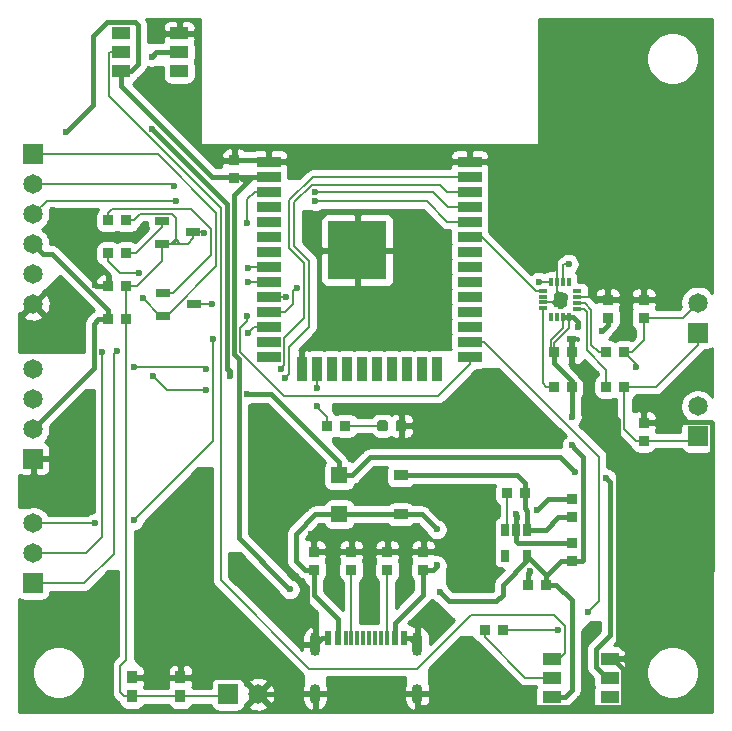
<source format=gtl>
G04 #@! TF.GenerationSoftware,KiCad,Pcbnew,(5.1.5)-3*
G04 #@! TF.CreationDate,2020-06-20T18:16:28+09:00*
G04 #@! TF.ProjectId,esp32-mp3-board,65737033-322d-46d7-9033-2d626f617264,rev?*
G04 #@! TF.SameCoordinates,Original*
G04 #@! TF.FileFunction,Copper,L1,Top*
G04 #@! TF.FilePolarity,Positive*
%FSLAX46Y46*%
G04 Gerber Fmt 4.6, Leading zero omitted, Abs format (unit mm)*
G04 Created by KiCad (PCBNEW (5.1.5)-3) date 2020-06-20 18:16:28*
%MOMM*%
%LPD*%
G04 APERTURE LIST*
%ADD10R,1.500000X1.000000*%
%ADD11O,0.900000X2.000000*%
%ADD12O,0.900000X1.700000*%
%ADD13R,0.300000X1.160000*%
%ADD14R,0.600000X1.160000*%
%ADD15R,1.220000X0.650000*%
%ADD16R,0.900000X1.000000*%
%ADD17R,0.650000X1.060000*%
%ADD18R,5.000000X5.000000*%
%ADD19R,2.000000X0.900000*%
%ADD20R,0.900000X2.000000*%
%ADD21R,0.900000X0.900000*%
%ADD22R,1.397000X1.397000*%
%ADD23R,1.651000X1.651000*%
%ADD24C,1.651000*%
%ADD25R,0.889000X0.889000*%
%ADD26R,0.750000X0.300000*%
%ADD27R,0.300000X0.750000*%
%ADD28C,0.100000*%
%ADD29R,1.200000X0.900000*%
%ADD30C,0.600000*%
%ADD31C,0.400000*%
%ADD32C,0.200000*%
%ADD33C,0.254000*%
G04 APERTURE END LIST*
D10*
X167420000Y-121600000D03*
X167420000Y-120000000D03*
X167420000Y-118400000D03*
X162520000Y-121600000D03*
X162520000Y-120000000D03*
X162520000Y-118400000D03*
X126074000Y-65456000D03*
X126074000Y-67056000D03*
X126074000Y-68656000D03*
X130974000Y-65456000D03*
X130974000Y-67056000D03*
X130974000Y-68656000D03*
D11*
X142492000Y-117196000D03*
X151132000Y-117196000D03*
D12*
X142492000Y-121366000D03*
X151132000Y-121366000D03*
D13*
X146062000Y-116616000D03*
X146562000Y-116616000D03*
X147062000Y-116616000D03*
X145062000Y-116616000D03*
X145562000Y-116616000D03*
X148062000Y-116616000D03*
X147562000Y-116616000D03*
X148562000Y-116616000D03*
D14*
X144412000Y-116616000D03*
X144412000Y-116616000D03*
X143612000Y-116616000D03*
X143612000Y-116616000D03*
X149212000Y-116616000D03*
X150012000Y-116616000D03*
X149212000Y-116616000D03*
X150012000Y-116616000D03*
D15*
X132247000Y-88392000D03*
X129627000Y-89342000D03*
X129627000Y-87442000D03*
X129510001Y-81347001D03*
X129510001Y-83247001D03*
X132130001Y-82297001D03*
D16*
X126982000Y-119977000D03*
X126982000Y-121577000D03*
X131082000Y-119977000D03*
X131082000Y-121577000D03*
D17*
X160462000Y-107485000D03*
X159512000Y-107485000D03*
X158562000Y-107485000D03*
X158562000Y-109685000D03*
X160462000Y-109685000D03*
D18*
X146066000Y-83827000D03*
D19*
X138566000Y-76327000D03*
X138566000Y-77597000D03*
X138566000Y-78867000D03*
X138566000Y-80137000D03*
X138566000Y-81407000D03*
X138566000Y-82677000D03*
X138566000Y-83947000D03*
X138566000Y-85217000D03*
X138566000Y-86487000D03*
X138566000Y-87757000D03*
X138566000Y-89027000D03*
X138566000Y-90297000D03*
X138566000Y-91567000D03*
X138566000Y-92837000D03*
D20*
X141351000Y-93837000D03*
X142621000Y-93837000D03*
X143891000Y-93837000D03*
X145161000Y-93837000D03*
X146431000Y-93837000D03*
X147701000Y-93837000D03*
X148971000Y-93837000D03*
X150241000Y-93837000D03*
X151511000Y-93837000D03*
X152781000Y-93837000D03*
D19*
X155566000Y-92837000D03*
X155566000Y-91567000D03*
X155566000Y-90297000D03*
X155566000Y-89027000D03*
X155566000Y-87757000D03*
X155566000Y-86487000D03*
X155566000Y-85217000D03*
X155566000Y-83947000D03*
X155566000Y-82677000D03*
X155566000Y-81407000D03*
X155566000Y-80137000D03*
X155566000Y-78867000D03*
X155566000Y-77597000D03*
X155566000Y-76327000D03*
D21*
X142367000Y-110871000D03*
X142367000Y-109347000D03*
X164211000Y-104902000D03*
X164211000Y-106426000D03*
X167259000Y-88011000D03*
X167259000Y-89535000D03*
X162687000Y-92456000D03*
X164211000Y-92456000D03*
X164211000Y-110109000D03*
X164211000Y-108585000D03*
X160528000Y-112141000D03*
X162052000Y-112141000D03*
X135636000Y-77724000D03*
X135636000Y-76200000D03*
X124968000Y-86868000D03*
X126492000Y-86868000D03*
X170307000Y-89535000D03*
X170307000Y-88011000D03*
X170307000Y-98425000D03*
X170307000Y-99949000D03*
D22*
X144526000Y-102870000D03*
X144526000Y-106172000D03*
D23*
X135128000Y-121412000D03*
D24*
X137668000Y-121412000D03*
D23*
X118618000Y-75692000D03*
D24*
X118618000Y-78232000D03*
X118618000Y-80772000D03*
X118618000Y-83312000D03*
X118618000Y-85852000D03*
X118618000Y-88392000D03*
X118618000Y-106934000D03*
X118618000Y-109474000D03*
D23*
X118618000Y-112014000D03*
X118618000Y-101473000D03*
D24*
X118618000Y-98933000D03*
X118618000Y-96393000D03*
X118618000Y-93853000D03*
D25*
X167132000Y-95377000D03*
X168656000Y-95377000D03*
X168656000Y-92456000D03*
X167132000Y-92456000D03*
X151638000Y-110871000D03*
X151638000Y-109347000D03*
X160274000Y-104394000D03*
X158750000Y-104394000D03*
X162687000Y-95377000D03*
X164211000Y-95377000D03*
X124968000Y-89662000D03*
X126492000Y-89662000D03*
X126492000Y-81280000D03*
X124968000Y-81280000D03*
X126492000Y-84074000D03*
X124968000Y-84074000D03*
X158369000Y-115951000D03*
X156845000Y-115951000D03*
X145034000Y-98679000D03*
X143510000Y-98679000D03*
D24*
X174879000Y-97028000D03*
D23*
X174879000Y-99568000D03*
X174879000Y-90805000D03*
D24*
X174879000Y-88265000D03*
D25*
X145542000Y-109347000D03*
X145542000Y-110871000D03*
X148590000Y-110871000D03*
X148590000Y-109347000D03*
D26*
X161755000Y-88739000D03*
X161755000Y-88239000D03*
X161755000Y-87239000D03*
X161755000Y-87739000D03*
D27*
X163975000Y-89499000D03*
X163475000Y-89499000D03*
X162975000Y-89499000D03*
X162475000Y-89499000D03*
X162475000Y-86519000D03*
X162975000Y-86519000D03*
X163475000Y-86519000D03*
X163975000Y-86519000D03*
D26*
X164675000Y-88779000D03*
X164675000Y-88279000D03*
X164675000Y-87779000D03*
X164675000Y-87279000D03*
G04 #@! TA.AperFunction,SMDPad,CuDef*
D28*
G36*
X149998691Y-98205053D02*
G01*
X150019926Y-98208203D01*
X150040750Y-98213419D01*
X150060962Y-98220651D01*
X150080368Y-98229830D01*
X150098781Y-98240866D01*
X150116024Y-98253654D01*
X150131930Y-98268070D01*
X150146346Y-98283976D01*
X150159134Y-98301219D01*
X150170170Y-98319632D01*
X150179349Y-98339038D01*
X150186581Y-98359250D01*
X150191797Y-98380074D01*
X150194947Y-98401309D01*
X150196000Y-98422750D01*
X150196000Y-98935250D01*
X150194947Y-98956691D01*
X150191797Y-98977926D01*
X150186581Y-98998750D01*
X150179349Y-99018962D01*
X150170170Y-99038368D01*
X150159134Y-99056781D01*
X150146346Y-99074024D01*
X150131930Y-99089930D01*
X150116024Y-99104346D01*
X150098781Y-99117134D01*
X150080368Y-99128170D01*
X150060962Y-99137349D01*
X150040750Y-99144581D01*
X150019926Y-99149797D01*
X149998691Y-99152947D01*
X149977250Y-99154000D01*
X149539750Y-99154000D01*
X149518309Y-99152947D01*
X149497074Y-99149797D01*
X149476250Y-99144581D01*
X149456038Y-99137349D01*
X149436632Y-99128170D01*
X149418219Y-99117134D01*
X149400976Y-99104346D01*
X149385070Y-99089930D01*
X149370654Y-99074024D01*
X149357866Y-99056781D01*
X149346830Y-99038368D01*
X149337651Y-99018962D01*
X149330419Y-98998750D01*
X149325203Y-98977926D01*
X149322053Y-98956691D01*
X149321000Y-98935250D01*
X149321000Y-98422750D01*
X149322053Y-98401309D01*
X149325203Y-98380074D01*
X149330419Y-98359250D01*
X149337651Y-98339038D01*
X149346830Y-98319632D01*
X149357866Y-98301219D01*
X149370654Y-98283976D01*
X149385070Y-98268070D01*
X149400976Y-98253654D01*
X149418219Y-98240866D01*
X149436632Y-98229830D01*
X149456038Y-98220651D01*
X149476250Y-98213419D01*
X149497074Y-98208203D01*
X149518309Y-98205053D01*
X149539750Y-98204000D01*
X149977250Y-98204000D01*
X149998691Y-98205053D01*
G37*
G04 #@! TD.AperFunction*
G04 #@! TA.AperFunction,SMDPad,CuDef*
G36*
X148423691Y-98205053D02*
G01*
X148444926Y-98208203D01*
X148465750Y-98213419D01*
X148485962Y-98220651D01*
X148505368Y-98229830D01*
X148523781Y-98240866D01*
X148541024Y-98253654D01*
X148556930Y-98268070D01*
X148571346Y-98283976D01*
X148584134Y-98301219D01*
X148595170Y-98319632D01*
X148604349Y-98339038D01*
X148611581Y-98359250D01*
X148616797Y-98380074D01*
X148619947Y-98401309D01*
X148621000Y-98422750D01*
X148621000Y-98935250D01*
X148619947Y-98956691D01*
X148616797Y-98977926D01*
X148611581Y-98998750D01*
X148604349Y-99018962D01*
X148595170Y-99038368D01*
X148584134Y-99056781D01*
X148571346Y-99074024D01*
X148556930Y-99089930D01*
X148541024Y-99104346D01*
X148523781Y-99117134D01*
X148505368Y-99128170D01*
X148485962Y-99137349D01*
X148465750Y-99144581D01*
X148444926Y-99149797D01*
X148423691Y-99152947D01*
X148402250Y-99154000D01*
X147964750Y-99154000D01*
X147943309Y-99152947D01*
X147922074Y-99149797D01*
X147901250Y-99144581D01*
X147881038Y-99137349D01*
X147861632Y-99128170D01*
X147843219Y-99117134D01*
X147825976Y-99104346D01*
X147810070Y-99089930D01*
X147795654Y-99074024D01*
X147782866Y-99056781D01*
X147771830Y-99038368D01*
X147762651Y-99018962D01*
X147755419Y-98998750D01*
X147750203Y-98977926D01*
X147747053Y-98956691D01*
X147746000Y-98935250D01*
X147746000Y-98422750D01*
X147747053Y-98401309D01*
X147750203Y-98380074D01*
X147755419Y-98359250D01*
X147762651Y-98339038D01*
X147771830Y-98319632D01*
X147782866Y-98301219D01*
X147795654Y-98283976D01*
X147810070Y-98268070D01*
X147825976Y-98253654D01*
X147843219Y-98240866D01*
X147861632Y-98229830D01*
X147881038Y-98220651D01*
X147901250Y-98213419D01*
X147922074Y-98208203D01*
X147943309Y-98205053D01*
X147964750Y-98204000D01*
X148402250Y-98204000D01*
X148423691Y-98205053D01*
G37*
G04 #@! TD.AperFunction*
D29*
X149733000Y-102871000D03*
X149733000Y-106171000D03*
D30*
X160655000Y-110998000D03*
X159512000Y-106172000D03*
X123825000Y-86741000D03*
X140843000Y-111379000D03*
X158242000Y-110871000D03*
X161290000Y-105791000D03*
X164084000Y-91313000D03*
X163322000Y-87630000D03*
X163322000Y-88519000D03*
X159639000Y-79375000D03*
X152019000Y-82550000D03*
X161798000Y-99441000D03*
X142113000Y-107823000D03*
X127635000Y-69469000D03*
X128905000Y-65278000D03*
X131064000Y-71374000D03*
X133604000Y-75438000D03*
X141605000Y-75819000D03*
X147193000Y-75819000D03*
X152400000Y-75819000D03*
X162560000Y-65405000D03*
X168783000Y-65405000D03*
X162560000Y-71501000D03*
X168910000Y-71501000D03*
X175768000Y-71501000D03*
X175768000Y-77470000D03*
X162560000Y-77724000D03*
X168910000Y-77724000D03*
X175768000Y-83820000D03*
X168910000Y-83820000D03*
X162560000Y-83820000D03*
X120269000Y-80391000D03*
X128016000Y-81788000D03*
X123571000Y-80772000D03*
X123317000Y-85344000D03*
X123063000Y-88773000D03*
X122428000Y-91948000D03*
X123317000Y-96393000D03*
X123317000Y-100457000D03*
X123317000Y-105664000D03*
X125222000Y-111633000D03*
X125222000Y-117094000D03*
X117856000Y-117094000D03*
X125222000Y-122428000D03*
X117856000Y-122428000D03*
X120777000Y-113284000D03*
X132969000Y-103124000D03*
X132969000Y-110871000D03*
X132969000Y-118364000D03*
X127889000Y-110871000D03*
X129921000Y-106172000D03*
X127889000Y-117221000D03*
X129197000Y-119977000D03*
X139446000Y-118364000D03*
X140462000Y-122428000D03*
X146939000Y-122428000D03*
X153089999Y-122500001D03*
X158931999Y-122500001D03*
X155575000Y-117602000D03*
X166243000Y-115697000D03*
X165481000Y-121920000D03*
X169291000Y-122428000D03*
X175514000Y-122428000D03*
X175514000Y-115443000D03*
X169291000Y-115570000D03*
X169291000Y-109220000D03*
X169291000Y-103251000D03*
X175514000Y-105918000D03*
X173863000Y-109347000D03*
X172847000Y-100965000D03*
X165354000Y-93726000D03*
X157226000Y-94234000D03*
X152908000Y-99695000D03*
X145034000Y-100330000D03*
X145796000Y-97282000D03*
X153543000Y-91694000D03*
X142367000Y-91567000D03*
X148209000Y-91694000D03*
X149733000Y-85979000D03*
X142113000Y-81153000D03*
X151130000Y-88900000D03*
X145288000Y-88900000D03*
X175514000Y-92710000D03*
X172974000Y-95377000D03*
X169926000Y-96647000D03*
X149479000Y-113538000D03*
X144526000Y-113538000D03*
X151384000Y-107823000D03*
X147066000Y-107823000D03*
X147066000Y-113665000D03*
X137414000Y-97790000D03*
X137414000Y-102616000D03*
X137414000Y-107569000D03*
X139319000Y-109474000D03*
X142748000Y-102616000D03*
X140843000Y-105791000D03*
X147828000Y-102743000D03*
X146304000Y-105029000D03*
X153035000Y-104140000D03*
X157226000Y-104013000D03*
X157226000Y-107188000D03*
X154051000Y-108839000D03*
X154813000Y-112268000D03*
X135890000Y-110236000D03*
X139446000Y-114300000D03*
X152400000Y-114046000D03*
X167005000Y-98933000D03*
X164465000Y-102616000D03*
X167132000Y-103124000D03*
X128651000Y-73533000D03*
X136717010Y-96012000D03*
X135254996Y-94488000D03*
X128651000Y-67437000D03*
X140335000Y-112522000D03*
X153035000Y-112776000D03*
X121412000Y-73787000D03*
X166751000Y-90678000D03*
X164719000Y-90297000D03*
X164211000Y-97917000D03*
X164211000Y-100330000D03*
X165608000Y-114427000D03*
X163068000Y-115950990D03*
X152781000Y-107442000D03*
X152781000Y-110490002D03*
X133731000Y-88392000D03*
X136717010Y-89408000D03*
X127889000Y-87884000D03*
X127599239Y-85725000D03*
X136717010Y-81534000D03*
X133092968Y-82356767D03*
X136779000Y-85344000D03*
X124460000Y-92456000D03*
X136779000Y-86487000D03*
X125730000Y-92329000D03*
X139988990Y-87757000D03*
X163957000Y-84963000D03*
X140970000Y-86995000D03*
X161417000Y-86487000D03*
X136779000Y-90805000D03*
X127127000Y-106680000D03*
X133858000Y-91313008D03*
X123825010Y-106934000D03*
X142621000Y-95504000D03*
X142621002Y-97028000D03*
X142494000Y-79667013D03*
X130683000Y-79629000D03*
X142494000Y-78867000D03*
X130556000Y-78359000D03*
X139954000Y-94615000D03*
X133257990Y-95631000D03*
X128778000Y-94488000D03*
X139573000Y-93853000D03*
X127127000Y-93726000D03*
X133223000Y-93853000D03*
X169672000Y-93726000D03*
D31*
X151638000Y-109347000D02*
X148590000Y-109347000D01*
X148590000Y-109347000D02*
X145542000Y-109347000D01*
X142494000Y-109347000D02*
X142367000Y-109474000D01*
X145542000Y-109347000D02*
X142494000Y-109347000D01*
X142446000Y-121412000D02*
X142492000Y-121366000D01*
X137668000Y-121412000D02*
X142446000Y-121412000D01*
X163361000Y-108585000D02*
X164211000Y-108585000D01*
X159682000Y-108585000D02*
X163361000Y-108585000D01*
X159512000Y-108415000D02*
X159682000Y-108585000D01*
X159512000Y-107485000D02*
X159512000Y-108415000D01*
X160528000Y-112141000D02*
X160528000Y-111125000D01*
X160528000Y-111125000D02*
X160655000Y-110998000D01*
X159512000Y-106172000D02*
X159512000Y-107485000D01*
X170307000Y-88011000D02*
X167259000Y-88011000D01*
D32*
X167027000Y-87779000D02*
X167259000Y-88011000D01*
X164675000Y-87779000D02*
X167027000Y-87779000D01*
D31*
X124968000Y-86868000D02*
X123952000Y-86868000D01*
X123952000Y-86868000D02*
X123825000Y-86741000D01*
X143072000Y-116616000D02*
X142492000Y-117196000D01*
X143612000Y-116616000D02*
X143072000Y-116616000D01*
X150552000Y-116616000D02*
X151132000Y-117196000D01*
X150012000Y-116616000D02*
X150552000Y-116616000D01*
X141766990Y-115070990D02*
X141766990Y-112302990D01*
X141766990Y-112302990D02*
X140843000Y-111379000D01*
X142492000Y-117196000D02*
X142492000Y-115796000D01*
X142492000Y-115796000D02*
X141766990Y-115070990D01*
X127832000Y-119977000D02*
X129197000Y-119977000D01*
X126982000Y-119977000D02*
X127832000Y-119977000D01*
X136233000Y-119977000D02*
X137668000Y-121412000D01*
X131082000Y-119977000D02*
X136233000Y-119977000D01*
X143342000Y-121366000D02*
X151132000Y-121366000D01*
X142492000Y-121366000D02*
X143342000Y-121366000D01*
X168570001Y-122420001D02*
X168490001Y-122500001D01*
X168570001Y-119300001D02*
X168570001Y-122420001D01*
X168490001Y-122500001D02*
X158931999Y-122500001D01*
X167420000Y-118400000D02*
X167670000Y-118400000D01*
X167670000Y-118400000D02*
X168570001Y-119300001D01*
X151132000Y-122430000D02*
X151132000Y-121366000D01*
X151202001Y-122500001D02*
X151132000Y-122430000D01*
X164211000Y-104902000D02*
X162179000Y-104902000D01*
X162179000Y-104902000D02*
X161290000Y-105791000D01*
X168570000Y-118400000D02*
X169037000Y-117933000D01*
X167420000Y-118400000D02*
X168570000Y-118400000D01*
X176104501Y-110865499D02*
X169037000Y-117933000D01*
X176024501Y-98342499D02*
X176104501Y-98422499D01*
X171239501Y-98342499D02*
X176024501Y-98342499D01*
X176104501Y-98422499D02*
X176104501Y-110865499D01*
X171157000Y-98425000D02*
X171239501Y-98342499D01*
X170307000Y-98425000D02*
X171157000Y-98425000D01*
X164211000Y-92456000D02*
X164211000Y-91440000D01*
X164211000Y-91440000D02*
X164084000Y-91313000D01*
D32*
X162975000Y-87283000D02*
X163322000Y-87630000D01*
X162975000Y-86519000D02*
X162975000Y-87283000D01*
X161755000Y-88239000D02*
X163042000Y-88239000D01*
X163042000Y-88239000D02*
X163322000Y-88519000D01*
X170307000Y-87361000D02*
X170307000Y-88011000D01*
X159273000Y-76327000D02*
X170307000Y-87361000D01*
X155566000Y-76327000D02*
X159273000Y-76327000D01*
X162975000Y-84675998D02*
X163668999Y-83981999D01*
X162975000Y-86519000D02*
X162975000Y-84675998D01*
X163668999Y-83981999D02*
X164245001Y-83981999D01*
X167259000Y-87361000D02*
X167259000Y-88011000D01*
X167259000Y-86995998D02*
X167259000Y-87361000D01*
X164245001Y-83981999D02*
X167259000Y-86995998D01*
D31*
X142367000Y-109347000D02*
X142367000Y-108077000D01*
X142367000Y-108077000D02*
X142113000Y-107823000D01*
X164211000Y-93726000D02*
X164211000Y-92456000D01*
X165608000Y-95651229D02*
X165608000Y-95123000D01*
X168155992Y-98199221D02*
X165608000Y-95651229D01*
X168155992Y-117051992D02*
X168155992Y-98199221D01*
X165608000Y-95123000D02*
X164211000Y-93726000D01*
X169037000Y-117933000D02*
X168155992Y-117051992D01*
X129197000Y-119977000D02*
X131082000Y-119977000D01*
X153089999Y-122500001D02*
X151202001Y-122500001D01*
X158931999Y-122500001D02*
X153089999Y-122500001D01*
X156337000Y-110871000D02*
X158242000Y-110871000D01*
X155575000Y-110871000D02*
X156337000Y-110871000D01*
X151638000Y-109347000D02*
X154051000Y-109347000D01*
X154051000Y-109347000D02*
X155575000Y-110871000D01*
X138439000Y-76200000D02*
X135636000Y-76200000D01*
X138566000Y-76327000D02*
X138439000Y-76200000D01*
D32*
X147746000Y-98679000D02*
X145034000Y-98679000D01*
X148183500Y-98679000D02*
X147746000Y-98679000D01*
D31*
X145624500Y-102870000D02*
X147148500Y-101346000D01*
X144526000Y-102870000D02*
X145624500Y-102870000D01*
X147148500Y-101346000D02*
X163195000Y-101346000D01*
X163195000Y-101346000D02*
X164465000Y-102616000D01*
X167170000Y-120000000D02*
X167420000Y-120000000D01*
X166270000Y-119100000D02*
X167170000Y-120000000D01*
X166269999Y-117579999D02*
X166270000Y-119100000D01*
X167431999Y-116417999D02*
X166269999Y-117579999D01*
X167431999Y-103423999D02*
X167431999Y-116417999D01*
X167132000Y-103124000D02*
X167431999Y-103423999D01*
X144526000Y-101771500D02*
X138766500Y-96012000D01*
X144526000Y-102870000D02*
X144526000Y-101771500D01*
X137141274Y-96012000D02*
X136717010Y-96012000D01*
X138766500Y-96012000D02*
X137141274Y-96012000D01*
X130974000Y-67056000D02*
X129032000Y-67056000D01*
X129032000Y-67056000D02*
X128651000Y-67437000D01*
X135254996Y-94063736D02*
X135254996Y-94488000D01*
X135043978Y-93852718D02*
X135254996Y-94063736D01*
X128651000Y-73533000D02*
X135043978Y-79925978D01*
X135043978Y-79925978D02*
X135043978Y-93852718D01*
X160462000Y-110048000D02*
X158369000Y-112141000D01*
X160462000Y-109685000D02*
X160462000Y-110048000D01*
X162052000Y-111275000D02*
X160462000Y-109685000D01*
X162052000Y-112141000D02*
X162052000Y-111275000D01*
X162052000Y-111379000D02*
X162052000Y-112141000D01*
X164211000Y-110109000D02*
X163322000Y-110109000D01*
X163322000Y-110109000D02*
X162052000Y-111379000D01*
X158369000Y-112991000D02*
X158369000Y-112141000D01*
X153035000Y-112776000D02*
X153797000Y-113538000D01*
X157822000Y-113538000D02*
X158369000Y-112991000D01*
X153797000Y-113538000D02*
X157822000Y-113538000D01*
X137166000Y-77597000D02*
X138566000Y-77597000D01*
X164211000Y-121059000D02*
X163670000Y-121600000D01*
X163670000Y-121600000D02*
X162520000Y-121600000D01*
X164211000Y-113450000D02*
X164211000Y-121059000D01*
X162902000Y-112141000D02*
X164211000Y-113450000D01*
X162052000Y-112141000D02*
X162902000Y-112141000D01*
D32*
X163975000Y-89499000D02*
X163975000Y-90406000D01*
X162687000Y-91694000D02*
X162687000Y-92456000D01*
X163975000Y-90406000D02*
X162687000Y-91694000D01*
X162433000Y-92202000D02*
X162687000Y-92456000D01*
X162433000Y-91440000D02*
X162433000Y-92202000D01*
X163475000Y-89499000D02*
X163475000Y-90398000D01*
X163475000Y-90398000D02*
X162433000Y-91440000D01*
D31*
X164211000Y-94869000D02*
X164211000Y-95377000D01*
X162687000Y-92456000D02*
X162687000Y-93345000D01*
X162687000Y-93345000D02*
X164211000Y-94869000D01*
X167259000Y-89535000D02*
X167259000Y-90170000D01*
X167259000Y-90170000D02*
X166751000Y-90678000D01*
X164302000Y-89499000D02*
X163975000Y-89499000D01*
X164719000Y-90297000D02*
X164719000Y-89916000D01*
X164719000Y-89916000D02*
X164302000Y-89499000D01*
X163975000Y-89499000D02*
X163525001Y-89499000D01*
X118618000Y-98933000D02*
X123759999Y-93791001D01*
X123759999Y-93791001D02*
X123759999Y-90025501D01*
X124123500Y-89662000D02*
X124968000Y-89662000D01*
X123759999Y-90025501D02*
X124123500Y-89662000D01*
X126924000Y-68656000D02*
X126074000Y-68656000D01*
X127508000Y-64770000D02*
X127508000Y-68072000D01*
X121412000Y-73787000D02*
X123698000Y-71501000D01*
X127508000Y-68072000D02*
X126924000Y-68656000D01*
X123698000Y-71501000D02*
X123698000Y-65659000D01*
X123698000Y-65659000D02*
X124841000Y-64516000D01*
X124841000Y-64516000D02*
X127254000Y-64516000D01*
X127254000Y-64516000D02*
X127508000Y-64770000D01*
X124968000Y-88900000D02*
X124968000Y-89662000D01*
X120205499Y-84137499D02*
X124968000Y-88900000D01*
X118618000Y-83312000D02*
X119443499Y-84137499D01*
X119443499Y-84137499D02*
X120205499Y-84137499D01*
X136525000Y-77597000D02*
X136525000Y-78232000D01*
X136525000Y-77597000D02*
X137166000Y-77597000D01*
X136780194Y-77979194D02*
X136526194Y-77979194D01*
X137166000Y-77597000D02*
X136780194Y-77979194D01*
X136780194Y-77979194D02*
X136525000Y-78232000D01*
X136526194Y-77979194D02*
X136144000Y-77597000D01*
X136144000Y-77597000D02*
X136525000Y-77597000D01*
X133731000Y-77597000D02*
X136144000Y-77597000D01*
X126074000Y-68656000D02*
X126074000Y-69940000D01*
X126074000Y-69940000D02*
X133731000Y-77597000D01*
X140035001Y-112222001D02*
X140335000Y-112522000D01*
X135643989Y-79113011D02*
X135643989Y-92612113D01*
X135643989Y-92612113D02*
X136017000Y-92985124D01*
X136017000Y-92985124D02*
X136017000Y-108204000D01*
X136525000Y-78232000D02*
X135643989Y-79113011D01*
X136017000Y-108204000D02*
X140035001Y-112222001D01*
X164211000Y-95377000D02*
X164211000Y-97917000D01*
X164510999Y-100629999D02*
X164211000Y-100330000D01*
X165165001Y-101284001D02*
X164510999Y-100629999D01*
X165165001Y-110004999D02*
X165165001Y-101284001D01*
X164211000Y-110109000D02*
X165061000Y-110109000D01*
X165061000Y-110109000D02*
X165165001Y-110004999D01*
D32*
X161570000Y-120000000D02*
X162520000Y-120000000D01*
X160249500Y-120000000D02*
X161570000Y-120000000D01*
X156845000Y-116595500D02*
X160249500Y-120000000D01*
X156845000Y-115951000D02*
X156845000Y-116595500D01*
X158369000Y-115951000D02*
X163067990Y-115951000D01*
X163067990Y-115951000D02*
X163068000Y-115950990D01*
X166497000Y-101298000D02*
X166497000Y-113538000D01*
X166497000Y-113538000D02*
X165608000Y-114427000D01*
X155566000Y-91567000D02*
X156766000Y-91567000D01*
X156766000Y-91567000D02*
X166497000Y-101298000D01*
X145562000Y-110891000D02*
X145562000Y-116616000D01*
X145542000Y-110871000D02*
X145562000Y-110891000D01*
X148562000Y-110899000D02*
X148562000Y-116616000D01*
X148590000Y-110871000D02*
X148562000Y-110899000D01*
D31*
X142494000Y-106172000D02*
X144526000Y-106172000D01*
X142367000Y-110871000D02*
X141605000Y-110871000D01*
X140843000Y-107823000D02*
X142494000Y-106172000D01*
X140843000Y-110109000D02*
X140843000Y-107823000D01*
X141605000Y-110871000D02*
X140843000Y-110109000D01*
X149732000Y-106172000D02*
X149733000Y-106171000D01*
X144526000Y-106172000D02*
X149732000Y-106172000D01*
X149733000Y-106171000D02*
X151510000Y-106171000D01*
X151510000Y-106171000D02*
X152781000Y-107442000D01*
X151638000Y-110871000D02*
X152482500Y-110871000D01*
X152482500Y-110871000D02*
X152781000Y-110572500D01*
X152781000Y-110572500D02*
X152781000Y-110490002D01*
X142367000Y-113030000D02*
X142367000Y-110871000D01*
X144412000Y-116616000D02*
X144412000Y-115075000D01*
X144412000Y-115075000D02*
X142367000Y-113030000D01*
X151638000Y-112141000D02*
X151638000Y-110871000D01*
X151638000Y-112966500D02*
X151638000Y-112141000D01*
X149212000Y-116616000D02*
X149212000Y-115392500D01*
X149212000Y-115392500D02*
X151638000Y-112966500D01*
D32*
X133731000Y-88392000D02*
X132247000Y-88392000D01*
X136144000Y-90405274D02*
X136717010Y-89832264D01*
X136144000Y-92405002D02*
X136144000Y-90405274D01*
X139877998Y-96139000D02*
X136144000Y-92405002D01*
X152914000Y-96139000D02*
X139877998Y-96139000D01*
X155566000Y-92837000D02*
X155566000Y-93487000D01*
X136717010Y-89832264D02*
X136717010Y-89408000D01*
X155566000Y-93487000D02*
X152914000Y-96139000D01*
X129347000Y-89342000D02*
X129627000Y-89342000D01*
X127889000Y-87884000D02*
X129347000Y-89342000D01*
X127174975Y-85725000D02*
X127599239Y-85725000D01*
X124968000Y-84074000D02*
X124968000Y-84718500D01*
X124968000Y-84718500D02*
X125974500Y-85725000D01*
X125974500Y-85725000D02*
X127174975Y-85725000D01*
X129159000Y-75692000D02*
X134092989Y-80625989D01*
X129912000Y-89342000D02*
X129627000Y-89342000D01*
X134092989Y-85161011D02*
X129912000Y-89342000D01*
X118618000Y-75692000D02*
X129159000Y-75692000D01*
X134092989Y-80625989D02*
X134092989Y-85161011D01*
X124968000Y-80635500D02*
X125281510Y-80321990D01*
X124968000Y-81280000D02*
X124968000Y-80635500D01*
X133692978Y-82003978D02*
X133692978Y-84186022D01*
X133692978Y-84186022D02*
X130437000Y-87442000D01*
X125281510Y-80321990D02*
X132010990Y-80321990D01*
X132010990Y-80321990D02*
X133692978Y-82003978D01*
X130437000Y-87442000D02*
X129627000Y-87442000D01*
X127308002Y-84074000D02*
X127136500Y-84074000D01*
X127136500Y-84074000D02*
X126492000Y-84074000D01*
X129510001Y-81872001D02*
X127308002Y-84074000D01*
X129510001Y-81347001D02*
X129510001Y-81872001D01*
X126982000Y-121577000D02*
X131082000Y-121577000D01*
X134963000Y-121577000D02*
X135128000Y-121412000D01*
X131082000Y-121577000D02*
X134963000Y-121577000D01*
X131705001Y-83247001D02*
X132130001Y-82822001D01*
X132130001Y-82822001D02*
X132130001Y-82297001D01*
X126492000Y-87518000D02*
X126492000Y-89662000D01*
X126492000Y-86868000D02*
X126492000Y-87518000D01*
X138566000Y-78867000D02*
X137366000Y-78867000D01*
X136717010Y-79515990D02*
X136717010Y-81109736D01*
X136717010Y-81109736D02*
X136717010Y-81534000D01*
X137366000Y-78867000D02*
X136717010Y-79515990D01*
X129510001Y-83247001D02*
X129510001Y-84738003D01*
X127142000Y-86868000D02*
X126492000Y-86868000D01*
X127380004Y-86868000D02*
X127142000Y-86868000D01*
X129510001Y-84738003D02*
X127380004Y-86868000D01*
X130320001Y-83247001D02*
X129510001Y-83247001D01*
X130683000Y-82884002D02*
X130320001Y-83247001D01*
X127136500Y-81280000D02*
X127694500Y-80722000D01*
X126492000Y-81280000D02*
X127136500Y-81280000D01*
X130360002Y-80722000D02*
X130683000Y-81044998D01*
X130683000Y-81044998D02*
X130683000Y-82884002D01*
X127694500Y-80722000D02*
X130360002Y-80722000D01*
X131001999Y-83247001D02*
X131705001Y-83247001D01*
X129510001Y-83247001D02*
X131001999Y-83247001D01*
X130769999Y-82971001D02*
X130683000Y-82884002D01*
X131001999Y-83203001D02*
X130769999Y-82971001D01*
X130769999Y-82971001D02*
X130556000Y-83185000D01*
X131001999Y-83247001D02*
X131001999Y-83203001D01*
X131001999Y-83247001D02*
X130872001Y-83247001D01*
X130872001Y-83247001D02*
X130810000Y-83185000D01*
X133033202Y-82297001D02*
X133092968Y-82356767D01*
X132130001Y-82297001D02*
X133033202Y-82297001D01*
X126332000Y-121577000D02*
X126982000Y-121577000D01*
X126238000Y-121483000D02*
X126332000Y-121577000D01*
X125984000Y-121229000D02*
X126238000Y-121483000D01*
X126492000Y-89662000D02*
X126492000Y-118491000D01*
X125984000Y-118999000D02*
X125984000Y-121229000D01*
X126492000Y-118491000D02*
X125984000Y-118999000D01*
D31*
X160274000Y-103549500D02*
X160274000Y-104394000D01*
X159595500Y-102871000D02*
X160274000Y-103549500D01*
X149733000Y-102871000D02*
X159595500Y-102871000D01*
X160462000Y-105852000D02*
X160462000Y-107485000D01*
X160274000Y-105664000D02*
X160462000Y-105852000D01*
X160274000Y-105664000D02*
X160274000Y-104394000D01*
X164211000Y-106426000D02*
X163068000Y-106426000D01*
X162009000Y-107485000D02*
X160462000Y-107485000D01*
X163068000Y-106426000D02*
X162009000Y-107485000D01*
D32*
X158750000Y-107297000D02*
X158562000Y-107485000D01*
X158750000Y-104394000D02*
X158750000Y-107297000D01*
X138566000Y-85217000D02*
X136906000Y-85217000D01*
X136906000Y-85217000D02*
X136779000Y-85344000D01*
X118618000Y-109474000D02*
X123063000Y-109474000D01*
X124460000Y-108077000D02*
X124460000Y-92456000D01*
X123063000Y-109474000D02*
X124460000Y-108077000D01*
X138566000Y-86487000D02*
X136779000Y-86487000D01*
X119643500Y-112014000D02*
X118618000Y-112014000D01*
X125430001Y-109519999D02*
X122936000Y-112014000D01*
X122936000Y-112014000D02*
X119643500Y-112014000D01*
X125730000Y-92329000D02*
X125430001Y-92628999D01*
X125430001Y-92628999D02*
X125430001Y-109519999D01*
X138566000Y-87757000D02*
X139988990Y-87757000D01*
X163576000Y-84963000D02*
X163957000Y-84963000D01*
X163475000Y-86519000D02*
X163475000Y-85064000D01*
X163475000Y-85064000D02*
X163576000Y-84963000D01*
X140843000Y-86995000D02*
X140970000Y-86995000D01*
X140589000Y-87249000D02*
X140843000Y-86995000D01*
X139953002Y-89027000D02*
X140589000Y-88391002D01*
X140589000Y-88391002D02*
X140589000Y-87249000D01*
X138566000Y-89027000D02*
X139953002Y-89027000D01*
X161449000Y-86519000D02*
X161417000Y-86487000D01*
X162475000Y-86519000D02*
X161449000Y-86519000D01*
X138566000Y-90297000D02*
X137287000Y-90297000D01*
X137287000Y-90297000D02*
X136779000Y-90805000D01*
X133858000Y-99949000D02*
X133858000Y-92363999D01*
X127127000Y-106680000D02*
X133858000Y-99949000D01*
X133858000Y-92363999D02*
X133858000Y-91313008D01*
X118618000Y-106934000D02*
X123825010Y-106934000D01*
X142621000Y-93837000D02*
X142621000Y-95504000D01*
X143510000Y-98679000D02*
X143510000Y-97916998D01*
X143510000Y-97916998D02*
X142921001Y-97327999D01*
X142921001Y-97327999D02*
X142621002Y-97028000D01*
X161153000Y-87239000D02*
X161755000Y-87239000D01*
X155566000Y-82677000D02*
X156591000Y-82677000D01*
X156591000Y-82677000D02*
X161153000Y-87239000D01*
X153670000Y-81407000D02*
X151930013Y-79667013D01*
X155566000Y-81407000D02*
X153670000Y-81407000D01*
X142918264Y-79667013D02*
X142494000Y-79667013D01*
X151930013Y-79667013D02*
X142918264Y-79667013D01*
X119761000Y-79629000D02*
X130683000Y-79629000D01*
X118618000Y-80772000D02*
X119761000Y-79629000D01*
X155566000Y-80137000D02*
X153700001Y-80137000D01*
X142918264Y-78867000D02*
X142494000Y-78867000D01*
X152430001Y-78867000D02*
X142918264Y-78867000D01*
X153700001Y-80137000D02*
X152430001Y-78867000D01*
X130429000Y-78232000D02*
X130556000Y-78359000D01*
X118618000Y-78232000D02*
X130429000Y-78232000D01*
X140273009Y-94295991D02*
X140253999Y-94315001D01*
X140273010Y-92009990D02*
X140273009Y-94295991D01*
X141970013Y-90312987D02*
X140273010Y-92009990D01*
X141970013Y-84705315D02*
X141970013Y-90312987D01*
X140716000Y-83451302D02*
X141970013Y-84705315D01*
X140716000Y-79756998D02*
X140716000Y-83451302D01*
X140253999Y-94315001D02*
X139954000Y-94615000D01*
X142205999Y-78266999D02*
X140716000Y-79756998D01*
X153680999Y-78867000D02*
X153080998Y-78266999D01*
X155566000Y-78867000D02*
X153680999Y-78867000D01*
X153080998Y-78266999D02*
X142205999Y-78266999D01*
X133257990Y-95631000D02*
X129921000Y-95631000D01*
X129921000Y-95631000D02*
X128778000Y-94488000D01*
X133096000Y-93726000D02*
X133223000Y-93853000D01*
X127127000Y-93726000D02*
X133096000Y-93726000D01*
X142310298Y-77597000D02*
X140315989Y-79591309D01*
X141570002Y-84871004D02*
X141570002Y-89569998D01*
X141570002Y-89569998D02*
X139872999Y-91267001D01*
X139872999Y-91267001D02*
X139872999Y-93553001D01*
X140315989Y-79591309D02*
X140315989Y-83616991D01*
X139872999Y-93553001D02*
X139573000Y-93853000D01*
X140315989Y-83616991D02*
X141570002Y-84871004D01*
X155566000Y-77597000D02*
X142310298Y-77597000D01*
X173609000Y-89535000D02*
X174879000Y-88265000D01*
X170307000Y-89535000D02*
X173609000Y-89535000D01*
X170307000Y-90185000D02*
X170307000Y-89535000D01*
X170307000Y-91449500D02*
X170307000Y-90185000D01*
X169300500Y-92456000D02*
X170307000Y-91449500D01*
X168656000Y-92456000D02*
X169300500Y-92456000D01*
X169672000Y-93472000D02*
X168656000Y-92456000D01*
X169672000Y-93726000D02*
X169672000Y-93472000D01*
X171332500Y-95377000D02*
X169300500Y-95377000D01*
X174879000Y-91830500D02*
X171332500Y-95377000D01*
X174879000Y-90805000D02*
X174879000Y-91830500D01*
X169300500Y-95377000D02*
X168656000Y-95377000D01*
X169657000Y-99949000D02*
X170307000Y-99949000D01*
X168656000Y-98948000D02*
X169657000Y-99949000D01*
X168656000Y-95377000D02*
X168656000Y-98948000D01*
X174498000Y-99949000D02*
X174879000Y-99568000D01*
X170307000Y-99949000D02*
X174498000Y-99949000D01*
X167132000Y-94732500D02*
X167132000Y-95377000D01*
X164675000Y-88779000D02*
X165233000Y-88779000D01*
X165481000Y-89027000D02*
X165481000Y-92285998D01*
X165233000Y-88779000D02*
X165481000Y-89027000D01*
X165481000Y-92285998D02*
X167132000Y-93936998D01*
X167132000Y-93936998D02*
X167132000Y-94732500D01*
X167132000Y-92456000D02*
X166487500Y-92456000D01*
X165881011Y-88861311D02*
X165298700Y-88279000D01*
X165881011Y-91849511D02*
X165881011Y-88861311D01*
X165250000Y-88279000D02*
X164675000Y-88279000D01*
X165298700Y-88279000D02*
X165250000Y-88279000D01*
X166487500Y-92456000D02*
X165881011Y-91849511D01*
X162042500Y-95377000D02*
X162687000Y-95377000D01*
X161755000Y-95089500D02*
X162042500Y-95377000D01*
X161755000Y-88739000D02*
X161755000Y-95089500D01*
X143764000Y-119253000D02*
X143637000Y-119253000D01*
X141986000Y-119253000D02*
X143764000Y-119253000D01*
X125124000Y-67056000D02*
X125023999Y-67156001D01*
X134493000Y-80263002D02*
X134493000Y-111760000D01*
X125023999Y-70794001D02*
X134493000Y-80263002D01*
X126074000Y-67056000D02*
X125124000Y-67056000D01*
X125023999Y-67156001D02*
X125023999Y-70794001D01*
X134493000Y-111760000D02*
X141986000Y-119253000D01*
X155702000Y-114681000D02*
X151130000Y-119253000D01*
X163159000Y-118400000D02*
X163668001Y-117890999D01*
X162686012Y-114681000D02*
X155702000Y-114681000D01*
X151130000Y-119253000D02*
X143764000Y-119253000D01*
X162520000Y-118400000D02*
X163159000Y-118400000D01*
X163668001Y-117890999D02*
X163668001Y-115662989D01*
X163668001Y-115662989D02*
X162686012Y-114681000D01*
D33*
G36*
X164446271Y-91196068D02*
G01*
X164626911Y-91232000D01*
X164746001Y-91232000D01*
X164746001Y-91376300D01*
X164661000Y-91367928D01*
X164496750Y-91371000D01*
X164338000Y-91529750D01*
X164338000Y-92329000D01*
X164358000Y-92329000D01*
X164358000Y-92583000D01*
X164338000Y-92583000D01*
X164338000Y-93382250D01*
X164496750Y-93541000D01*
X164661000Y-93544072D01*
X164785482Y-93531812D01*
X164905180Y-93495502D01*
X165015494Y-93436537D01*
X165112185Y-93357185D01*
X165191537Y-93260494D01*
X165250502Y-93150180D01*
X165263357Y-93107802D01*
X166397000Y-94241445D01*
X166397000Y-94367757D01*
X166333006Y-94401963D01*
X166236315Y-94481315D01*
X166156963Y-94578006D01*
X166097998Y-94688320D01*
X166061688Y-94808018D01*
X166049428Y-94932500D01*
X166049428Y-95821500D01*
X166061688Y-95945982D01*
X166097998Y-96065680D01*
X166156963Y-96175994D01*
X166236315Y-96272685D01*
X166333006Y-96352037D01*
X166443320Y-96411002D01*
X166563018Y-96447312D01*
X166687500Y-96459572D01*
X167576500Y-96459572D01*
X167700982Y-96447312D01*
X167820680Y-96411002D01*
X167894000Y-96371811D01*
X167921000Y-96386243D01*
X167921001Y-98911885D01*
X167917444Y-98948000D01*
X167931635Y-99092085D01*
X167971845Y-99224636D01*
X167973664Y-99230633D01*
X168041914Y-99358320D01*
X168133763Y-99470238D01*
X168161808Y-99493254D01*
X169111746Y-100443193D01*
X169134762Y-100471238D01*
X169242049Y-100559287D01*
X169267498Y-100643180D01*
X169326463Y-100753494D01*
X169405815Y-100850185D01*
X169502506Y-100929537D01*
X169612820Y-100988502D01*
X169732518Y-101024812D01*
X169857000Y-101037072D01*
X170757000Y-101037072D01*
X170881482Y-101024812D01*
X171001180Y-100988502D01*
X171111494Y-100929537D01*
X171208185Y-100850185D01*
X171287537Y-100753494D01*
X171324683Y-100684000D01*
X173488757Y-100684000D01*
X173522963Y-100747994D01*
X173602315Y-100844685D01*
X173699006Y-100924037D01*
X173809320Y-100983002D01*
X173929018Y-101019312D01*
X174053500Y-101031572D01*
X175704500Y-101031572D01*
X175828982Y-101019312D01*
X175948680Y-100983002D01*
X176058994Y-100924037D01*
X176090000Y-100898591D01*
X176090000Y-122920000D01*
X117410000Y-122920000D01*
X117410000Y-119349872D01*
X118515000Y-119349872D01*
X118515000Y-119790128D01*
X118600890Y-120221925D01*
X118769369Y-120628669D01*
X119013962Y-120994729D01*
X119325271Y-121306038D01*
X119691331Y-121550631D01*
X120098075Y-121719110D01*
X120529872Y-121805000D01*
X120970128Y-121805000D01*
X121401925Y-121719110D01*
X121808669Y-121550631D01*
X122174729Y-121306038D01*
X122486038Y-120994729D01*
X122730631Y-120628669D01*
X122899110Y-120221925D01*
X122985000Y-119790128D01*
X122985000Y-119349872D01*
X122899110Y-118918075D01*
X122730631Y-118511331D01*
X122486038Y-118145271D01*
X122174729Y-117833962D01*
X121808669Y-117589369D01*
X121401925Y-117420890D01*
X120970128Y-117335000D01*
X120529872Y-117335000D01*
X120098075Y-117420890D01*
X119691331Y-117589369D01*
X119325271Y-117833962D01*
X119013962Y-118145271D01*
X118769369Y-118511331D01*
X118600890Y-118918075D01*
X118515000Y-119349872D01*
X117410000Y-119349872D01*
X117410000Y-113347053D01*
X117438006Y-113370037D01*
X117548320Y-113429002D01*
X117668018Y-113465312D01*
X117792500Y-113477572D01*
X119443500Y-113477572D01*
X119567982Y-113465312D01*
X119687680Y-113429002D01*
X119797994Y-113370037D01*
X119894685Y-113290685D01*
X119974037Y-113193994D01*
X120033002Y-113083680D01*
X120069312Y-112963982D01*
X120081572Y-112839500D01*
X120081572Y-112749000D01*
X122899895Y-112749000D01*
X122936000Y-112752556D01*
X122972105Y-112749000D01*
X123080085Y-112738365D01*
X123218633Y-112696337D01*
X123346320Y-112628087D01*
X123458238Y-112536238D01*
X123481259Y-112508188D01*
X124991447Y-110998000D01*
X125757001Y-110998000D01*
X125757001Y-118186552D01*
X125489808Y-118453746D01*
X125461762Y-118476763D01*
X125369913Y-118588681D01*
X125301663Y-118716368D01*
X125286485Y-118766403D01*
X125259635Y-118854915D01*
X125245444Y-118999000D01*
X125249000Y-119035105D01*
X125249001Y-121192885D01*
X125245444Y-121229000D01*
X125259635Y-121373085D01*
X125292524Y-121481502D01*
X125301664Y-121511633D01*
X125369914Y-121639320D01*
X125461763Y-121751238D01*
X125489808Y-121774254D01*
X125786741Y-122071187D01*
X125809762Y-122099238D01*
X125903712Y-122176341D01*
X125906188Y-122201482D01*
X125942498Y-122321180D01*
X126001463Y-122431494D01*
X126080815Y-122528185D01*
X126177506Y-122607537D01*
X126287820Y-122666502D01*
X126407518Y-122702812D01*
X126532000Y-122715072D01*
X127432000Y-122715072D01*
X127556482Y-122702812D01*
X127676180Y-122666502D01*
X127786494Y-122607537D01*
X127883185Y-122528185D01*
X127962537Y-122431494D01*
X128021502Y-122321180D01*
X128024287Y-122312000D01*
X130039713Y-122312000D01*
X130042498Y-122321180D01*
X130101463Y-122431494D01*
X130180815Y-122528185D01*
X130277506Y-122607537D01*
X130387820Y-122666502D01*
X130507518Y-122702812D01*
X130632000Y-122715072D01*
X131532000Y-122715072D01*
X131656482Y-122702812D01*
X131776180Y-122666502D01*
X131886494Y-122607537D01*
X131983185Y-122528185D01*
X132062537Y-122431494D01*
X132121502Y-122321180D01*
X132124287Y-122312000D01*
X133671765Y-122312000D01*
X133676688Y-122361982D01*
X133712998Y-122481680D01*
X133771963Y-122591994D01*
X133851315Y-122688685D01*
X133948006Y-122768037D01*
X134058320Y-122827002D01*
X134178018Y-122863312D01*
X134302500Y-122875572D01*
X135953500Y-122875572D01*
X136077982Y-122863312D01*
X136197680Y-122827002D01*
X136307994Y-122768037D01*
X136404685Y-122688685D01*
X136484037Y-122591994D01*
X136543002Y-122481680D01*
X136560829Y-122422909D01*
X136836696Y-122422909D01*
X136911367Y-122669481D01*
X137171228Y-122792931D01*
X137450180Y-122863313D01*
X137737502Y-122877921D01*
X138022154Y-122836194D01*
X138293196Y-122739737D01*
X138424633Y-122669481D01*
X138499304Y-122422909D01*
X137668000Y-121591605D01*
X136836696Y-122422909D01*
X136560829Y-122422909D01*
X136579312Y-122361982D01*
X136591572Y-122237500D01*
X136591572Y-122223462D01*
X136657091Y-122243304D01*
X137488395Y-121412000D01*
X137847605Y-121412000D01*
X138678909Y-122243304D01*
X138925481Y-122168633D01*
X139048931Y-121908772D01*
X139119313Y-121629820D01*
X139126269Y-121493000D01*
X141407000Y-121493000D01*
X141407000Y-121893000D01*
X141452624Y-122102233D01*
X141538191Y-122298545D01*
X141660413Y-122474391D01*
X141814592Y-122623014D01*
X141994803Y-122738702D01*
X142197999Y-122810408D01*
X142365000Y-122683502D01*
X142365000Y-121493000D01*
X142619000Y-121493000D01*
X142619000Y-122683502D01*
X142786001Y-122810408D01*
X142989197Y-122738702D01*
X143169408Y-122623014D01*
X143323587Y-122474391D01*
X143445809Y-122298545D01*
X143531376Y-122102233D01*
X143577000Y-121893000D01*
X143577000Y-121493000D01*
X150047000Y-121493000D01*
X150047000Y-121893000D01*
X150092624Y-122102233D01*
X150178191Y-122298545D01*
X150300413Y-122474391D01*
X150454592Y-122623014D01*
X150634803Y-122738702D01*
X150837999Y-122810408D01*
X151005000Y-122683502D01*
X151005000Y-121493000D01*
X151259000Y-121493000D01*
X151259000Y-122683502D01*
X151426001Y-122810408D01*
X151629197Y-122738702D01*
X151809408Y-122623014D01*
X151963587Y-122474391D01*
X152085809Y-122298545D01*
X152171376Y-122102233D01*
X152217000Y-121893000D01*
X152217000Y-121493000D01*
X151259000Y-121493000D01*
X151005000Y-121493000D01*
X150047000Y-121493000D01*
X143577000Y-121493000D01*
X142619000Y-121493000D01*
X142365000Y-121493000D01*
X141407000Y-121493000D01*
X139126269Y-121493000D01*
X139133921Y-121342498D01*
X139092194Y-121057846D01*
X138995737Y-120786804D01*
X138925481Y-120655367D01*
X138678909Y-120580696D01*
X137847605Y-121412000D01*
X137488395Y-121412000D01*
X136657091Y-120580696D01*
X136591572Y-120600538D01*
X136591572Y-120586500D01*
X136579312Y-120462018D01*
X136560830Y-120401091D01*
X136836696Y-120401091D01*
X137668000Y-121232395D01*
X138499304Y-120401091D01*
X138424633Y-120154519D01*
X138164772Y-120031069D01*
X137885820Y-119960687D01*
X137598498Y-119946079D01*
X137313846Y-119987806D01*
X137042804Y-120084263D01*
X136911367Y-120154519D01*
X136836696Y-120401091D01*
X136560830Y-120401091D01*
X136543002Y-120342320D01*
X136484037Y-120232006D01*
X136404685Y-120135315D01*
X136307994Y-120055963D01*
X136197680Y-119996998D01*
X136077982Y-119960688D01*
X135953500Y-119948428D01*
X134302500Y-119948428D01*
X134178018Y-119960688D01*
X134058320Y-119996998D01*
X133948006Y-120055963D01*
X133851315Y-120135315D01*
X133771963Y-120232006D01*
X133712998Y-120342320D01*
X133676688Y-120462018D01*
X133664428Y-120586500D01*
X133664428Y-120842000D01*
X132124287Y-120842000D01*
X132121502Y-120832820D01*
X132091665Y-120777000D01*
X132121502Y-120721180D01*
X132157812Y-120601482D01*
X132170072Y-120477000D01*
X132167000Y-120262750D01*
X132008250Y-120104000D01*
X131209000Y-120104000D01*
X131209000Y-120124000D01*
X130955000Y-120124000D01*
X130955000Y-120104000D01*
X130155750Y-120104000D01*
X129997000Y-120262750D01*
X129993928Y-120477000D01*
X130006188Y-120601482D01*
X130042498Y-120721180D01*
X130072335Y-120777000D01*
X130042498Y-120832820D01*
X130039713Y-120842000D01*
X128024287Y-120842000D01*
X128021502Y-120832820D01*
X127991665Y-120777000D01*
X128021502Y-120721180D01*
X128057812Y-120601482D01*
X128070072Y-120477000D01*
X128067000Y-120262750D01*
X127908250Y-120104000D01*
X127109000Y-120104000D01*
X127109000Y-120124000D01*
X126855000Y-120124000D01*
X126855000Y-120104000D01*
X126835000Y-120104000D01*
X126835000Y-119850000D01*
X126855000Y-119850000D01*
X126855000Y-119830000D01*
X127109000Y-119830000D01*
X127109000Y-119850000D01*
X127908250Y-119850000D01*
X128067000Y-119691250D01*
X128070072Y-119477000D01*
X129993928Y-119477000D01*
X129997000Y-119691250D01*
X130155750Y-119850000D01*
X130955000Y-119850000D01*
X130955000Y-119000750D01*
X131209000Y-119000750D01*
X131209000Y-119850000D01*
X132008250Y-119850000D01*
X132167000Y-119691250D01*
X132170072Y-119477000D01*
X132157812Y-119352518D01*
X132121502Y-119232820D01*
X132062537Y-119122506D01*
X131983185Y-119025815D01*
X131886494Y-118946463D01*
X131776180Y-118887498D01*
X131656482Y-118851188D01*
X131532000Y-118838928D01*
X131367750Y-118842000D01*
X131209000Y-119000750D01*
X130955000Y-119000750D01*
X130796250Y-118842000D01*
X130632000Y-118838928D01*
X130507518Y-118851188D01*
X130387820Y-118887498D01*
X130277506Y-118946463D01*
X130180815Y-119025815D01*
X130101463Y-119122506D01*
X130042498Y-119232820D01*
X130006188Y-119352518D01*
X129993928Y-119477000D01*
X128070072Y-119477000D01*
X128057812Y-119352518D01*
X128021502Y-119232820D01*
X128006363Y-119204497D01*
X128006333Y-119204399D01*
X127994597Y-119182443D01*
X127994532Y-119182364D01*
X127962537Y-119122506D01*
X127883185Y-119025815D01*
X127786494Y-118946463D01*
X127734021Y-118918415D01*
X127227000Y-118411394D01*
X127227000Y-107613426D01*
X127399729Y-107579068D01*
X127569889Y-107508586D01*
X127723028Y-107406262D01*
X127853262Y-107276028D01*
X127955586Y-107122889D01*
X128026068Y-106952729D01*
X128058932Y-106787514D01*
X132611447Y-102235000D01*
X133758001Y-102235000D01*
X133758001Y-111723885D01*
X133754444Y-111760000D01*
X133768635Y-111904085D01*
X133801978Y-112014000D01*
X133810664Y-112042633D01*
X133878914Y-112170320D01*
X133970763Y-112282238D01*
X133998808Y-112305254D01*
X141440746Y-119747193D01*
X141463762Y-119775238D01*
X141478000Y-119786923D01*
X141478000Y-120571548D01*
X141452624Y-120629767D01*
X141407000Y-120839000D01*
X141407000Y-121239000D01*
X142365000Y-121239000D01*
X142365000Y-121219000D01*
X142619000Y-121219000D01*
X142619000Y-121239000D01*
X143577000Y-121239000D01*
X143577000Y-120839000D01*
X143531376Y-120629767D01*
X143510000Y-120580725D01*
X143510000Y-119988000D01*
X150114000Y-119988000D01*
X150114000Y-120580725D01*
X150092624Y-120629767D01*
X150047000Y-120839000D01*
X150047000Y-121239000D01*
X151005000Y-121239000D01*
X151005000Y-121219000D01*
X151259000Y-121219000D01*
X151259000Y-121239000D01*
X152217000Y-121239000D01*
X152217000Y-120839000D01*
X152171376Y-120629767D01*
X152146000Y-120571548D01*
X152146000Y-119276446D01*
X154836447Y-116586000D01*
X155794714Y-116586000D01*
X155810998Y-116639680D01*
X155869963Y-116749994D01*
X155949315Y-116846685D01*
X156046006Y-116926037D01*
X156156320Y-116985002D01*
X156232892Y-117008230D01*
X156322763Y-117117738D01*
X156350808Y-117140754D01*
X159704246Y-120494193D01*
X159727262Y-120522238D01*
X159839180Y-120614087D01*
X159966867Y-120682337D01*
X160047389Y-120706763D01*
X160105414Y-120724365D01*
X160249499Y-120738556D01*
X160285604Y-120735000D01*
X161177713Y-120735000D01*
X161180498Y-120744180D01*
X161210335Y-120800000D01*
X161180498Y-120855820D01*
X161144188Y-120975518D01*
X161131928Y-121100000D01*
X161131928Y-122100000D01*
X161144188Y-122224482D01*
X161180498Y-122344180D01*
X161239463Y-122454494D01*
X161318815Y-122551185D01*
X161415506Y-122630537D01*
X161525820Y-122689502D01*
X161645518Y-122725812D01*
X161770000Y-122738072D01*
X163270000Y-122738072D01*
X163394482Y-122725812D01*
X163514180Y-122689502D01*
X163624494Y-122630537D01*
X163721185Y-122551185D01*
X163800537Y-122454494D01*
X163816511Y-122424610D01*
X163833689Y-122422918D01*
X163991087Y-122375172D01*
X164136146Y-122297636D01*
X164263291Y-122193291D01*
X164289445Y-122161422D01*
X164772426Y-121678442D01*
X164804291Y-121652291D01*
X164908636Y-121525146D01*
X164986172Y-121380087D01*
X165033918Y-121222689D01*
X165046000Y-121100019D01*
X165046000Y-121100018D01*
X165050040Y-121059000D01*
X165046000Y-121017982D01*
X165046000Y-116057606D01*
X165751915Y-115351691D01*
X165880729Y-115326068D01*
X165905036Y-115316000D01*
X166597000Y-115316000D01*
X166597000Y-116072130D01*
X165708572Y-116960559D01*
X165676708Y-116986709D01*
X165572364Y-117113853D01*
X165572363Y-117113854D01*
X165494827Y-117258913D01*
X165447081Y-117416311D01*
X165430959Y-117579999D01*
X165434999Y-117621018D01*
X165435001Y-119058972D01*
X165430960Y-119100000D01*
X165447082Y-119263688D01*
X165494828Y-119421086D01*
X165572364Y-119566145D01*
X165572365Y-119566146D01*
X165676710Y-119693291D01*
X165708574Y-119719441D01*
X166031928Y-120042795D01*
X166031928Y-120500000D01*
X166044188Y-120624482D01*
X166080498Y-120744180D01*
X166110335Y-120800000D01*
X166080498Y-120855820D01*
X166044188Y-120975518D01*
X166031928Y-121100000D01*
X166031928Y-122100000D01*
X166044188Y-122224482D01*
X166080498Y-122344180D01*
X166139463Y-122454494D01*
X166218815Y-122551185D01*
X166315506Y-122630537D01*
X166425820Y-122689502D01*
X166545518Y-122725812D01*
X166670000Y-122738072D01*
X168170000Y-122738072D01*
X168294482Y-122725812D01*
X168414180Y-122689502D01*
X168524494Y-122630537D01*
X168621185Y-122551185D01*
X168700537Y-122454494D01*
X168759502Y-122344180D01*
X168795812Y-122224482D01*
X168808072Y-122100000D01*
X168808072Y-121100000D01*
X168795812Y-120975518D01*
X168759502Y-120855820D01*
X168729665Y-120800000D01*
X168759502Y-120744180D01*
X168795812Y-120624482D01*
X168808072Y-120500000D01*
X168808072Y-119500000D01*
X168795812Y-119375518D01*
X168791066Y-119359872D01*
X170515000Y-119359872D01*
X170515000Y-119800128D01*
X170600890Y-120231925D01*
X170769369Y-120638669D01*
X171013962Y-121004729D01*
X171325271Y-121316038D01*
X171691331Y-121560631D01*
X172098075Y-121729110D01*
X172529872Y-121815000D01*
X172970128Y-121815000D01*
X173401925Y-121729110D01*
X173808669Y-121560631D01*
X174174729Y-121316038D01*
X174486038Y-121004729D01*
X174730631Y-120638669D01*
X174899110Y-120231925D01*
X174985000Y-119800128D01*
X174985000Y-119359872D01*
X174899110Y-118928075D01*
X174730631Y-118521331D01*
X174486038Y-118155271D01*
X174174729Y-117843962D01*
X173808669Y-117599369D01*
X173401925Y-117430890D01*
X172970128Y-117345000D01*
X172529872Y-117345000D01*
X172098075Y-117430890D01*
X171691331Y-117599369D01*
X171325271Y-117843962D01*
X171013962Y-118155271D01*
X170769369Y-118521331D01*
X170600890Y-118928075D01*
X170515000Y-119359872D01*
X168791066Y-119359872D01*
X168759502Y-119255820D01*
X168729665Y-119200000D01*
X168759502Y-119144180D01*
X168795812Y-119024482D01*
X168808072Y-118900000D01*
X168805000Y-118685750D01*
X168646250Y-118527000D01*
X167547000Y-118527000D01*
X167547000Y-118547000D01*
X167293000Y-118547000D01*
X167293000Y-118527000D01*
X167273000Y-118527000D01*
X167273000Y-118273000D01*
X167293000Y-118273000D01*
X167293000Y-118253000D01*
X167547000Y-118253000D01*
X167547000Y-118273000D01*
X168646250Y-118273000D01*
X168805000Y-118114250D01*
X168808072Y-117900000D01*
X168795812Y-117775518D01*
X168759502Y-117655820D01*
X168700537Y-117545506D01*
X168621185Y-117448815D01*
X168524494Y-117369463D01*
X168414180Y-117310498D01*
X168294482Y-117274188D01*
X168170000Y-117261928D01*
X167766266Y-117264600D01*
X167993425Y-117037441D01*
X168025290Y-117011290D01*
X168129635Y-116884145D01*
X168207171Y-116739086D01*
X168254917Y-116581688D01*
X168266999Y-116459018D01*
X168271039Y-116418000D01*
X168266999Y-116376981D01*
X168266999Y-103465017D01*
X168271039Y-103423999D01*
X168259952Y-103311428D01*
X168254917Y-103260310D01*
X168207171Y-103102912D01*
X168129635Y-102957853D01*
X168025290Y-102830708D01*
X168021140Y-102827302D01*
X167960586Y-102681111D01*
X167858262Y-102527972D01*
X167728028Y-102397738D01*
X167574889Y-102295414D01*
X167404729Y-102224932D01*
X167232000Y-102190574D01*
X167232000Y-101334096D01*
X167235555Y-101297999D01*
X167232000Y-101261902D01*
X167232000Y-101261895D01*
X167221365Y-101153915D01*
X167179337Y-101015367D01*
X167111087Y-100887680D01*
X167080315Y-100850185D01*
X167042253Y-100803806D01*
X167042250Y-100803803D01*
X167019237Y-100775762D01*
X166991198Y-100752751D01*
X164844368Y-98605922D01*
X164937262Y-98513028D01*
X165039586Y-98359889D01*
X165110068Y-98189729D01*
X165146000Y-98009089D01*
X165146000Y-97824911D01*
X165110068Y-97644271D01*
X165046000Y-97489596D01*
X165046000Y-96322488D01*
X165106685Y-96272685D01*
X165186037Y-96175994D01*
X165245002Y-96065680D01*
X165281312Y-95945982D01*
X165293572Y-95821500D01*
X165293572Y-94932500D01*
X165281312Y-94808018D01*
X165245002Y-94688320D01*
X165186037Y-94578006D01*
X165106685Y-94481315D01*
X165009994Y-94401963D01*
X164899680Y-94342998D01*
X164846200Y-94326775D01*
X164804291Y-94275709D01*
X164772428Y-94249560D01*
X163994559Y-93471691D01*
X164084000Y-93382250D01*
X164084000Y-92583000D01*
X164064000Y-92583000D01*
X164064000Y-92329000D01*
X164084000Y-92329000D01*
X164084000Y-91529750D01*
X163987348Y-91433098D01*
X164289369Y-91131078D01*
X164446271Y-91196068D01*
G37*
X164446271Y-91196068D02*
X164626911Y-91232000D01*
X164746001Y-91232000D01*
X164746001Y-91376300D01*
X164661000Y-91367928D01*
X164496750Y-91371000D01*
X164338000Y-91529750D01*
X164338000Y-92329000D01*
X164358000Y-92329000D01*
X164358000Y-92583000D01*
X164338000Y-92583000D01*
X164338000Y-93382250D01*
X164496750Y-93541000D01*
X164661000Y-93544072D01*
X164785482Y-93531812D01*
X164905180Y-93495502D01*
X165015494Y-93436537D01*
X165112185Y-93357185D01*
X165191537Y-93260494D01*
X165250502Y-93150180D01*
X165263357Y-93107802D01*
X166397000Y-94241445D01*
X166397000Y-94367757D01*
X166333006Y-94401963D01*
X166236315Y-94481315D01*
X166156963Y-94578006D01*
X166097998Y-94688320D01*
X166061688Y-94808018D01*
X166049428Y-94932500D01*
X166049428Y-95821500D01*
X166061688Y-95945982D01*
X166097998Y-96065680D01*
X166156963Y-96175994D01*
X166236315Y-96272685D01*
X166333006Y-96352037D01*
X166443320Y-96411002D01*
X166563018Y-96447312D01*
X166687500Y-96459572D01*
X167576500Y-96459572D01*
X167700982Y-96447312D01*
X167820680Y-96411002D01*
X167894000Y-96371811D01*
X167921000Y-96386243D01*
X167921001Y-98911885D01*
X167917444Y-98948000D01*
X167931635Y-99092085D01*
X167971845Y-99224636D01*
X167973664Y-99230633D01*
X168041914Y-99358320D01*
X168133763Y-99470238D01*
X168161808Y-99493254D01*
X169111746Y-100443193D01*
X169134762Y-100471238D01*
X169242049Y-100559287D01*
X169267498Y-100643180D01*
X169326463Y-100753494D01*
X169405815Y-100850185D01*
X169502506Y-100929537D01*
X169612820Y-100988502D01*
X169732518Y-101024812D01*
X169857000Y-101037072D01*
X170757000Y-101037072D01*
X170881482Y-101024812D01*
X171001180Y-100988502D01*
X171111494Y-100929537D01*
X171208185Y-100850185D01*
X171287537Y-100753494D01*
X171324683Y-100684000D01*
X173488757Y-100684000D01*
X173522963Y-100747994D01*
X173602315Y-100844685D01*
X173699006Y-100924037D01*
X173809320Y-100983002D01*
X173929018Y-101019312D01*
X174053500Y-101031572D01*
X175704500Y-101031572D01*
X175828982Y-101019312D01*
X175948680Y-100983002D01*
X176058994Y-100924037D01*
X176090000Y-100898591D01*
X176090000Y-122920000D01*
X117410000Y-122920000D01*
X117410000Y-119349872D01*
X118515000Y-119349872D01*
X118515000Y-119790128D01*
X118600890Y-120221925D01*
X118769369Y-120628669D01*
X119013962Y-120994729D01*
X119325271Y-121306038D01*
X119691331Y-121550631D01*
X120098075Y-121719110D01*
X120529872Y-121805000D01*
X120970128Y-121805000D01*
X121401925Y-121719110D01*
X121808669Y-121550631D01*
X122174729Y-121306038D01*
X122486038Y-120994729D01*
X122730631Y-120628669D01*
X122899110Y-120221925D01*
X122985000Y-119790128D01*
X122985000Y-119349872D01*
X122899110Y-118918075D01*
X122730631Y-118511331D01*
X122486038Y-118145271D01*
X122174729Y-117833962D01*
X121808669Y-117589369D01*
X121401925Y-117420890D01*
X120970128Y-117335000D01*
X120529872Y-117335000D01*
X120098075Y-117420890D01*
X119691331Y-117589369D01*
X119325271Y-117833962D01*
X119013962Y-118145271D01*
X118769369Y-118511331D01*
X118600890Y-118918075D01*
X118515000Y-119349872D01*
X117410000Y-119349872D01*
X117410000Y-113347053D01*
X117438006Y-113370037D01*
X117548320Y-113429002D01*
X117668018Y-113465312D01*
X117792500Y-113477572D01*
X119443500Y-113477572D01*
X119567982Y-113465312D01*
X119687680Y-113429002D01*
X119797994Y-113370037D01*
X119894685Y-113290685D01*
X119974037Y-113193994D01*
X120033002Y-113083680D01*
X120069312Y-112963982D01*
X120081572Y-112839500D01*
X120081572Y-112749000D01*
X122899895Y-112749000D01*
X122936000Y-112752556D01*
X122972105Y-112749000D01*
X123080085Y-112738365D01*
X123218633Y-112696337D01*
X123346320Y-112628087D01*
X123458238Y-112536238D01*
X123481259Y-112508188D01*
X124991447Y-110998000D01*
X125757001Y-110998000D01*
X125757001Y-118186552D01*
X125489808Y-118453746D01*
X125461762Y-118476763D01*
X125369913Y-118588681D01*
X125301663Y-118716368D01*
X125286485Y-118766403D01*
X125259635Y-118854915D01*
X125245444Y-118999000D01*
X125249000Y-119035105D01*
X125249001Y-121192885D01*
X125245444Y-121229000D01*
X125259635Y-121373085D01*
X125292524Y-121481502D01*
X125301664Y-121511633D01*
X125369914Y-121639320D01*
X125461763Y-121751238D01*
X125489808Y-121774254D01*
X125786741Y-122071187D01*
X125809762Y-122099238D01*
X125903712Y-122176341D01*
X125906188Y-122201482D01*
X125942498Y-122321180D01*
X126001463Y-122431494D01*
X126080815Y-122528185D01*
X126177506Y-122607537D01*
X126287820Y-122666502D01*
X126407518Y-122702812D01*
X126532000Y-122715072D01*
X127432000Y-122715072D01*
X127556482Y-122702812D01*
X127676180Y-122666502D01*
X127786494Y-122607537D01*
X127883185Y-122528185D01*
X127962537Y-122431494D01*
X128021502Y-122321180D01*
X128024287Y-122312000D01*
X130039713Y-122312000D01*
X130042498Y-122321180D01*
X130101463Y-122431494D01*
X130180815Y-122528185D01*
X130277506Y-122607537D01*
X130387820Y-122666502D01*
X130507518Y-122702812D01*
X130632000Y-122715072D01*
X131532000Y-122715072D01*
X131656482Y-122702812D01*
X131776180Y-122666502D01*
X131886494Y-122607537D01*
X131983185Y-122528185D01*
X132062537Y-122431494D01*
X132121502Y-122321180D01*
X132124287Y-122312000D01*
X133671765Y-122312000D01*
X133676688Y-122361982D01*
X133712998Y-122481680D01*
X133771963Y-122591994D01*
X133851315Y-122688685D01*
X133948006Y-122768037D01*
X134058320Y-122827002D01*
X134178018Y-122863312D01*
X134302500Y-122875572D01*
X135953500Y-122875572D01*
X136077982Y-122863312D01*
X136197680Y-122827002D01*
X136307994Y-122768037D01*
X136404685Y-122688685D01*
X136484037Y-122591994D01*
X136543002Y-122481680D01*
X136560829Y-122422909D01*
X136836696Y-122422909D01*
X136911367Y-122669481D01*
X137171228Y-122792931D01*
X137450180Y-122863313D01*
X137737502Y-122877921D01*
X138022154Y-122836194D01*
X138293196Y-122739737D01*
X138424633Y-122669481D01*
X138499304Y-122422909D01*
X137668000Y-121591605D01*
X136836696Y-122422909D01*
X136560829Y-122422909D01*
X136579312Y-122361982D01*
X136591572Y-122237500D01*
X136591572Y-122223462D01*
X136657091Y-122243304D01*
X137488395Y-121412000D01*
X137847605Y-121412000D01*
X138678909Y-122243304D01*
X138925481Y-122168633D01*
X139048931Y-121908772D01*
X139119313Y-121629820D01*
X139126269Y-121493000D01*
X141407000Y-121493000D01*
X141407000Y-121893000D01*
X141452624Y-122102233D01*
X141538191Y-122298545D01*
X141660413Y-122474391D01*
X141814592Y-122623014D01*
X141994803Y-122738702D01*
X142197999Y-122810408D01*
X142365000Y-122683502D01*
X142365000Y-121493000D01*
X142619000Y-121493000D01*
X142619000Y-122683502D01*
X142786001Y-122810408D01*
X142989197Y-122738702D01*
X143169408Y-122623014D01*
X143323587Y-122474391D01*
X143445809Y-122298545D01*
X143531376Y-122102233D01*
X143577000Y-121893000D01*
X143577000Y-121493000D01*
X150047000Y-121493000D01*
X150047000Y-121893000D01*
X150092624Y-122102233D01*
X150178191Y-122298545D01*
X150300413Y-122474391D01*
X150454592Y-122623014D01*
X150634803Y-122738702D01*
X150837999Y-122810408D01*
X151005000Y-122683502D01*
X151005000Y-121493000D01*
X151259000Y-121493000D01*
X151259000Y-122683502D01*
X151426001Y-122810408D01*
X151629197Y-122738702D01*
X151809408Y-122623014D01*
X151963587Y-122474391D01*
X152085809Y-122298545D01*
X152171376Y-122102233D01*
X152217000Y-121893000D01*
X152217000Y-121493000D01*
X151259000Y-121493000D01*
X151005000Y-121493000D01*
X150047000Y-121493000D01*
X143577000Y-121493000D01*
X142619000Y-121493000D01*
X142365000Y-121493000D01*
X141407000Y-121493000D01*
X139126269Y-121493000D01*
X139133921Y-121342498D01*
X139092194Y-121057846D01*
X138995737Y-120786804D01*
X138925481Y-120655367D01*
X138678909Y-120580696D01*
X137847605Y-121412000D01*
X137488395Y-121412000D01*
X136657091Y-120580696D01*
X136591572Y-120600538D01*
X136591572Y-120586500D01*
X136579312Y-120462018D01*
X136560830Y-120401091D01*
X136836696Y-120401091D01*
X137668000Y-121232395D01*
X138499304Y-120401091D01*
X138424633Y-120154519D01*
X138164772Y-120031069D01*
X137885820Y-119960687D01*
X137598498Y-119946079D01*
X137313846Y-119987806D01*
X137042804Y-120084263D01*
X136911367Y-120154519D01*
X136836696Y-120401091D01*
X136560830Y-120401091D01*
X136543002Y-120342320D01*
X136484037Y-120232006D01*
X136404685Y-120135315D01*
X136307994Y-120055963D01*
X136197680Y-119996998D01*
X136077982Y-119960688D01*
X135953500Y-119948428D01*
X134302500Y-119948428D01*
X134178018Y-119960688D01*
X134058320Y-119996998D01*
X133948006Y-120055963D01*
X133851315Y-120135315D01*
X133771963Y-120232006D01*
X133712998Y-120342320D01*
X133676688Y-120462018D01*
X133664428Y-120586500D01*
X133664428Y-120842000D01*
X132124287Y-120842000D01*
X132121502Y-120832820D01*
X132091665Y-120777000D01*
X132121502Y-120721180D01*
X132157812Y-120601482D01*
X132170072Y-120477000D01*
X132167000Y-120262750D01*
X132008250Y-120104000D01*
X131209000Y-120104000D01*
X131209000Y-120124000D01*
X130955000Y-120124000D01*
X130955000Y-120104000D01*
X130155750Y-120104000D01*
X129997000Y-120262750D01*
X129993928Y-120477000D01*
X130006188Y-120601482D01*
X130042498Y-120721180D01*
X130072335Y-120777000D01*
X130042498Y-120832820D01*
X130039713Y-120842000D01*
X128024287Y-120842000D01*
X128021502Y-120832820D01*
X127991665Y-120777000D01*
X128021502Y-120721180D01*
X128057812Y-120601482D01*
X128070072Y-120477000D01*
X128067000Y-120262750D01*
X127908250Y-120104000D01*
X127109000Y-120104000D01*
X127109000Y-120124000D01*
X126855000Y-120124000D01*
X126855000Y-120104000D01*
X126835000Y-120104000D01*
X126835000Y-119850000D01*
X126855000Y-119850000D01*
X126855000Y-119830000D01*
X127109000Y-119830000D01*
X127109000Y-119850000D01*
X127908250Y-119850000D01*
X128067000Y-119691250D01*
X128070072Y-119477000D01*
X129993928Y-119477000D01*
X129997000Y-119691250D01*
X130155750Y-119850000D01*
X130955000Y-119850000D01*
X130955000Y-119000750D01*
X131209000Y-119000750D01*
X131209000Y-119850000D01*
X132008250Y-119850000D01*
X132167000Y-119691250D01*
X132170072Y-119477000D01*
X132157812Y-119352518D01*
X132121502Y-119232820D01*
X132062537Y-119122506D01*
X131983185Y-119025815D01*
X131886494Y-118946463D01*
X131776180Y-118887498D01*
X131656482Y-118851188D01*
X131532000Y-118838928D01*
X131367750Y-118842000D01*
X131209000Y-119000750D01*
X130955000Y-119000750D01*
X130796250Y-118842000D01*
X130632000Y-118838928D01*
X130507518Y-118851188D01*
X130387820Y-118887498D01*
X130277506Y-118946463D01*
X130180815Y-119025815D01*
X130101463Y-119122506D01*
X130042498Y-119232820D01*
X130006188Y-119352518D01*
X129993928Y-119477000D01*
X128070072Y-119477000D01*
X128057812Y-119352518D01*
X128021502Y-119232820D01*
X128006363Y-119204497D01*
X128006333Y-119204399D01*
X127994597Y-119182443D01*
X127994532Y-119182364D01*
X127962537Y-119122506D01*
X127883185Y-119025815D01*
X127786494Y-118946463D01*
X127734021Y-118918415D01*
X127227000Y-118411394D01*
X127227000Y-107613426D01*
X127399729Y-107579068D01*
X127569889Y-107508586D01*
X127723028Y-107406262D01*
X127853262Y-107276028D01*
X127955586Y-107122889D01*
X128026068Y-106952729D01*
X128058932Y-106787514D01*
X132611447Y-102235000D01*
X133758001Y-102235000D01*
X133758001Y-111723885D01*
X133754444Y-111760000D01*
X133768635Y-111904085D01*
X133801978Y-112014000D01*
X133810664Y-112042633D01*
X133878914Y-112170320D01*
X133970763Y-112282238D01*
X133998808Y-112305254D01*
X141440746Y-119747193D01*
X141463762Y-119775238D01*
X141478000Y-119786923D01*
X141478000Y-120571548D01*
X141452624Y-120629767D01*
X141407000Y-120839000D01*
X141407000Y-121239000D01*
X142365000Y-121239000D01*
X142365000Y-121219000D01*
X142619000Y-121219000D01*
X142619000Y-121239000D01*
X143577000Y-121239000D01*
X143577000Y-120839000D01*
X143531376Y-120629767D01*
X143510000Y-120580725D01*
X143510000Y-119988000D01*
X150114000Y-119988000D01*
X150114000Y-120580725D01*
X150092624Y-120629767D01*
X150047000Y-120839000D01*
X150047000Y-121239000D01*
X151005000Y-121239000D01*
X151005000Y-121219000D01*
X151259000Y-121219000D01*
X151259000Y-121239000D01*
X152217000Y-121239000D01*
X152217000Y-120839000D01*
X152171376Y-120629767D01*
X152146000Y-120571548D01*
X152146000Y-119276446D01*
X154836447Y-116586000D01*
X155794714Y-116586000D01*
X155810998Y-116639680D01*
X155869963Y-116749994D01*
X155949315Y-116846685D01*
X156046006Y-116926037D01*
X156156320Y-116985002D01*
X156232892Y-117008230D01*
X156322763Y-117117738D01*
X156350808Y-117140754D01*
X159704246Y-120494193D01*
X159727262Y-120522238D01*
X159839180Y-120614087D01*
X159966867Y-120682337D01*
X160047389Y-120706763D01*
X160105414Y-120724365D01*
X160249499Y-120738556D01*
X160285604Y-120735000D01*
X161177713Y-120735000D01*
X161180498Y-120744180D01*
X161210335Y-120800000D01*
X161180498Y-120855820D01*
X161144188Y-120975518D01*
X161131928Y-121100000D01*
X161131928Y-122100000D01*
X161144188Y-122224482D01*
X161180498Y-122344180D01*
X161239463Y-122454494D01*
X161318815Y-122551185D01*
X161415506Y-122630537D01*
X161525820Y-122689502D01*
X161645518Y-122725812D01*
X161770000Y-122738072D01*
X163270000Y-122738072D01*
X163394482Y-122725812D01*
X163514180Y-122689502D01*
X163624494Y-122630537D01*
X163721185Y-122551185D01*
X163800537Y-122454494D01*
X163816511Y-122424610D01*
X163833689Y-122422918D01*
X163991087Y-122375172D01*
X164136146Y-122297636D01*
X164263291Y-122193291D01*
X164289445Y-122161422D01*
X164772426Y-121678442D01*
X164804291Y-121652291D01*
X164908636Y-121525146D01*
X164986172Y-121380087D01*
X165033918Y-121222689D01*
X165046000Y-121100019D01*
X165046000Y-121100018D01*
X165050040Y-121059000D01*
X165046000Y-121017982D01*
X165046000Y-116057606D01*
X165751915Y-115351691D01*
X165880729Y-115326068D01*
X165905036Y-115316000D01*
X166597000Y-115316000D01*
X166597000Y-116072130D01*
X165708572Y-116960559D01*
X165676708Y-116986709D01*
X165572364Y-117113853D01*
X165572363Y-117113854D01*
X165494827Y-117258913D01*
X165447081Y-117416311D01*
X165430959Y-117579999D01*
X165434999Y-117621018D01*
X165435001Y-119058972D01*
X165430960Y-119100000D01*
X165447082Y-119263688D01*
X165494828Y-119421086D01*
X165572364Y-119566145D01*
X165572365Y-119566146D01*
X165676710Y-119693291D01*
X165708574Y-119719441D01*
X166031928Y-120042795D01*
X166031928Y-120500000D01*
X166044188Y-120624482D01*
X166080498Y-120744180D01*
X166110335Y-120800000D01*
X166080498Y-120855820D01*
X166044188Y-120975518D01*
X166031928Y-121100000D01*
X166031928Y-122100000D01*
X166044188Y-122224482D01*
X166080498Y-122344180D01*
X166139463Y-122454494D01*
X166218815Y-122551185D01*
X166315506Y-122630537D01*
X166425820Y-122689502D01*
X166545518Y-122725812D01*
X166670000Y-122738072D01*
X168170000Y-122738072D01*
X168294482Y-122725812D01*
X168414180Y-122689502D01*
X168524494Y-122630537D01*
X168621185Y-122551185D01*
X168700537Y-122454494D01*
X168759502Y-122344180D01*
X168795812Y-122224482D01*
X168808072Y-122100000D01*
X168808072Y-121100000D01*
X168795812Y-120975518D01*
X168759502Y-120855820D01*
X168729665Y-120800000D01*
X168759502Y-120744180D01*
X168795812Y-120624482D01*
X168808072Y-120500000D01*
X168808072Y-119500000D01*
X168795812Y-119375518D01*
X168791066Y-119359872D01*
X170515000Y-119359872D01*
X170515000Y-119800128D01*
X170600890Y-120231925D01*
X170769369Y-120638669D01*
X171013962Y-121004729D01*
X171325271Y-121316038D01*
X171691331Y-121560631D01*
X172098075Y-121729110D01*
X172529872Y-121815000D01*
X172970128Y-121815000D01*
X173401925Y-121729110D01*
X173808669Y-121560631D01*
X174174729Y-121316038D01*
X174486038Y-121004729D01*
X174730631Y-120638669D01*
X174899110Y-120231925D01*
X174985000Y-119800128D01*
X174985000Y-119359872D01*
X174899110Y-118928075D01*
X174730631Y-118521331D01*
X174486038Y-118155271D01*
X174174729Y-117843962D01*
X173808669Y-117599369D01*
X173401925Y-117430890D01*
X172970128Y-117345000D01*
X172529872Y-117345000D01*
X172098075Y-117430890D01*
X171691331Y-117599369D01*
X171325271Y-117843962D01*
X171013962Y-118155271D01*
X170769369Y-118521331D01*
X170600890Y-118928075D01*
X170515000Y-119359872D01*
X168791066Y-119359872D01*
X168759502Y-119255820D01*
X168729665Y-119200000D01*
X168759502Y-119144180D01*
X168795812Y-119024482D01*
X168808072Y-118900000D01*
X168805000Y-118685750D01*
X168646250Y-118527000D01*
X167547000Y-118527000D01*
X167547000Y-118547000D01*
X167293000Y-118547000D01*
X167293000Y-118527000D01*
X167273000Y-118527000D01*
X167273000Y-118273000D01*
X167293000Y-118273000D01*
X167293000Y-118253000D01*
X167547000Y-118253000D01*
X167547000Y-118273000D01*
X168646250Y-118273000D01*
X168805000Y-118114250D01*
X168808072Y-117900000D01*
X168795812Y-117775518D01*
X168759502Y-117655820D01*
X168700537Y-117545506D01*
X168621185Y-117448815D01*
X168524494Y-117369463D01*
X168414180Y-117310498D01*
X168294482Y-117274188D01*
X168170000Y-117261928D01*
X167766266Y-117264600D01*
X167993425Y-117037441D01*
X168025290Y-117011290D01*
X168129635Y-116884145D01*
X168207171Y-116739086D01*
X168254917Y-116581688D01*
X168266999Y-116459018D01*
X168271039Y-116418000D01*
X168266999Y-116376981D01*
X168266999Y-103465017D01*
X168271039Y-103423999D01*
X168259952Y-103311428D01*
X168254917Y-103260310D01*
X168207171Y-103102912D01*
X168129635Y-102957853D01*
X168025290Y-102830708D01*
X168021140Y-102827302D01*
X167960586Y-102681111D01*
X167858262Y-102527972D01*
X167728028Y-102397738D01*
X167574889Y-102295414D01*
X167404729Y-102224932D01*
X167232000Y-102190574D01*
X167232000Y-101334096D01*
X167235555Y-101297999D01*
X167232000Y-101261902D01*
X167232000Y-101261895D01*
X167221365Y-101153915D01*
X167179337Y-101015367D01*
X167111087Y-100887680D01*
X167080315Y-100850185D01*
X167042253Y-100803806D01*
X167042250Y-100803803D01*
X167019237Y-100775762D01*
X166991198Y-100752751D01*
X164844368Y-98605922D01*
X164937262Y-98513028D01*
X165039586Y-98359889D01*
X165110068Y-98189729D01*
X165146000Y-98009089D01*
X165146000Y-97824911D01*
X165110068Y-97644271D01*
X165046000Y-97489596D01*
X165046000Y-96322488D01*
X165106685Y-96272685D01*
X165186037Y-96175994D01*
X165245002Y-96065680D01*
X165281312Y-95945982D01*
X165293572Y-95821500D01*
X165293572Y-94932500D01*
X165281312Y-94808018D01*
X165245002Y-94688320D01*
X165186037Y-94578006D01*
X165106685Y-94481315D01*
X165009994Y-94401963D01*
X164899680Y-94342998D01*
X164846200Y-94326775D01*
X164804291Y-94275709D01*
X164772428Y-94249560D01*
X163994559Y-93471691D01*
X164084000Y-93382250D01*
X164084000Y-92583000D01*
X164064000Y-92583000D01*
X164064000Y-92329000D01*
X164084000Y-92329000D01*
X164084000Y-91529750D01*
X163987348Y-91433098D01*
X164289369Y-91131078D01*
X164446271Y-91196068D01*
G36*
X143339187Y-101765555D02*
G01*
X143296963Y-101817006D01*
X143237998Y-101927320D01*
X143201688Y-102047018D01*
X143189428Y-102171500D01*
X143189428Y-103568500D01*
X143201688Y-103692982D01*
X143237998Y-103812680D01*
X143296963Y-103922994D01*
X143376315Y-104019685D01*
X143473006Y-104099037D01*
X143583320Y-104158002D01*
X143703018Y-104194312D01*
X143827500Y-104206572D01*
X145224500Y-104206572D01*
X145348982Y-104194312D01*
X145468680Y-104158002D01*
X145578994Y-104099037D01*
X145675685Y-104019685D01*
X145755037Y-103922994D01*
X145814002Y-103812680D01*
X145850312Y-103692982D01*
X145852232Y-103673491D01*
X145945587Y-103645172D01*
X146090646Y-103567636D01*
X146217791Y-103463291D01*
X146243946Y-103431421D01*
X147494368Y-102181000D01*
X148542230Y-102181000D01*
X148507188Y-102296518D01*
X148494928Y-102421000D01*
X148494928Y-103321000D01*
X148507188Y-103445482D01*
X148543498Y-103565180D01*
X148602463Y-103675494D01*
X148681815Y-103772185D01*
X148778506Y-103851537D01*
X148888820Y-103910502D01*
X149008518Y-103946812D01*
X149133000Y-103959072D01*
X150333000Y-103959072D01*
X150457482Y-103946812D01*
X150577180Y-103910502D01*
X150687494Y-103851537D01*
X150784185Y-103772185D01*
X150838501Y-103706000D01*
X157715792Y-103706000D01*
X157679688Y-103825018D01*
X157667428Y-103949500D01*
X157667428Y-104838500D01*
X157679688Y-104962982D01*
X157715998Y-105082680D01*
X157774963Y-105192994D01*
X157854315Y-105289685D01*
X157951006Y-105369037D01*
X158015000Y-105403243D01*
X158015001Y-106358770D01*
X157992820Y-106365498D01*
X157882506Y-106424463D01*
X157785815Y-106503815D01*
X157706463Y-106600506D01*
X157647498Y-106710820D01*
X157611188Y-106830518D01*
X157598928Y-106955000D01*
X157598928Y-108015000D01*
X157607000Y-108096959D01*
X157607000Y-109073041D01*
X157598928Y-109155000D01*
X157598928Y-110215000D01*
X157611188Y-110339482D01*
X157647498Y-110459180D01*
X157706463Y-110569494D01*
X157785815Y-110666185D01*
X157882506Y-110745537D01*
X157992820Y-110804502D01*
X158112518Y-110840812D01*
X158237000Y-110853072D01*
X158476061Y-110853072D01*
X157807574Y-111521559D01*
X157775710Y-111547709D01*
X157749562Y-111579571D01*
X157671364Y-111674855D01*
X157593828Y-111819914D01*
X157546082Y-111977312D01*
X157529960Y-112141000D01*
X157534000Y-112182018D01*
X157534000Y-112645132D01*
X157476133Y-112703000D01*
X154142868Y-112703000D01*
X153927654Y-112487786D01*
X153863586Y-112333111D01*
X153761262Y-112179972D01*
X153670000Y-112088710D01*
X153670000Y-110787038D01*
X153680068Y-110762731D01*
X153716000Y-110582091D01*
X153716000Y-110397913D01*
X153680068Y-110217273D01*
X153609586Y-110047113D01*
X153507262Y-109893974D01*
X153377028Y-109763740D01*
X153223889Y-109661416D01*
X153053729Y-109590934D01*
X152873089Y-109555002D01*
X152688911Y-109555002D01*
X152647908Y-109563158D01*
X152558750Y-109474000D01*
X151765000Y-109474000D01*
X151765000Y-109494000D01*
X151511000Y-109494000D01*
X151511000Y-109474000D01*
X150717250Y-109474000D01*
X150558500Y-109632750D01*
X150555428Y-109791500D01*
X150567688Y-109915982D01*
X150603998Y-110035680D01*
X150643189Y-110109000D01*
X150603998Y-110182320D01*
X150567688Y-110302018D01*
X150555428Y-110426500D01*
X150555428Y-111315500D01*
X150567688Y-111439982D01*
X150603998Y-111559680D01*
X150662963Y-111669994D01*
X150742315Y-111766685D01*
X150803000Y-111816488D01*
X150803000Y-112620632D01*
X149297000Y-114126633D01*
X149297000Y-111895210D01*
X149388994Y-111846037D01*
X149485685Y-111766685D01*
X149565037Y-111669994D01*
X149624002Y-111559680D01*
X149660312Y-111439982D01*
X149672572Y-111315500D01*
X149672572Y-110426500D01*
X149660312Y-110302018D01*
X149624002Y-110182320D01*
X149584811Y-110109000D01*
X149624002Y-110035680D01*
X149660312Y-109915982D01*
X149672572Y-109791500D01*
X149669500Y-109632750D01*
X149510750Y-109474000D01*
X148717000Y-109474000D01*
X148717000Y-109494000D01*
X148463000Y-109494000D01*
X148463000Y-109474000D01*
X147669250Y-109474000D01*
X147510500Y-109632750D01*
X147507428Y-109791500D01*
X147519688Y-109915982D01*
X147555998Y-110035680D01*
X147595189Y-110109000D01*
X147555998Y-110182320D01*
X147519688Y-110302018D01*
X147507428Y-110426500D01*
X147507428Y-111315500D01*
X147519688Y-111439982D01*
X147555998Y-111559680D01*
X147614963Y-111669994D01*
X147694315Y-111766685D01*
X147791006Y-111846037D01*
X147827000Y-111865277D01*
X147827001Y-115406299D01*
X147812000Y-115407777D01*
X147712000Y-115397928D01*
X147412000Y-115397928D01*
X147312000Y-115407777D01*
X147212000Y-115397928D01*
X146912000Y-115397928D01*
X146812000Y-115407777D01*
X146712000Y-115397928D01*
X146412000Y-115397928D01*
X146312000Y-115407777D01*
X146297000Y-115406299D01*
X146297000Y-111869553D01*
X146340994Y-111846037D01*
X146437685Y-111766685D01*
X146517037Y-111669994D01*
X146576002Y-111559680D01*
X146612312Y-111439982D01*
X146624572Y-111315500D01*
X146624572Y-110426500D01*
X146612312Y-110302018D01*
X146576002Y-110182320D01*
X146536811Y-110109000D01*
X146576002Y-110035680D01*
X146612312Y-109915982D01*
X146624572Y-109791500D01*
X146621500Y-109632750D01*
X146462750Y-109474000D01*
X145669000Y-109474000D01*
X145669000Y-109494000D01*
X145415000Y-109494000D01*
X145415000Y-109474000D01*
X144621250Y-109474000D01*
X144462500Y-109632750D01*
X144459428Y-109791500D01*
X144471688Y-109915982D01*
X144507998Y-110035680D01*
X144547189Y-110109000D01*
X144507998Y-110182320D01*
X144471688Y-110302018D01*
X144459428Y-110426500D01*
X144459428Y-111315500D01*
X144471688Y-111439982D01*
X144507998Y-111559680D01*
X144566963Y-111669994D01*
X144646315Y-111766685D01*
X144743006Y-111846037D01*
X144827000Y-111890934D01*
X144827001Y-114309132D01*
X143202000Y-112684133D01*
X143202000Y-111826501D01*
X143268185Y-111772185D01*
X143347537Y-111675494D01*
X143406502Y-111565180D01*
X143442812Y-111445482D01*
X143455072Y-111321000D01*
X143455072Y-110421000D01*
X143442812Y-110296518D01*
X143406502Y-110176820D01*
X143370251Y-110109000D01*
X143406502Y-110041180D01*
X143442812Y-109921482D01*
X143455072Y-109797000D01*
X143452000Y-109632750D01*
X143293250Y-109474000D01*
X142494000Y-109474000D01*
X142494000Y-109494000D01*
X142240000Y-109494000D01*
X142240000Y-109474000D01*
X142220000Y-109474000D01*
X142220000Y-109220000D01*
X142240000Y-109220000D01*
X142240000Y-108420750D01*
X142494000Y-108420750D01*
X142494000Y-109220000D01*
X143293250Y-109220000D01*
X143452000Y-109061250D01*
X143454969Y-108902500D01*
X144459428Y-108902500D01*
X144462500Y-109061250D01*
X144621250Y-109220000D01*
X145415000Y-109220000D01*
X145415000Y-108426250D01*
X145669000Y-108426250D01*
X145669000Y-109220000D01*
X146462750Y-109220000D01*
X146621500Y-109061250D01*
X146624572Y-108902500D01*
X147507428Y-108902500D01*
X147510500Y-109061250D01*
X147669250Y-109220000D01*
X148463000Y-109220000D01*
X148463000Y-108426250D01*
X148717000Y-108426250D01*
X148717000Y-109220000D01*
X149510750Y-109220000D01*
X149669500Y-109061250D01*
X149672572Y-108902500D01*
X150555428Y-108902500D01*
X150558500Y-109061250D01*
X150717250Y-109220000D01*
X151511000Y-109220000D01*
X151511000Y-108426250D01*
X151765000Y-108426250D01*
X151765000Y-109220000D01*
X152558750Y-109220000D01*
X152717500Y-109061250D01*
X152720572Y-108902500D01*
X152708312Y-108778018D01*
X152672002Y-108658320D01*
X152613037Y-108548006D01*
X152533685Y-108451315D01*
X152436994Y-108371963D01*
X152326680Y-108312998D01*
X152206982Y-108276688D01*
X152082500Y-108264428D01*
X151923750Y-108267500D01*
X151765000Y-108426250D01*
X151511000Y-108426250D01*
X151352250Y-108267500D01*
X151193500Y-108264428D01*
X151069018Y-108276688D01*
X150949320Y-108312998D01*
X150839006Y-108371963D01*
X150742315Y-108451315D01*
X150662963Y-108548006D01*
X150603998Y-108658320D01*
X150567688Y-108778018D01*
X150555428Y-108902500D01*
X149672572Y-108902500D01*
X149660312Y-108778018D01*
X149624002Y-108658320D01*
X149565037Y-108548006D01*
X149485685Y-108451315D01*
X149388994Y-108371963D01*
X149278680Y-108312998D01*
X149158982Y-108276688D01*
X149034500Y-108264428D01*
X148875750Y-108267500D01*
X148717000Y-108426250D01*
X148463000Y-108426250D01*
X148304250Y-108267500D01*
X148145500Y-108264428D01*
X148021018Y-108276688D01*
X147901320Y-108312998D01*
X147791006Y-108371963D01*
X147694315Y-108451315D01*
X147614963Y-108548006D01*
X147555998Y-108658320D01*
X147519688Y-108778018D01*
X147507428Y-108902500D01*
X146624572Y-108902500D01*
X146612312Y-108778018D01*
X146576002Y-108658320D01*
X146517037Y-108548006D01*
X146437685Y-108451315D01*
X146340994Y-108371963D01*
X146230680Y-108312998D01*
X146110982Y-108276688D01*
X145986500Y-108264428D01*
X145827750Y-108267500D01*
X145669000Y-108426250D01*
X145415000Y-108426250D01*
X145256250Y-108267500D01*
X145097500Y-108264428D01*
X144973018Y-108276688D01*
X144853320Y-108312998D01*
X144743006Y-108371963D01*
X144646315Y-108451315D01*
X144566963Y-108548006D01*
X144507998Y-108658320D01*
X144471688Y-108778018D01*
X144459428Y-108902500D01*
X143454969Y-108902500D01*
X143455072Y-108897000D01*
X143442812Y-108772518D01*
X143406502Y-108652820D01*
X143347537Y-108542506D01*
X143268185Y-108445815D01*
X143171494Y-108366463D01*
X143061180Y-108307498D01*
X142941482Y-108271188D01*
X142817000Y-108258928D01*
X142652750Y-108262000D01*
X142494000Y-108420750D01*
X142240000Y-108420750D01*
X142081250Y-108262000D01*
X141917000Y-108258928D01*
X141792518Y-108271188D01*
X141678000Y-108305927D01*
X141678000Y-108168867D01*
X142839869Y-107007000D01*
X143205334Y-107007000D01*
X143237998Y-107114680D01*
X143296963Y-107224994D01*
X143376315Y-107321685D01*
X143473006Y-107401037D01*
X143583320Y-107460002D01*
X143703018Y-107496312D01*
X143827500Y-107508572D01*
X145224500Y-107508572D01*
X145348982Y-107496312D01*
X145468680Y-107460002D01*
X145578994Y-107401037D01*
X145675685Y-107321685D01*
X145755037Y-107224994D01*
X145814002Y-107114680D01*
X145846666Y-107007000D01*
X148628319Y-107007000D01*
X148681815Y-107072185D01*
X148778506Y-107151537D01*
X148888820Y-107210502D01*
X149008518Y-107246812D01*
X149133000Y-107259072D01*
X150333000Y-107259072D01*
X150457482Y-107246812D01*
X150577180Y-107210502D01*
X150687494Y-107151537D01*
X150784185Y-107072185D01*
X150838501Y-107006000D01*
X151164133Y-107006000D01*
X151888346Y-107730214D01*
X151952414Y-107884889D01*
X152054738Y-108038028D01*
X152184972Y-108168262D01*
X152338111Y-108270586D01*
X152508271Y-108341068D01*
X152688911Y-108377000D01*
X152873089Y-108377000D01*
X153053729Y-108341068D01*
X153223889Y-108270586D01*
X153377028Y-108168262D01*
X153507262Y-108038028D01*
X153609586Y-107884889D01*
X153680068Y-107714729D01*
X153716000Y-107534089D01*
X153716000Y-107349911D01*
X153680068Y-107169271D01*
X153609586Y-106999111D01*
X153507262Y-106845972D01*
X153377028Y-106715738D01*
X153223889Y-106613414D01*
X153069214Y-106549346D01*
X152129446Y-105609579D01*
X152103291Y-105577709D01*
X151976146Y-105473364D01*
X151831087Y-105395828D01*
X151673689Y-105348082D01*
X151551019Y-105336000D01*
X151551018Y-105336000D01*
X151510000Y-105331960D01*
X151468982Y-105336000D01*
X150838501Y-105336000D01*
X150784185Y-105269815D01*
X150687494Y-105190463D01*
X150577180Y-105131498D01*
X150457482Y-105095188D01*
X150333000Y-105082928D01*
X149133000Y-105082928D01*
X149008518Y-105095188D01*
X148888820Y-105131498D01*
X148778506Y-105190463D01*
X148681815Y-105269815D01*
X148626678Y-105337000D01*
X145846666Y-105337000D01*
X145814002Y-105229320D01*
X145755037Y-105119006D01*
X145675685Y-105022315D01*
X145578994Y-104942963D01*
X145468680Y-104883998D01*
X145348982Y-104847688D01*
X145224500Y-104835428D01*
X143827500Y-104835428D01*
X143703018Y-104847688D01*
X143583320Y-104883998D01*
X143473006Y-104942963D01*
X143376315Y-105022315D01*
X143296963Y-105119006D01*
X143237998Y-105229320D01*
X143205334Y-105337000D01*
X142535018Y-105337000D01*
X142494000Y-105332960D01*
X142452982Y-105337000D01*
X142452981Y-105337000D01*
X142330311Y-105349082D01*
X142209090Y-105385854D01*
X142172913Y-105396828D01*
X142027854Y-105474364D01*
X141933788Y-105551562D01*
X141900709Y-105578709D01*
X141874563Y-105610568D01*
X140281574Y-107203559D01*
X140249710Y-107229709D01*
X140196877Y-107294086D01*
X140145364Y-107356855D01*
X140067828Y-107501914D01*
X140020082Y-107659312D01*
X140003960Y-107823000D01*
X140008001Y-107864028D01*
X140008000Y-110067981D01*
X140003960Y-110109000D01*
X140008000Y-110150018D01*
X140020082Y-110272688D01*
X140067828Y-110430086D01*
X140145364Y-110575145D01*
X140249709Y-110702291D01*
X140281578Y-110728445D01*
X140985563Y-111432431D01*
X141011709Y-111464291D01*
X141043568Y-111490437D01*
X141043570Y-111490439D01*
X141127941Y-111559680D01*
X141138854Y-111568636D01*
X141283913Y-111646172D01*
X141388415Y-111677872D01*
X141465815Y-111772185D01*
X141532001Y-111826502D01*
X141532000Y-112988981D01*
X141527960Y-113030000D01*
X141532000Y-113071018D01*
X141544082Y-113193688D01*
X141591828Y-113351086D01*
X141669364Y-113496145D01*
X141773709Y-113623291D01*
X141805579Y-113649446D01*
X142621000Y-114464868D01*
X142621000Y-115726978D01*
X142619000Y-115728498D01*
X142619000Y-117069000D01*
X142639000Y-117069000D01*
X142639000Y-117323000D01*
X142619000Y-117323000D01*
X142619000Y-117343000D01*
X142365000Y-117343000D01*
X142365000Y-117323000D01*
X141407000Y-117323000D01*
X141407000Y-117634553D01*
X140291447Y-116519000D01*
X141407000Y-116519000D01*
X141407000Y-117069000D01*
X142365000Y-117069000D01*
X142365000Y-115728498D01*
X142197999Y-115601592D01*
X141994803Y-115673298D01*
X141814592Y-115788986D01*
X141660413Y-115937609D01*
X141538191Y-116113455D01*
X141452624Y-116309767D01*
X141407000Y-116519000D01*
X140291447Y-116519000D01*
X135228000Y-111455554D01*
X135228000Y-109474000D01*
X136106133Y-109474000D01*
X139442347Y-112810216D01*
X139506414Y-112964889D01*
X139608738Y-113118028D01*
X139738972Y-113248262D01*
X139892111Y-113350586D01*
X140062271Y-113421068D01*
X140242911Y-113457000D01*
X140427089Y-113457000D01*
X140607729Y-113421068D01*
X140777889Y-113350586D01*
X140931028Y-113248262D01*
X141061262Y-113118028D01*
X141163586Y-112964889D01*
X141234068Y-112794729D01*
X141270000Y-112614089D01*
X141270000Y-112429911D01*
X141234068Y-112249271D01*
X141163586Y-112079111D01*
X141061262Y-111925972D01*
X140931028Y-111795738D01*
X140777889Y-111693414D01*
X140623216Y-111629347D01*
X136852000Y-107858133D01*
X136852000Y-96938466D01*
X136989739Y-96911068D01*
X137144414Y-96847000D01*
X138420633Y-96847000D01*
X143339187Y-101765555D01*
G37*
X143339187Y-101765555D02*
X143296963Y-101817006D01*
X143237998Y-101927320D01*
X143201688Y-102047018D01*
X143189428Y-102171500D01*
X143189428Y-103568500D01*
X143201688Y-103692982D01*
X143237998Y-103812680D01*
X143296963Y-103922994D01*
X143376315Y-104019685D01*
X143473006Y-104099037D01*
X143583320Y-104158002D01*
X143703018Y-104194312D01*
X143827500Y-104206572D01*
X145224500Y-104206572D01*
X145348982Y-104194312D01*
X145468680Y-104158002D01*
X145578994Y-104099037D01*
X145675685Y-104019685D01*
X145755037Y-103922994D01*
X145814002Y-103812680D01*
X145850312Y-103692982D01*
X145852232Y-103673491D01*
X145945587Y-103645172D01*
X146090646Y-103567636D01*
X146217791Y-103463291D01*
X146243946Y-103431421D01*
X147494368Y-102181000D01*
X148542230Y-102181000D01*
X148507188Y-102296518D01*
X148494928Y-102421000D01*
X148494928Y-103321000D01*
X148507188Y-103445482D01*
X148543498Y-103565180D01*
X148602463Y-103675494D01*
X148681815Y-103772185D01*
X148778506Y-103851537D01*
X148888820Y-103910502D01*
X149008518Y-103946812D01*
X149133000Y-103959072D01*
X150333000Y-103959072D01*
X150457482Y-103946812D01*
X150577180Y-103910502D01*
X150687494Y-103851537D01*
X150784185Y-103772185D01*
X150838501Y-103706000D01*
X157715792Y-103706000D01*
X157679688Y-103825018D01*
X157667428Y-103949500D01*
X157667428Y-104838500D01*
X157679688Y-104962982D01*
X157715998Y-105082680D01*
X157774963Y-105192994D01*
X157854315Y-105289685D01*
X157951006Y-105369037D01*
X158015000Y-105403243D01*
X158015001Y-106358770D01*
X157992820Y-106365498D01*
X157882506Y-106424463D01*
X157785815Y-106503815D01*
X157706463Y-106600506D01*
X157647498Y-106710820D01*
X157611188Y-106830518D01*
X157598928Y-106955000D01*
X157598928Y-108015000D01*
X157607000Y-108096959D01*
X157607000Y-109073041D01*
X157598928Y-109155000D01*
X157598928Y-110215000D01*
X157611188Y-110339482D01*
X157647498Y-110459180D01*
X157706463Y-110569494D01*
X157785815Y-110666185D01*
X157882506Y-110745537D01*
X157992820Y-110804502D01*
X158112518Y-110840812D01*
X158237000Y-110853072D01*
X158476061Y-110853072D01*
X157807574Y-111521559D01*
X157775710Y-111547709D01*
X157749562Y-111579571D01*
X157671364Y-111674855D01*
X157593828Y-111819914D01*
X157546082Y-111977312D01*
X157529960Y-112141000D01*
X157534000Y-112182018D01*
X157534000Y-112645132D01*
X157476133Y-112703000D01*
X154142868Y-112703000D01*
X153927654Y-112487786D01*
X153863586Y-112333111D01*
X153761262Y-112179972D01*
X153670000Y-112088710D01*
X153670000Y-110787038D01*
X153680068Y-110762731D01*
X153716000Y-110582091D01*
X153716000Y-110397913D01*
X153680068Y-110217273D01*
X153609586Y-110047113D01*
X153507262Y-109893974D01*
X153377028Y-109763740D01*
X153223889Y-109661416D01*
X153053729Y-109590934D01*
X152873089Y-109555002D01*
X152688911Y-109555002D01*
X152647908Y-109563158D01*
X152558750Y-109474000D01*
X151765000Y-109474000D01*
X151765000Y-109494000D01*
X151511000Y-109494000D01*
X151511000Y-109474000D01*
X150717250Y-109474000D01*
X150558500Y-109632750D01*
X150555428Y-109791500D01*
X150567688Y-109915982D01*
X150603998Y-110035680D01*
X150643189Y-110109000D01*
X150603998Y-110182320D01*
X150567688Y-110302018D01*
X150555428Y-110426500D01*
X150555428Y-111315500D01*
X150567688Y-111439982D01*
X150603998Y-111559680D01*
X150662963Y-111669994D01*
X150742315Y-111766685D01*
X150803000Y-111816488D01*
X150803000Y-112620632D01*
X149297000Y-114126633D01*
X149297000Y-111895210D01*
X149388994Y-111846037D01*
X149485685Y-111766685D01*
X149565037Y-111669994D01*
X149624002Y-111559680D01*
X149660312Y-111439982D01*
X149672572Y-111315500D01*
X149672572Y-110426500D01*
X149660312Y-110302018D01*
X149624002Y-110182320D01*
X149584811Y-110109000D01*
X149624002Y-110035680D01*
X149660312Y-109915982D01*
X149672572Y-109791500D01*
X149669500Y-109632750D01*
X149510750Y-109474000D01*
X148717000Y-109474000D01*
X148717000Y-109494000D01*
X148463000Y-109494000D01*
X148463000Y-109474000D01*
X147669250Y-109474000D01*
X147510500Y-109632750D01*
X147507428Y-109791500D01*
X147519688Y-109915982D01*
X147555998Y-110035680D01*
X147595189Y-110109000D01*
X147555998Y-110182320D01*
X147519688Y-110302018D01*
X147507428Y-110426500D01*
X147507428Y-111315500D01*
X147519688Y-111439982D01*
X147555998Y-111559680D01*
X147614963Y-111669994D01*
X147694315Y-111766685D01*
X147791006Y-111846037D01*
X147827000Y-111865277D01*
X147827001Y-115406299D01*
X147812000Y-115407777D01*
X147712000Y-115397928D01*
X147412000Y-115397928D01*
X147312000Y-115407777D01*
X147212000Y-115397928D01*
X146912000Y-115397928D01*
X146812000Y-115407777D01*
X146712000Y-115397928D01*
X146412000Y-115397928D01*
X146312000Y-115407777D01*
X146297000Y-115406299D01*
X146297000Y-111869553D01*
X146340994Y-111846037D01*
X146437685Y-111766685D01*
X146517037Y-111669994D01*
X146576002Y-111559680D01*
X146612312Y-111439982D01*
X146624572Y-111315500D01*
X146624572Y-110426500D01*
X146612312Y-110302018D01*
X146576002Y-110182320D01*
X146536811Y-110109000D01*
X146576002Y-110035680D01*
X146612312Y-109915982D01*
X146624572Y-109791500D01*
X146621500Y-109632750D01*
X146462750Y-109474000D01*
X145669000Y-109474000D01*
X145669000Y-109494000D01*
X145415000Y-109494000D01*
X145415000Y-109474000D01*
X144621250Y-109474000D01*
X144462500Y-109632750D01*
X144459428Y-109791500D01*
X144471688Y-109915982D01*
X144507998Y-110035680D01*
X144547189Y-110109000D01*
X144507998Y-110182320D01*
X144471688Y-110302018D01*
X144459428Y-110426500D01*
X144459428Y-111315500D01*
X144471688Y-111439982D01*
X144507998Y-111559680D01*
X144566963Y-111669994D01*
X144646315Y-111766685D01*
X144743006Y-111846037D01*
X144827000Y-111890934D01*
X144827001Y-114309132D01*
X143202000Y-112684133D01*
X143202000Y-111826501D01*
X143268185Y-111772185D01*
X143347537Y-111675494D01*
X143406502Y-111565180D01*
X143442812Y-111445482D01*
X143455072Y-111321000D01*
X143455072Y-110421000D01*
X143442812Y-110296518D01*
X143406502Y-110176820D01*
X143370251Y-110109000D01*
X143406502Y-110041180D01*
X143442812Y-109921482D01*
X143455072Y-109797000D01*
X143452000Y-109632750D01*
X143293250Y-109474000D01*
X142494000Y-109474000D01*
X142494000Y-109494000D01*
X142240000Y-109494000D01*
X142240000Y-109474000D01*
X142220000Y-109474000D01*
X142220000Y-109220000D01*
X142240000Y-109220000D01*
X142240000Y-108420750D01*
X142494000Y-108420750D01*
X142494000Y-109220000D01*
X143293250Y-109220000D01*
X143452000Y-109061250D01*
X143454969Y-108902500D01*
X144459428Y-108902500D01*
X144462500Y-109061250D01*
X144621250Y-109220000D01*
X145415000Y-109220000D01*
X145415000Y-108426250D01*
X145669000Y-108426250D01*
X145669000Y-109220000D01*
X146462750Y-109220000D01*
X146621500Y-109061250D01*
X146624572Y-108902500D01*
X147507428Y-108902500D01*
X147510500Y-109061250D01*
X147669250Y-109220000D01*
X148463000Y-109220000D01*
X148463000Y-108426250D01*
X148717000Y-108426250D01*
X148717000Y-109220000D01*
X149510750Y-109220000D01*
X149669500Y-109061250D01*
X149672572Y-108902500D01*
X150555428Y-108902500D01*
X150558500Y-109061250D01*
X150717250Y-109220000D01*
X151511000Y-109220000D01*
X151511000Y-108426250D01*
X151765000Y-108426250D01*
X151765000Y-109220000D01*
X152558750Y-109220000D01*
X152717500Y-109061250D01*
X152720572Y-108902500D01*
X152708312Y-108778018D01*
X152672002Y-108658320D01*
X152613037Y-108548006D01*
X152533685Y-108451315D01*
X152436994Y-108371963D01*
X152326680Y-108312998D01*
X152206982Y-108276688D01*
X152082500Y-108264428D01*
X151923750Y-108267500D01*
X151765000Y-108426250D01*
X151511000Y-108426250D01*
X151352250Y-108267500D01*
X151193500Y-108264428D01*
X151069018Y-108276688D01*
X150949320Y-108312998D01*
X150839006Y-108371963D01*
X150742315Y-108451315D01*
X150662963Y-108548006D01*
X150603998Y-108658320D01*
X150567688Y-108778018D01*
X150555428Y-108902500D01*
X149672572Y-108902500D01*
X149660312Y-108778018D01*
X149624002Y-108658320D01*
X149565037Y-108548006D01*
X149485685Y-108451315D01*
X149388994Y-108371963D01*
X149278680Y-108312998D01*
X149158982Y-108276688D01*
X149034500Y-108264428D01*
X148875750Y-108267500D01*
X148717000Y-108426250D01*
X148463000Y-108426250D01*
X148304250Y-108267500D01*
X148145500Y-108264428D01*
X148021018Y-108276688D01*
X147901320Y-108312998D01*
X147791006Y-108371963D01*
X147694315Y-108451315D01*
X147614963Y-108548006D01*
X147555998Y-108658320D01*
X147519688Y-108778018D01*
X147507428Y-108902500D01*
X146624572Y-108902500D01*
X146612312Y-108778018D01*
X146576002Y-108658320D01*
X146517037Y-108548006D01*
X146437685Y-108451315D01*
X146340994Y-108371963D01*
X146230680Y-108312998D01*
X146110982Y-108276688D01*
X145986500Y-108264428D01*
X145827750Y-108267500D01*
X145669000Y-108426250D01*
X145415000Y-108426250D01*
X145256250Y-108267500D01*
X145097500Y-108264428D01*
X144973018Y-108276688D01*
X144853320Y-108312998D01*
X144743006Y-108371963D01*
X144646315Y-108451315D01*
X144566963Y-108548006D01*
X144507998Y-108658320D01*
X144471688Y-108778018D01*
X144459428Y-108902500D01*
X143454969Y-108902500D01*
X143455072Y-108897000D01*
X143442812Y-108772518D01*
X143406502Y-108652820D01*
X143347537Y-108542506D01*
X143268185Y-108445815D01*
X143171494Y-108366463D01*
X143061180Y-108307498D01*
X142941482Y-108271188D01*
X142817000Y-108258928D01*
X142652750Y-108262000D01*
X142494000Y-108420750D01*
X142240000Y-108420750D01*
X142081250Y-108262000D01*
X141917000Y-108258928D01*
X141792518Y-108271188D01*
X141678000Y-108305927D01*
X141678000Y-108168867D01*
X142839869Y-107007000D01*
X143205334Y-107007000D01*
X143237998Y-107114680D01*
X143296963Y-107224994D01*
X143376315Y-107321685D01*
X143473006Y-107401037D01*
X143583320Y-107460002D01*
X143703018Y-107496312D01*
X143827500Y-107508572D01*
X145224500Y-107508572D01*
X145348982Y-107496312D01*
X145468680Y-107460002D01*
X145578994Y-107401037D01*
X145675685Y-107321685D01*
X145755037Y-107224994D01*
X145814002Y-107114680D01*
X145846666Y-107007000D01*
X148628319Y-107007000D01*
X148681815Y-107072185D01*
X148778506Y-107151537D01*
X148888820Y-107210502D01*
X149008518Y-107246812D01*
X149133000Y-107259072D01*
X150333000Y-107259072D01*
X150457482Y-107246812D01*
X150577180Y-107210502D01*
X150687494Y-107151537D01*
X150784185Y-107072185D01*
X150838501Y-107006000D01*
X151164133Y-107006000D01*
X151888346Y-107730214D01*
X151952414Y-107884889D01*
X152054738Y-108038028D01*
X152184972Y-108168262D01*
X152338111Y-108270586D01*
X152508271Y-108341068D01*
X152688911Y-108377000D01*
X152873089Y-108377000D01*
X153053729Y-108341068D01*
X153223889Y-108270586D01*
X153377028Y-108168262D01*
X153507262Y-108038028D01*
X153609586Y-107884889D01*
X153680068Y-107714729D01*
X153716000Y-107534089D01*
X153716000Y-107349911D01*
X153680068Y-107169271D01*
X153609586Y-106999111D01*
X153507262Y-106845972D01*
X153377028Y-106715738D01*
X153223889Y-106613414D01*
X153069214Y-106549346D01*
X152129446Y-105609579D01*
X152103291Y-105577709D01*
X151976146Y-105473364D01*
X151831087Y-105395828D01*
X151673689Y-105348082D01*
X151551019Y-105336000D01*
X151551018Y-105336000D01*
X151510000Y-105331960D01*
X151468982Y-105336000D01*
X150838501Y-105336000D01*
X150784185Y-105269815D01*
X150687494Y-105190463D01*
X150577180Y-105131498D01*
X150457482Y-105095188D01*
X150333000Y-105082928D01*
X149133000Y-105082928D01*
X149008518Y-105095188D01*
X148888820Y-105131498D01*
X148778506Y-105190463D01*
X148681815Y-105269815D01*
X148626678Y-105337000D01*
X145846666Y-105337000D01*
X145814002Y-105229320D01*
X145755037Y-105119006D01*
X145675685Y-105022315D01*
X145578994Y-104942963D01*
X145468680Y-104883998D01*
X145348982Y-104847688D01*
X145224500Y-104835428D01*
X143827500Y-104835428D01*
X143703018Y-104847688D01*
X143583320Y-104883998D01*
X143473006Y-104942963D01*
X143376315Y-105022315D01*
X143296963Y-105119006D01*
X143237998Y-105229320D01*
X143205334Y-105337000D01*
X142535018Y-105337000D01*
X142494000Y-105332960D01*
X142452982Y-105337000D01*
X142452981Y-105337000D01*
X142330311Y-105349082D01*
X142209090Y-105385854D01*
X142172913Y-105396828D01*
X142027854Y-105474364D01*
X141933788Y-105551562D01*
X141900709Y-105578709D01*
X141874563Y-105610568D01*
X140281574Y-107203559D01*
X140249710Y-107229709D01*
X140196877Y-107294086D01*
X140145364Y-107356855D01*
X140067828Y-107501914D01*
X140020082Y-107659312D01*
X140003960Y-107823000D01*
X140008001Y-107864028D01*
X140008000Y-110067981D01*
X140003960Y-110109000D01*
X140008000Y-110150018D01*
X140020082Y-110272688D01*
X140067828Y-110430086D01*
X140145364Y-110575145D01*
X140249709Y-110702291D01*
X140281578Y-110728445D01*
X140985563Y-111432431D01*
X141011709Y-111464291D01*
X141043568Y-111490437D01*
X141043570Y-111490439D01*
X141127941Y-111559680D01*
X141138854Y-111568636D01*
X141283913Y-111646172D01*
X141388415Y-111677872D01*
X141465815Y-111772185D01*
X141532001Y-111826502D01*
X141532000Y-112988981D01*
X141527960Y-113030000D01*
X141532000Y-113071018D01*
X141544082Y-113193688D01*
X141591828Y-113351086D01*
X141669364Y-113496145D01*
X141773709Y-113623291D01*
X141805579Y-113649446D01*
X142621000Y-114464868D01*
X142621000Y-115726978D01*
X142619000Y-115728498D01*
X142619000Y-117069000D01*
X142639000Y-117069000D01*
X142639000Y-117323000D01*
X142619000Y-117323000D01*
X142619000Y-117343000D01*
X142365000Y-117343000D01*
X142365000Y-117323000D01*
X141407000Y-117323000D01*
X141407000Y-117634553D01*
X140291447Y-116519000D01*
X141407000Y-116519000D01*
X141407000Y-117069000D01*
X142365000Y-117069000D01*
X142365000Y-115728498D01*
X142197999Y-115601592D01*
X141994803Y-115673298D01*
X141814592Y-115788986D01*
X141660413Y-115937609D01*
X141538191Y-116113455D01*
X141452624Y-116309767D01*
X141407000Y-116519000D01*
X140291447Y-116519000D01*
X135228000Y-111455554D01*
X135228000Y-109474000D01*
X136106133Y-109474000D01*
X139442347Y-112810216D01*
X139506414Y-112964889D01*
X139608738Y-113118028D01*
X139738972Y-113248262D01*
X139892111Y-113350586D01*
X140062271Y-113421068D01*
X140242911Y-113457000D01*
X140427089Y-113457000D01*
X140607729Y-113421068D01*
X140777889Y-113350586D01*
X140931028Y-113248262D01*
X141061262Y-113118028D01*
X141163586Y-112964889D01*
X141234068Y-112794729D01*
X141270000Y-112614089D01*
X141270000Y-112429911D01*
X141234068Y-112249271D01*
X141163586Y-112079111D01*
X141061262Y-111925972D01*
X140931028Y-111795738D01*
X140777889Y-111693414D01*
X140623216Y-111629347D01*
X136852000Y-107858133D01*
X136852000Y-96938466D01*
X136989739Y-96911068D01*
X137144414Y-96847000D01*
X138420633Y-96847000D01*
X143339187Y-101765555D01*
G36*
X152438972Y-113502262D02*
G01*
X152592111Y-113604586D01*
X152746786Y-113668654D01*
X152790203Y-113712071D01*
X152790667Y-113713601D01*
X152802403Y-113735557D01*
X152818197Y-113754803D01*
X154203474Y-115140080D01*
X152217000Y-117126554D01*
X152217000Y-116519000D01*
X152171376Y-116309767D01*
X152085809Y-116113455D01*
X151963587Y-115937609D01*
X151809408Y-115788986D01*
X151629197Y-115673298D01*
X151426001Y-115601592D01*
X151259000Y-115728498D01*
X151259000Y-117069000D01*
X151279000Y-117069000D01*
X151279000Y-117323000D01*
X151259000Y-117323000D01*
X151259000Y-117343000D01*
X151005000Y-117343000D01*
X151005000Y-117323000D01*
X150985000Y-117323000D01*
X150985000Y-117069000D01*
X151005000Y-117069000D01*
X151005000Y-115728498D01*
X150837999Y-115601592D01*
X150790663Y-115618297D01*
X150763185Y-115584815D01*
X150666494Y-115505463D01*
X150556180Y-115446498D01*
X150436482Y-115410188D01*
X150380676Y-115404692D01*
X152199428Y-113585940D01*
X152231291Y-113559791D01*
X152335636Y-113432646D01*
X152347382Y-113410672D01*
X152438972Y-113502262D01*
G37*
X152438972Y-113502262D02*
X152592111Y-113604586D01*
X152746786Y-113668654D01*
X152790203Y-113712071D01*
X152790667Y-113713601D01*
X152802403Y-113735557D01*
X152818197Y-113754803D01*
X154203474Y-115140080D01*
X152217000Y-117126554D01*
X152217000Y-116519000D01*
X152171376Y-116309767D01*
X152085809Y-116113455D01*
X151963587Y-115937609D01*
X151809408Y-115788986D01*
X151629197Y-115673298D01*
X151426001Y-115601592D01*
X151259000Y-115728498D01*
X151259000Y-117069000D01*
X151279000Y-117069000D01*
X151279000Y-117323000D01*
X151259000Y-117323000D01*
X151259000Y-117343000D01*
X151005000Y-117343000D01*
X151005000Y-117323000D01*
X150985000Y-117323000D01*
X150985000Y-117069000D01*
X151005000Y-117069000D01*
X151005000Y-115728498D01*
X150837999Y-115601592D01*
X150790663Y-115618297D01*
X150763185Y-115584815D01*
X150666494Y-115505463D01*
X150556180Y-115446498D01*
X150436482Y-115410188D01*
X150380676Y-115404692D01*
X152199428Y-113585940D01*
X152231291Y-113559791D01*
X152335636Y-113432646D01*
X152347382Y-113410672D01*
X152438972Y-113502262D01*
G36*
X160655000Y-112014000D02*
G01*
X160675000Y-112014000D01*
X160675000Y-112141000D01*
X160381000Y-112141000D01*
X160381000Y-112014000D01*
X160401000Y-112014000D01*
X160401000Y-111994000D01*
X160655000Y-111994000D01*
X160655000Y-112014000D01*
G37*
X160655000Y-112014000D02*
X160675000Y-112014000D01*
X160675000Y-112141000D01*
X160381000Y-112141000D01*
X160381000Y-112014000D01*
X160401000Y-112014000D01*
X160401000Y-111994000D01*
X160655000Y-111994000D01*
X160655000Y-112014000D01*
G36*
X160732941Y-111136809D02*
G01*
X160655002Y-111214748D01*
X160655002Y-111058870D01*
X160732941Y-111136809D01*
G37*
X160732941Y-111136809D02*
X160655002Y-111214748D01*
X160655002Y-111058870D01*
X160732941Y-111136809D01*
G36*
X160652132Y-111056000D02*
G01*
X160634868Y-111056000D01*
X160643500Y-111047368D01*
X160652132Y-111056000D01*
G37*
X160652132Y-111056000D02*
X160634868Y-111056000D01*
X160643500Y-111047368D01*
X160652132Y-111056000D01*
G36*
X159498828Y-105985086D02*
G01*
X159576364Y-106130145D01*
X159627000Y-106191846D01*
X159627000Y-106575481D01*
X159606463Y-106600506D01*
X159547498Y-106710820D01*
X159512000Y-106827841D01*
X159485000Y-106738834D01*
X159485000Y-105939501D01*
X159498828Y-105985086D01*
G37*
X159498828Y-105985086D02*
X159576364Y-106130145D01*
X159627000Y-106191846D01*
X159627000Y-106575481D01*
X159606463Y-106600506D01*
X159547498Y-106710820D01*
X159512000Y-106827841D01*
X159485000Y-106738834D01*
X159485000Y-105939501D01*
X159498828Y-105985086D01*
G36*
X123725000Y-106000576D02*
G01*
X123552281Y-106034932D01*
X123382121Y-106105414D01*
X123242059Y-106199000D01*
X119883418Y-106199000D01*
X119752445Y-106002985D01*
X119549015Y-105799555D01*
X119309806Y-105639721D01*
X119044012Y-105529626D01*
X118761847Y-105473500D01*
X118474153Y-105473500D01*
X118191988Y-105529626D01*
X118174186Y-105537000D01*
X117410000Y-105537000D01*
X117410000Y-102806053D01*
X117438006Y-102829037D01*
X117548320Y-102888002D01*
X117668018Y-102924312D01*
X117792500Y-102936572D01*
X118332250Y-102933500D01*
X118491000Y-102774750D01*
X118491000Y-101600000D01*
X118745000Y-101600000D01*
X118745000Y-102774750D01*
X118903750Y-102933500D01*
X119443500Y-102936572D01*
X119567982Y-102924312D01*
X119687680Y-102888002D01*
X119797994Y-102829037D01*
X119894685Y-102749685D01*
X119974037Y-102652994D01*
X120033002Y-102542680D01*
X120069312Y-102422982D01*
X120081572Y-102298500D01*
X120078500Y-101758750D01*
X119919750Y-101600000D01*
X118745000Y-101600000D01*
X118491000Y-101600000D01*
X118471000Y-101600000D01*
X118471000Y-101346000D01*
X118491000Y-101346000D01*
X118491000Y-101326000D01*
X118745000Y-101326000D01*
X118745000Y-101346000D01*
X119919750Y-101346000D01*
X120078500Y-101187250D01*
X120081572Y-100647500D01*
X120069312Y-100523018D01*
X120033002Y-100403320D01*
X119974037Y-100293006D01*
X119894685Y-100196315D01*
X119797994Y-100116963D01*
X119687680Y-100057998D01*
X119588537Y-100027923D01*
X119752445Y-99864015D01*
X119912279Y-99624806D01*
X120022374Y-99359012D01*
X120078500Y-99076847D01*
X120078500Y-98789153D01*
X120055972Y-98675896D01*
X123100869Y-95631000D01*
X123725001Y-95631000D01*
X123725000Y-106000576D01*
G37*
X123725000Y-106000576D02*
X123552281Y-106034932D01*
X123382121Y-106105414D01*
X123242059Y-106199000D01*
X119883418Y-106199000D01*
X119752445Y-106002985D01*
X119549015Y-105799555D01*
X119309806Y-105639721D01*
X119044012Y-105529626D01*
X118761847Y-105473500D01*
X118474153Y-105473500D01*
X118191988Y-105529626D01*
X118174186Y-105537000D01*
X117410000Y-105537000D01*
X117410000Y-102806053D01*
X117438006Y-102829037D01*
X117548320Y-102888002D01*
X117668018Y-102924312D01*
X117792500Y-102936572D01*
X118332250Y-102933500D01*
X118491000Y-102774750D01*
X118491000Y-101600000D01*
X118745000Y-101600000D01*
X118745000Y-102774750D01*
X118903750Y-102933500D01*
X119443500Y-102936572D01*
X119567982Y-102924312D01*
X119687680Y-102888002D01*
X119797994Y-102829037D01*
X119894685Y-102749685D01*
X119974037Y-102652994D01*
X120033002Y-102542680D01*
X120069312Y-102422982D01*
X120081572Y-102298500D01*
X120078500Y-101758750D01*
X119919750Y-101600000D01*
X118745000Y-101600000D01*
X118491000Y-101600000D01*
X118471000Y-101600000D01*
X118471000Y-101346000D01*
X118491000Y-101346000D01*
X118491000Y-101326000D01*
X118745000Y-101326000D01*
X118745000Y-101346000D01*
X119919750Y-101346000D01*
X120078500Y-101187250D01*
X120081572Y-100647500D01*
X120069312Y-100523018D01*
X120033002Y-100403320D01*
X119974037Y-100293006D01*
X119894685Y-100196315D01*
X119797994Y-100116963D01*
X119687680Y-100057998D01*
X119588537Y-100027923D01*
X119752445Y-99864015D01*
X119912279Y-99624806D01*
X120022374Y-99359012D01*
X120078500Y-99076847D01*
X120078500Y-98789153D01*
X120055972Y-98675896D01*
X123100869Y-95631000D01*
X123725001Y-95631000D01*
X123725000Y-106000576D01*
G36*
X163703883Y-99544330D02*
G01*
X163614972Y-99603738D01*
X163484738Y-99733972D01*
X163382414Y-99887111D01*
X163311932Y-100057271D01*
X163276000Y-100237911D01*
X163276000Y-100422089D01*
X163294838Y-100516793D01*
X163236019Y-100511000D01*
X163236018Y-100511000D01*
X163195000Y-100506960D01*
X163153982Y-100511000D01*
X147189507Y-100511000D01*
X147148499Y-100506961D01*
X147107491Y-100511000D01*
X147107481Y-100511000D01*
X146984811Y-100523082D01*
X146827413Y-100570828D01*
X146682354Y-100648364D01*
X146555209Y-100752709D01*
X146529059Y-100784574D01*
X145630445Y-101683188D01*
X145578994Y-101640963D01*
X145468680Y-101581998D01*
X145348982Y-101545688D01*
X145329491Y-101543768D01*
X145301172Y-101450413D01*
X145223636Y-101305354D01*
X145177747Y-101249438D01*
X145119291Y-101178209D01*
X145087427Y-101152059D01*
X144018000Y-100082632D01*
X144018000Y-99755318D01*
X144078982Y-99749312D01*
X144198680Y-99713002D01*
X144272000Y-99673811D01*
X144345320Y-99713002D01*
X144465018Y-99749312D01*
X144589500Y-99761572D01*
X145478500Y-99761572D01*
X145602982Y-99749312D01*
X145722680Y-99713002D01*
X145832994Y-99654037D01*
X145929685Y-99574685D01*
X146009037Y-99477994D01*
X146043243Y-99414000D01*
X147254565Y-99414000D01*
X147358885Y-99541115D01*
X147488725Y-99647671D01*
X147636858Y-99726850D01*
X147797592Y-99775608D01*
X147964750Y-99792072D01*
X148402250Y-99792072D01*
X148569408Y-99775608D01*
X148730142Y-99726850D01*
X148878275Y-99647671D01*
X148899930Y-99629900D01*
X148966506Y-99684537D01*
X149076820Y-99743502D01*
X149196518Y-99779812D01*
X149321000Y-99792072D01*
X149472750Y-99789000D01*
X149631500Y-99630250D01*
X149631500Y-98806000D01*
X149885500Y-98806000D01*
X149885500Y-99630250D01*
X150044250Y-99789000D01*
X150196000Y-99792072D01*
X150320482Y-99779812D01*
X150440180Y-99743502D01*
X150550494Y-99684537D01*
X150647185Y-99605185D01*
X150726537Y-99508494D01*
X150785502Y-99398180D01*
X150821812Y-99278482D01*
X150834072Y-99154000D01*
X150831000Y-98964750D01*
X150672250Y-98806000D01*
X149885500Y-98806000D01*
X149631500Y-98806000D01*
X149611500Y-98806000D01*
X149611500Y-98552000D01*
X149631500Y-98552000D01*
X149631500Y-97727750D01*
X149885500Y-97727750D01*
X149885500Y-98552000D01*
X150672250Y-98552000D01*
X150831000Y-98393250D01*
X150834072Y-98204000D01*
X150821812Y-98079518D01*
X150785502Y-97959820D01*
X150726537Y-97849506D01*
X150647185Y-97752815D01*
X150550494Y-97673463D01*
X150440180Y-97614498D01*
X150320482Y-97578188D01*
X150196000Y-97565928D01*
X150044250Y-97569000D01*
X149885500Y-97727750D01*
X149631500Y-97727750D01*
X149472750Y-97569000D01*
X149321000Y-97565928D01*
X149196518Y-97578188D01*
X149076820Y-97614498D01*
X148966506Y-97673463D01*
X148899930Y-97728100D01*
X148878275Y-97710329D01*
X148730142Y-97631150D01*
X148569408Y-97582392D01*
X148402250Y-97565928D01*
X147964750Y-97565928D01*
X147797592Y-97582392D01*
X147636858Y-97631150D01*
X147488725Y-97710329D01*
X147358885Y-97816885D01*
X147254565Y-97944000D01*
X146043243Y-97944000D01*
X146009037Y-97880006D01*
X145929685Y-97783315D01*
X145832994Y-97703963D01*
X145722680Y-97644998D01*
X145602982Y-97608688D01*
X145478500Y-97596428D01*
X144589500Y-97596428D01*
X144465018Y-97608688D01*
X144345320Y-97644998D01*
X144272000Y-97684189D01*
X144198680Y-97644998D01*
X144195247Y-97643956D01*
X144192337Y-97634365D01*
X144124087Y-97506678D01*
X144032238Y-97394760D01*
X144018000Y-97383075D01*
X144018000Y-96874000D01*
X152877895Y-96874000D01*
X152914000Y-96877556D01*
X152950105Y-96874000D01*
X153058085Y-96863365D01*
X153196633Y-96821337D01*
X153324320Y-96753087D01*
X153436238Y-96661238D01*
X153459259Y-96633188D01*
X156060193Y-94032254D01*
X156088238Y-94009238D01*
X156157311Y-93925072D01*
X156566000Y-93925072D01*
X156690482Y-93912812D01*
X156810180Y-93876502D01*
X156854148Y-93853000D01*
X158012554Y-93853000D01*
X163703883Y-99544330D01*
G37*
X163703883Y-99544330D02*
X163614972Y-99603738D01*
X163484738Y-99733972D01*
X163382414Y-99887111D01*
X163311932Y-100057271D01*
X163276000Y-100237911D01*
X163276000Y-100422089D01*
X163294838Y-100516793D01*
X163236019Y-100511000D01*
X163236018Y-100511000D01*
X163195000Y-100506960D01*
X163153982Y-100511000D01*
X147189507Y-100511000D01*
X147148499Y-100506961D01*
X147107491Y-100511000D01*
X147107481Y-100511000D01*
X146984811Y-100523082D01*
X146827413Y-100570828D01*
X146682354Y-100648364D01*
X146555209Y-100752709D01*
X146529059Y-100784574D01*
X145630445Y-101683188D01*
X145578994Y-101640963D01*
X145468680Y-101581998D01*
X145348982Y-101545688D01*
X145329491Y-101543768D01*
X145301172Y-101450413D01*
X145223636Y-101305354D01*
X145177747Y-101249438D01*
X145119291Y-101178209D01*
X145087427Y-101152059D01*
X144018000Y-100082632D01*
X144018000Y-99755318D01*
X144078982Y-99749312D01*
X144198680Y-99713002D01*
X144272000Y-99673811D01*
X144345320Y-99713002D01*
X144465018Y-99749312D01*
X144589500Y-99761572D01*
X145478500Y-99761572D01*
X145602982Y-99749312D01*
X145722680Y-99713002D01*
X145832994Y-99654037D01*
X145929685Y-99574685D01*
X146009037Y-99477994D01*
X146043243Y-99414000D01*
X147254565Y-99414000D01*
X147358885Y-99541115D01*
X147488725Y-99647671D01*
X147636858Y-99726850D01*
X147797592Y-99775608D01*
X147964750Y-99792072D01*
X148402250Y-99792072D01*
X148569408Y-99775608D01*
X148730142Y-99726850D01*
X148878275Y-99647671D01*
X148899930Y-99629900D01*
X148966506Y-99684537D01*
X149076820Y-99743502D01*
X149196518Y-99779812D01*
X149321000Y-99792072D01*
X149472750Y-99789000D01*
X149631500Y-99630250D01*
X149631500Y-98806000D01*
X149885500Y-98806000D01*
X149885500Y-99630250D01*
X150044250Y-99789000D01*
X150196000Y-99792072D01*
X150320482Y-99779812D01*
X150440180Y-99743502D01*
X150550494Y-99684537D01*
X150647185Y-99605185D01*
X150726537Y-99508494D01*
X150785502Y-99398180D01*
X150821812Y-99278482D01*
X150834072Y-99154000D01*
X150831000Y-98964750D01*
X150672250Y-98806000D01*
X149885500Y-98806000D01*
X149631500Y-98806000D01*
X149611500Y-98806000D01*
X149611500Y-98552000D01*
X149631500Y-98552000D01*
X149631500Y-97727750D01*
X149885500Y-97727750D01*
X149885500Y-98552000D01*
X150672250Y-98552000D01*
X150831000Y-98393250D01*
X150834072Y-98204000D01*
X150821812Y-98079518D01*
X150785502Y-97959820D01*
X150726537Y-97849506D01*
X150647185Y-97752815D01*
X150550494Y-97673463D01*
X150440180Y-97614498D01*
X150320482Y-97578188D01*
X150196000Y-97565928D01*
X150044250Y-97569000D01*
X149885500Y-97727750D01*
X149631500Y-97727750D01*
X149472750Y-97569000D01*
X149321000Y-97565928D01*
X149196518Y-97578188D01*
X149076820Y-97614498D01*
X148966506Y-97673463D01*
X148899930Y-97728100D01*
X148878275Y-97710329D01*
X148730142Y-97631150D01*
X148569408Y-97582392D01*
X148402250Y-97565928D01*
X147964750Y-97565928D01*
X147797592Y-97582392D01*
X147636858Y-97631150D01*
X147488725Y-97710329D01*
X147358885Y-97816885D01*
X147254565Y-97944000D01*
X146043243Y-97944000D01*
X146009037Y-97880006D01*
X145929685Y-97783315D01*
X145832994Y-97703963D01*
X145722680Y-97644998D01*
X145602982Y-97608688D01*
X145478500Y-97596428D01*
X144589500Y-97596428D01*
X144465018Y-97608688D01*
X144345320Y-97644998D01*
X144272000Y-97684189D01*
X144198680Y-97644998D01*
X144195247Y-97643956D01*
X144192337Y-97634365D01*
X144124087Y-97506678D01*
X144032238Y-97394760D01*
X144018000Y-97383075D01*
X144018000Y-96874000D01*
X152877895Y-96874000D01*
X152914000Y-96877556D01*
X152950105Y-96874000D01*
X153058085Y-96863365D01*
X153196633Y-96821337D01*
X153324320Y-96753087D01*
X153436238Y-96661238D01*
X153459259Y-96633188D01*
X156060193Y-94032254D01*
X156088238Y-94009238D01*
X156157311Y-93925072D01*
X156566000Y-93925072D01*
X156690482Y-93912812D01*
X156810180Y-93876502D01*
X156854148Y-93853000D01*
X158012554Y-93853000D01*
X163703883Y-99544330D01*
G36*
X176090000Y-96211559D02*
G01*
X176013445Y-96096985D01*
X175810015Y-95893555D01*
X175570806Y-95733721D01*
X175305012Y-95623626D01*
X175022847Y-95567500D01*
X174735153Y-95567500D01*
X174452988Y-95623626D01*
X174187194Y-95733721D01*
X173947985Y-95893555D01*
X173744555Y-96096985D01*
X173584721Y-96336194D01*
X173474626Y-96601988D01*
X173418500Y-96884153D01*
X173418500Y-97171847D01*
X173474626Y-97454012D01*
X173584721Y-97719806D01*
X173744555Y-97959015D01*
X173908463Y-98122923D01*
X173809320Y-98152998D01*
X173699006Y-98211963D01*
X173602315Y-98291315D01*
X173522963Y-98388006D01*
X173463998Y-98498320D01*
X173427688Y-98618018D01*
X173415428Y-98742500D01*
X173415428Y-99214000D01*
X171324683Y-99214000D01*
X171310251Y-99187000D01*
X171346502Y-99119180D01*
X171382812Y-98999482D01*
X171395072Y-98875000D01*
X171392000Y-98710750D01*
X171233250Y-98552000D01*
X170434000Y-98552000D01*
X170434000Y-98572000D01*
X170180000Y-98572000D01*
X170180000Y-98552000D01*
X170160000Y-98552000D01*
X170160000Y-98298000D01*
X170180000Y-98298000D01*
X170180000Y-97498750D01*
X170434000Y-97498750D01*
X170434000Y-98298000D01*
X171233250Y-98298000D01*
X171392000Y-98139250D01*
X171395072Y-97975000D01*
X171382812Y-97850518D01*
X171346502Y-97730820D01*
X171287537Y-97620506D01*
X171208185Y-97523815D01*
X171111494Y-97444463D01*
X171001180Y-97385498D01*
X170881482Y-97349188D01*
X170757000Y-97336928D01*
X170592750Y-97340000D01*
X170434000Y-97498750D01*
X170180000Y-97498750D01*
X170021250Y-97340000D01*
X169857000Y-97336928D01*
X169732518Y-97349188D01*
X169612820Y-97385498D01*
X169568852Y-97409000D01*
X169391000Y-97409000D01*
X169391000Y-96386243D01*
X169454994Y-96352037D01*
X169551685Y-96272685D01*
X169631037Y-96175994D01*
X169665243Y-96112000D01*
X171296395Y-96112000D01*
X171332500Y-96115556D01*
X171368605Y-96112000D01*
X171448928Y-96104089D01*
X171476585Y-96101365D01*
X171476588Y-96101364D01*
X171615133Y-96059337D01*
X171742820Y-95991087D01*
X171854738Y-95899238D01*
X171877759Y-95871187D01*
X175373193Y-92375754D01*
X175401238Y-92352738D01*
X175470311Y-92268572D01*
X175704500Y-92268572D01*
X175828982Y-92256312D01*
X175948680Y-92220002D01*
X176058994Y-92161037D01*
X176090001Y-92135591D01*
X176090000Y-96211559D01*
G37*
X176090000Y-96211559D02*
X176013445Y-96096985D01*
X175810015Y-95893555D01*
X175570806Y-95733721D01*
X175305012Y-95623626D01*
X175022847Y-95567500D01*
X174735153Y-95567500D01*
X174452988Y-95623626D01*
X174187194Y-95733721D01*
X173947985Y-95893555D01*
X173744555Y-96096985D01*
X173584721Y-96336194D01*
X173474626Y-96601988D01*
X173418500Y-96884153D01*
X173418500Y-97171847D01*
X173474626Y-97454012D01*
X173584721Y-97719806D01*
X173744555Y-97959015D01*
X173908463Y-98122923D01*
X173809320Y-98152998D01*
X173699006Y-98211963D01*
X173602315Y-98291315D01*
X173522963Y-98388006D01*
X173463998Y-98498320D01*
X173427688Y-98618018D01*
X173415428Y-98742500D01*
X173415428Y-99214000D01*
X171324683Y-99214000D01*
X171310251Y-99187000D01*
X171346502Y-99119180D01*
X171382812Y-98999482D01*
X171395072Y-98875000D01*
X171392000Y-98710750D01*
X171233250Y-98552000D01*
X170434000Y-98552000D01*
X170434000Y-98572000D01*
X170180000Y-98572000D01*
X170180000Y-98552000D01*
X170160000Y-98552000D01*
X170160000Y-98298000D01*
X170180000Y-98298000D01*
X170180000Y-97498750D01*
X170434000Y-97498750D01*
X170434000Y-98298000D01*
X171233250Y-98298000D01*
X171392000Y-98139250D01*
X171395072Y-97975000D01*
X171382812Y-97850518D01*
X171346502Y-97730820D01*
X171287537Y-97620506D01*
X171208185Y-97523815D01*
X171111494Y-97444463D01*
X171001180Y-97385498D01*
X170881482Y-97349188D01*
X170757000Y-97336928D01*
X170592750Y-97340000D01*
X170434000Y-97498750D01*
X170180000Y-97498750D01*
X170021250Y-97340000D01*
X169857000Y-97336928D01*
X169732518Y-97349188D01*
X169612820Y-97385498D01*
X169568852Y-97409000D01*
X169391000Y-97409000D01*
X169391000Y-96386243D01*
X169454994Y-96352037D01*
X169551685Y-96272685D01*
X169631037Y-96175994D01*
X169665243Y-96112000D01*
X171296395Y-96112000D01*
X171332500Y-96115556D01*
X171368605Y-96112000D01*
X171448928Y-96104089D01*
X171476585Y-96101365D01*
X171476588Y-96101364D01*
X171615133Y-96059337D01*
X171742820Y-95991087D01*
X171854738Y-95899238D01*
X171877759Y-95871187D01*
X175373193Y-92375754D01*
X175401238Y-92352738D01*
X175470311Y-92268572D01*
X175704500Y-92268572D01*
X175828982Y-92256312D01*
X175948680Y-92220002D01*
X176058994Y-92161037D01*
X176090001Y-92135591D01*
X176090000Y-96211559D01*
G36*
X153124746Y-81901193D02*
G01*
X153147762Y-81929238D01*
X153259680Y-82021087D01*
X153387367Y-82089337D01*
X153525915Y-82131365D01*
X153633895Y-82142000D01*
X153633904Y-82142000D01*
X153669999Y-82145555D01*
X153706094Y-82142000D01*
X153936299Y-82142000D01*
X153927928Y-82227000D01*
X153927928Y-83127000D01*
X153940188Y-83251482D01*
X153958546Y-83312000D01*
X153940188Y-83372518D01*
X153927928Y-83497000D01*
X153927928Y-84397000D01*
X153940188Y-84521482D01*
X153958546Y-84582000D01*
X153940188Y-84642518D01*
X153927928Y-84767000D01*
X153927928Y-85667000D01*
X153940188Y-85791482D01*
X153958546Y-85852000D01*
X153940188Y-85912518D01*
X153927928Y-86037000D01*
X153927928Y-86937000D01*
X153940188Y-87061482D01*
X153958546Y-87122000D01*
X153940188Y-87182518D01*
X153927928Y-87307000D01*
X153927928Y-88207000D01*
X153940188Y-88331482D01*
X153958546Y-88392000D01*
X153940188Y-88452518D01*
X153927928Y-88577000D01*
X153927928Y-89477000D01*
X153940188Y-89601482D01*
X153958546Y-89662000D01*
X153940188Y-89722518D01*
X153927928Y-89847000D01*
X153927928Y-90747000D01*
X153940188Y-90871482D01*
X153958546Y-90932000D01*
X153940188Y-90992518D01*
X153927928Y-91117000D01*
X153927928Y-92017000D01*
X153940188Y-92141482D01*
X153958546Y-92202000D01*
X153262192Y-92202000D01*
X153231000Y-92198928D01*
X152331000Y-92198928D01*
X152206518Y-92211188D01*
X152146000Y-92229546D01*
X152085482Y-92211188D01*
X151961000Y-92198928D01*
X151061000Y-92198928D01*
X150936518Y-92211188D01*
X150876000Y-92229546D01*
X150815482Y-92211188D01*
X150691000Y-92198928D01*
X149791000Y-92198928D01*
X149666518Y-92211188D01*
X149606000Y-92229546D01*
X149545482Y-92211188D01*
X149421000Y-92198928D01*
X148521000Y-92198928D01*
X148396518Y-92211188D01*
X148336000Y-92229546D01*
X148275482Y-92211188D01*
X148151000Y-92198928D01*
X147251000Y-92198928D01*
X147126518Y-92211188D01*
X147066000Y-92229546D01*
X147005482Y-92211188D01*
X146881000Y-92198928D01*
X145981000Y-92198928D01*
X145856518Y-92211188D01*
X145796000Y-92229546D01*
X145735482Y-92211188D01*
X145611000Y-92198928D01*
X144711000Y-92198928D01*
X144586518Y-92211188D01*
X144526000Y-92229546D01*
X144465482Y-92211188D01*
X144341000Y-92198928D01*
X143441000Y-92198928D01*
X143316518Y-92211188D01*
X143256000Y-92229546D01*
X143195482Y-92211188D01*
X143071000Y-92198928D01*
X142171000Y-92198928D01*
X142046518Y-92211188D01*
X141986000Y-92229546D01*
X141925482Y-92211188D01*
X141801000Y-92198928D01*
X141636750Y-92202000D01*
X141478000Y-92360750D01*
X141478000Y-93710000D01*
X141498000Y-93710000D01*
X141498000Y-93964000D01*
X141478000Y-93964000D01*
X141478000Y-93984000D01*
X141224000Y-93984000D01*
X141224000Y-93964000D01*
X141204000Y-93964000D01*
X141204000Y-93710000D01*
X141224000Y-93710000D01*
X141224000Y-92360750D01*
X141092848Y-92229598D01*
X142464206Y-90858241D01*
X142492251Y-90835225D01*
X142584100Y-90723307D01*
X142598695Y-90696002D01*
X142652350Y-90595621D01*
X142694378Y-90457072D01*
X142708569Y-90312987D01*
X142705013Y-90276882D01*
X142705013Y-86327000D01*
X142927928Y-86327000D01*
X142940188Y-86451482D01*
X142976498Y-86571180D01*
X143035463Y-86681494D01*
X143114815Y-86778185D01*
X143211506Y-86857537D01*
X143321820Y-86916502D01*
X143441518Y-86952812D01*
X143566000Y-86965072D01*
X145780250Y-86962000D01*
X145939000Y-86803250D01*
X145939000Y-83954000D01*
X146193000Y-83954000D01*
X146193000Y-86803250D01*
X146351750Y-86962000D01*
X148566000Y-86965072D01*
X148690482Y-86952812D01*
X148810180Y-86916502D01*
X148920494Y-86857537D01*
X149017185Y-86778185D01*
X149096537Y-86681494D01*
X149155502Y-86571180D01*
X149191812Y-86451482D01*
X149204072Y-86327000D01*
X149201000Y-84112750D01*
X149042250Y-83954000D01*
X146193000Y-83954000D01*
X145939000Y-83954000D01*
X143089750Y-83954000D01*
X142931000Y-84112750D01*
X142927928Y-86327000D01*
X142705013Y-86327000D01*
X142705013Y-84741411D01*
X142708568Y-84705314D01*
X142705013Y-84669217D01*
X142705013Y-84669210D01*
X142694378Y-84561230D01*
X142691785Y-84552680D01*
X142673570Y-84492635D01*
X142652350Y-84422682D01*
X142584100Y-84294995D01*
X142536289Y-84236738D01*
X142515266Y-84211121D01*
X142515263Y-84211118D01*
X142492250Y-84183077D01*
X142464210Y-84160065D01*
X141451000Y-83146856D01*
X141451000Y-81327000D01*
X142927928Y-81327000D01*
X142931000Y-83541250D01*
X143089750Y-83700000D01*
X145939000Y-83700000D01*
X145939000Y-80850750D01*
X146193000Y-80850750D01*
X146193000Y-83700000D01*
X149042250Y-83700000D01*
X149201000Y-83541250D01*
X149204072Y-81327000D01*
X149191812Y-81202518D01*
X149155502Y-81082820D01*
X149096537Y-80972506D01*
X149017185Y-80875815D01*
X148920494Y-80796463D01*
X148810180Y-80737498D01*
X148690482Y-80701188D01*
X148566000Y-80688928D01*
X146351750Y-80692000D01*
X146193000Y-80850750D01*
X145939000Y-80850750D01*
X145780250Y-80692000D01*
X143566000Y-80688928D01*
X143441518Y-80701188D01*
X143321820Y-80737498D01*
X143211506Y-80796463D01*
X143114815Y-80875815D01*
X143035463Y-80972506D01*
X142976498Y-81082820D01*
X142940188Y-81202518D01*
X142927928Y-81327000D01*
X141451000Y-81327000D01*
X141451000Y-80518000D01*
X142105192Y-80518000D01*
X142221271Y-80566081D01*
X142401911Y-80602013D01*
X142586089Y-80602013D01*
X142766729Y-80566081D01*
X142936889Y-80495599D01*
X143076951Y-80402013D01*
X151625567Y-80402013D01*
X153124746Y-81901193D01*
G37*
X153124746Y-81901193D02*
X153147762Y-81929238D01*
X153259680Y-82021087D01*
X153387367Y-82089337D01*
X153525915Y-82131365D01*
X153633895Y-82142000D01*
X153633904Y-82142000D01*
X153669999Y-82145555D01*
X153706094Y-82142000D01*
X153936299Y-82142000D01*
X153927928Y-82227000D01*
X153927928Y-83127000D01*
X153940188Y-83251482D01*
X153958546Y-83312000D01*
X153940188Y-83372518D01*
X153927928Y-83497000D01*
X153927928Y-84397000D01*
X153940188Y-84521482D01*
X153958546Y-84582000D01*
X153940188Y-84642518D01*
X153927928Y-84767000D01*
X153927928Y-85667000D01*
X153940188Y-85791482D01*
X153958546Y-85852000D01*
X153940188Y-85912518D01*
X153927928Y-86037000D01*
X153927928Y-86937000D01*
X153940188Y-87061482D01*
X153958546Y-87122000D01*
X153940188Y-87182518D01*
X153927928Y-87307000D01*
X153927928Y-88207000D01*
X153940188Y-88331482D01*
X153958546Y-88392000D01*
X153940188Y-88452518D01*
X153927928Y-88577000D01*
X153927928Y-89477000D01*
X153940188Y-89601482D01*
X153958546Y-89662000D01*
X153940188Y-89722518D01*
X153927928Y-89847000D01*
X153927928Y-90747000D01*
X153940188Y-90871482D01*
X153958546Y-90932000D01*
X153940188Y-90992518D01*
X153927928Y-91117000D01*
X153927928Y-92017000D01*
X153940188Y-92141482D01*
X153958546Y-92202000D01*
X153262192Y-92202000D01*
X153231000Y-92198928D01*
X152331000Y-92198928D01*
X152206518Y-92211188D01*
X152146000Y-92229546D01*
X152085482Y-92211188D01*
X151961000Y-92198928D01*
X151061000Y-92198928D01*
X150936518Y-92211188D01*
X150876000Y-92229546D01*
X150815482Y-92211188D01*
X150691000Y-92198928D01*
X149791000Y-92198928D01*
X149666518Y-92211188D01*
X149606000Y-92229546D01*
X149545482Y-92211188D01*
X149421000Y-92198928D01*
X148521000Y-92198928D01*
X148396518Y-92211188D01*
X148336000Y-92229546D01*
X148275482Y-92211188D01*
X148151000Y-92198928D01*
X147251000Y-92198928D01*
X147126518Y-92211188D01*
X147066000Y-92229546D01*
X147005482Y-92211188D01*
X146881000Y-92198928D01*
X145981000Y-92198928D01*
X145856518Y-92211188D01*
X145796000Y-92229546D01*
X145735482Y-92211188D01*
X145611000Y-92198928D01*
X144711000Y-92198928D01*
X144586518Y-92211188D01*
X144526000Y-92229546D01*
X144465482Y-92211188D01*
X144341000Y-92198928D01*
X143441000Y-92198928D01*
X143316518Y-92211188D01*
X143256000Y-92229546D01*
X143195482Y-92211188D01*
X143071000Y-92198928D01*
X142171000Y-92198928D01*
X142046518Y-92211188D01*
X141986000Y-92229546D01*
X141925482Y-92211188D01*
X141801000Y-92198928D01*
X141636750Y-92202000D01*
X141478000Y-92360750D01*
X141478000Y-93710000D01*
X141498000Y-93710000D01*
X141498000Y-93964000D01*
X141478000Y-93964000D01*
X141478000Y-93984000D01*
X141224000Y-93984000D01*
X141224000Y-93964000D01*
X141204000Y-93964000D01*
X141204000Y-93710000D01*
X141224000Y-93710000D01*
X141224000Y-92360750D01*
X141092848Y-92229598D01*
X142464206Y-90858241D01*
X142492251Y-90835225D01*
X142584100Y-90723307D01*
X142598695Y-90696002D01*
X142652350Y-90595621D01*
X142694378Y-90457072D01*
X142708569Y-90312987D01*
X142705013Y-90276882D01*
X142705013Y-86327000D01*
X142927928Y-86327000D01*
X142940188Y-86451482D01*
X142976498Y-86571180D01*
X143035463Y-86681494D01*
X143114815Y-86778185D01*
X143211506Y-86857537D01*
X143321820Y-86916502D01*
X143441518Y-86952812D01*
X143566000Y-86965072D01*
X145780250Y-86962000D01*
X145939000Y-86803250D01*
X145939000Y-83954000D01*
X146193000Y-83954000D01*
X146193000Y-86803250D01*
X146351750Y-86962000D01*
X148566000Y-86965072D01*
X148690482Y-86952812D01*
X148810180Y-86916502D01*
X148920494Y-86857537D01*
X149017185Y-86778185D01*
X149096537Y-86681494D01*
X149155502Y-86571180D01*
X149191812Y-86451482D01*
X149204072Y-86327000D01*
X149201000Y-84112750D01*
X149042250Y-83954000D01*
X146193000Y-83954000D01*
X145939000Y-83954000D01*
X143089750Y-83954000D01*
X142931000Y-84112750D01*
X142927928Y-86327000D01*
X142705013Y-86327000D01*
X142705013Y-84741411D01*
X142708568Y-84705314D01*
X142705013Y-84669217D01*
X142705013Y-84669210D01*
X142694378Y-84561230D01*
X142691785Y-84552680D01*
X142673570Y-84492635D01*
X142652350Y-84422682D01*
X142584100Y-84294995D01*
X142536289Y-84236738D01*
X142515266Y-84211121D01*
X142515263Y-84211118D01*
X142492250Y-84183077D01*
X142464210Y-84160065D01*
X141451000Y-83146856D01*
X141451000Y-81327000D01*
X142927928Y-81327000D01*
X142931000Y-83541250D01*
X143089750Y-83700000D01*
X145939000Y-83700000D01*
X145939000Y-80850750D01*
X146193000Y-80850750D01*
X146193000Y-83700000D01*
X149042250Y-83700000D01*
X149201000Y-83541250D01*
X149204072Y-81327000D01*
X149191812Y-81202518D01*
X149155502Y-81082820D01*
X149096537Y-80972506D01*
X149017185Y-80875815D01*
X148920494Y-80796463D01*
X148810180Y-80737498D01*
X148690482Y-80701188D01*
X148566000Y-80688928D01*
X146351750Y-80692000D01*
X146193000Y-80850750D01*
X145939000Y-80850750D01*
X145780250Y-80692000D01*
X143566000Y-80688928D01*
X143441518Y-80701188D01*
X143321820Y-80737498D01*
X143211506Y-80796463D01*
X143114815Y-80875815D01*
X143035463Y-80972506D01*
X142976498Y-81082820D01*
X142940188Y-81202518D01*
X142927928Y-81327000D01*
X141451000Y-81327000D01*
X141451000Y-80518000D01*
X142105192Y-80518000D01*
X142221271Y-80566081D01*
X142401911Y-80602013D01*
X142586089Y-80602013D01*
X142766729Y-80566081D01*
X142936889Y-80495599D01*
X143076951Y-80402013D01*
X151625567Y-80402013D01*
X153124746Y-81901193D01*
G36*
X123783871Y-88896739D02*
G01*
X123657354Y-88964364D01*
X123530209Y-89068709D01*
X123504054Y-89100579D01*
X123198573Y-89406060D01*
X123166709Y-89432210D01*
X123096373Y-89517915D01*
X123062363Y-89559356D01*
X122984827Y-89704415D01*
X122937081Y-89861813D01*
X122920959Y-90025501D01*
X122925000Y-90066529D01*
X122924999Y-92456000D01*
X119061814Y-92456000D01*
X119044012Y-92448626D01*
X118761847Y-92392500D01*
X118474153Y-92392500D01*
X118191988Y-92448626D01*
X118174186Y-92456000D01*
X117410000Y-92456000D01*
X117410000Y-89402909D01*
X117786696Y-89402909D01*
X117861367Y-89649481D01*
X118121228Y-89772931D01*
X118400180Y-89843313D01*
X118687502Y-89857921D01*
X118972154Y-89816194D01*
X119243196Y-89719737D01*
X119374633Y-89649481D01*
X119449304Y-89402909D01*
X118618000Y-88571605D01*
X117786696Y-89402909D01*
X117410000Y-89402909D01*
X117410000Y-89163618D01*
X117607091Y-89223304D01*
X118432559Y-88397836D01*
X118496755Y-88392000D01*
X118797605Y-88392000D01*
X119628909Y-89223304D01*
X119875481Y-89148633D01*
X119998931Y-88888772D01*
X120069313Y-88609820D01*
X120083921Y-88322498D01*
X120042194Y-88037846D01*
X119945737Y-87766804D01*
X119875481Y-87635367D01*
X119628909Y-87560696D01*
X118797605Y-88392000D01*
X118496755Y-88392000D01*
X118502498Y-88391478D01*
X118533143Y-88384804D01*
X118555706Y-88374280D01*
X118575782Y-88359557D01*
X118592600Y-88341200D01*
X118902815Y-87927580D01*
X119449304Y-87381091D01*
X119444239Y-87364367D01*
X120847869Y-85960737D01*
X123783871Y-88896739D01*
G37*
X123783871Y-88896739D02*
X123657354Y-88964364D01*
X123530209Y-89068709D01*
X123504054Y-89100579D01*
X123198573Y-89406060D01*
X123166709Y-89432210D01*
X123096373Y-89517915D01*
X123062363Y-89559356D01*
X122984827Y-89704415D01*
X122937081Y-89861813D01*
X122920959Y-90025501D01*
X122925000Y-90066529D01*
X122924999Y-92456000D01*
X119061814Y-92456000D01*
X119044012Y-92448626D01*
X118761847Y-92392500D01*
X118474153Y-92392500D01*
X118191988Y-92448626D01*
X118174186Y-92456000D01*
X117410000Y-92456000D01*
X117410000Y-89402909D01*
X117786696Y-89402909D01*
X117861367Y-89649481D01*
X118121228Y-89772931D01*
X118400180Y-89843313D01*
X118687502Y-89857921D01*
X118972154Y-89816194D01*
X119243196Y-89719737D01*
X119374633Y-89649481D01*
X119449304Y-89402909D01*
X118618000Y-88571605D01*
X117786696Y-89402909D01*
X117410000Y-89402909D01*
X117410000Y-89163618D01*
X117607091Y-89223304D01*
X118432559Y-88397836D01*
X118496755Y-88392000D01*
X118797605Y-88392000D01*
X119628909Y-89223304D01*
X119875481Y-89148633D01*
X119998931Y-88888772D01*
X120069313Y-88609820D01*
X120083921Y-88322498D01*
X120042194Y-88037846D01*
X119945737Y-87766804D01*
X119875481Y-87635367D01*
X119628909Y-87560696D01*
X118797605Y-88392000D01*
X118496755Y-88392000D01*
X118502498Y-88391478D01*
X118533143Y-88384804D01*
X118555706Y-88374280D01*
X118575782Y-88359557D01*
X118592600Y-88341200D01*
X118902815Y-87927580D01*
X119449304Y-87381091D01*
X119444239Y-87364367D01*
X120847869Y-85960737D01*
X123783871Y-88896739D01*
G36*
X132715000Y-74803000D02*
G01*
X132717440Y-74827776D01*
X132724667Y-74851601D01*
X132736403Y-74873557D01*
X132752197Y-74892803D01*
X132771443Y-74908597D01*
X132793399Y-74920333D01*
X132817224Y-74927560D01*
X132842000Y-74930000D01*
X161290000Y-74930000D01*
X161314776Y-74927560D01*
X161338601Y-74920333D01*
X161360557Y-74908597D01*
X161379803Y-74892803D01*
X161395597Y-74873557D01*
X161407333Y-74851601D01*
X161414560Y-74827776D01*
X161417000Y-74803000D01*
X161417000Y-67359872D01*
X170515000Y-67359872D01*
X170515000Y-67800128D01*
X170600890Y-68231925D01*
X170769369Y-68638669D01*
X171013962Y-69004729D01*
X171325271Y-69316038D01*
X171691331Y-69560631D01*
X172098075Y-69729110D01*
X172529872Y-69815000D01*
X172970128Y-69815000D01*
X173401925Y-69729110D01*
X173808669Y-69560631D01*
X174174729Y-69316038D01*
X174486038Y-69004729D01*
X174730631Y-68638669D01*
X174899110Y-68231925D01*
X174985000Y-67800128D01*
X174985000Y-67359872D01*
X174899110Y-66928075D01*
X174730631Y-66521331D01*
X174486038Y-66155271D01*
X174174729Y-65843962D01*
X173808669Y-65599369D01*
X173401925Y-65430890D01*
X172970128Y-65345000D01*
X172529872Y-65345000D01*
X172098075Y-65430890D01*
X171691331Y-65599369D01*
X171325271Y-65843962D01*
X171013962Y-66155271D01*
X170769369Y-66521331D01*
X170600890Y-66928075D01*
X170515000Y-67359872D01*
X161417000Y-67359872D01*
X161417000Y-64240000D01*
X176090001Y-64240000D01*
X176090001Y-87448559D01*
X176013445Y-87333985D01*
X175810015Y-87130555D01*
X175570806Y-86970721D01*
X175305012Y-86860626D01*
X175022847Y-86804500D01*
X174735153Y-86804500D01*
X174452988Y-86860626D01*
X174187194Y-86970721D01*
X173947985Y-87130555D01*
X173744555Y-87333985D01*
X173584721Y-87573194D01*
X173474626Y-87838988D01*
X173418500Y-88121153D01*
X173418500Y-88408847D01*
X173464491Y-88640062D01*
X173304554Y-88800000D01*
X171324683Y-88800000D01*
X171310251Y-88773000D01*
X171346502Y-88705180D01*
X171382812Y-88585482D01*
X171395072Y-88461000D01*
X171392000Y-88296750D01*
X171233250Y-88138000D01*
X170434000Y-88138000D01*
X170434000Y-88158000D01*
X170180000Y-88158000D01*
X170180000Y-88138000D01*
X169380750Y-88138000D01*
X169222000Y-88296750D01*
X169218928Y-88461000D01*
X169231188Y-88585482D01*
X169267498Y-88705180D01*
X169303749Y-88773000D01*
X169267498Y-88840820D01*
X169231188Y-88960518D01*
X169218928Y-89085000D01*
X169218928Y-89985000D01*
X169231188Y-90109482D01*
X169267498Y-90229180D01*
X169326463Y-90339494D01*
X169405815Y-90436185D01*
X169502506Y-90515537D01*
X169572001Y-90552683D01*
X169572000Y-91145053D01*
X169306605Y-91410448D01*
X169224982Y-91385688D01*
X169100500Y-91373428D01*
X168211500Y-91373428D01*
X168087018Y-91385688D01*
X167967320Y-91421998D01*
X167894000Y-91461189D01*
X167820680Y-91421998D01*
X167700982Y-91385688D01*
X167576500Y-91373428D01*
X167377862Y-91373428D01*
X167477262Y-91274028D01*
X167579586Y-91120889D01*
X167643655Y-90966212D01*
X167820421Y-90789446D01*
X167852291Y-90763291D01*
X167956636Y-90636146D01*
X168004147Y-90547259D01*
X168063494Y-90515537D01*
X168160185Y-90436185D01*
X168239537Y-90339494D01*
X168298502Y-90229180D01*
X168334812Y-90109482D01*
X168347072Y-89985000D01*
X168347072Y-89085000D01*
X168334812Y-88960518D01*
X168298502Y-88840820D01*
X168262251Y-88773000D01*
X168298502Y-88705180D01*
X168334812Y-88585482D01*
X168347072Y-88461000D01*
X168344000Y-88296750D01*
X168185250Y-88138000D01*
X167386000Y-88138000D01*
X167386000Y-88158000D01*
X167132000Y-88158000D01*
X167132000Y-88138000D01*
X166332750Y-88138000D01*
X166264948Y-88205802D01*
X165843958Y-87784812D01*
X165820938Y-87756762D01*
X165709020Y-87664913D01*
X165685000Y-87652074D01*
X165685000Y-87651998D01*
X165684857Y-87651998D01*
X165651359Y-87634093D01*
X165652753Y-87629497D01*
X165685000Y-87597250D01*
X165680867Y-87561000D01*
X166170928Y-87561000D01*
X166174000Y-87725250D01*
X166332750Y-87884000D01*
X167132000Y-87884000D01*
X167132000Y-87084750D01*
X167386000Y-87084750D01*
X167386000Y-87884000D01*
X168185250Y-87884000D01*
X168344000Y-87725250D01*
X168347072Y-87561000D01*
X169218928Y-87561000D01*
X169222000Y-87725250D01*
X169380750Y-87884000D01*
X170180000Y-87884000D01*
X170180000Y-87084750D01*
X170434000Y-87084750D01*
X170434000Y-87884000D01*
X171233250Y-87884000D01*
X171392000Y-87725250D01*
X171395072Y-87561000D01*
X171382812Y-87436518D01*
X171346502Y-87316820D01*
X171287537Y-87206506D01*
X171208185Y-87109815D01*
X171111494Y-87030463D01*
X171001180Y-86971498D01*
X170881482Y-86935188D01*
X170757000Y-86922928D01*
X170592750Y-86926000D01*
X170434000Y-87084750D01*
X170180000Y-87084750D01*
X170021250Y-86926000D01*
X169857000Y-86922928D01*
X169732518Y-86935188D01*
X169612820Y-86971498D01*
X169502506Y-87030463D01*
X169405815Y-87109815D01*
X169326463Y-87206506D01*
X169267498Y-87316820D01*
X169231188Y-87436518D01*
X169218928Y-87561000D01*
X168347072Y-87561000D01*
X168334812Y-87436518D01*
X168298502Y-87316820D01*
X168239537Y-87206506D01*
X168160185Y-87109815D01*
X168063494Y-87030463D01*
X167953180Y-86971498D01*
X167833482Y-86935188D01*
X167709000Y-86922928D01*
X167544750Y-86926000D01*
X167386000Y-87084750D01*
X167132000Y-87084750D01*
X166973250Y-86926000D01*
X166809000Y-86922928D01*
X166684518Y-86935188D01*
X166564820Y-86971498D01*
X166454506Y-87030463D01*
X166357815Y-87109815D01*
X166278463Y-87206506D01*
X166219498Y-87316820D01*
X166183188Y-87436518D01*
X166170928Y-87561000D01*
X165680867Y-87561000D01*
X165677757Y-87533733D01*
X165688072Y-87429000D01*
X165688072Y-87129000D01*
X165675812Y-87004518D01*
X165639502Y-86884820D01*
X165580537Y-86774506D01*
X165501185Y-86677815D01*
X165404494Y-86598463D01*
X165294180Y-86539498D01*
X165174482Y-86503188D01*
X165050000Y-86490928D01*
X164763072Y-86490928D01*
X164763072Y-86144000D01*
X164750812Y-86019518D01*
X164714502Y-85899820D01*
X164655537Y-85789506D01*
X164576185Y-85692815D01*
X164561515Y-85680775D01*
X164683262Y-85559028D01*
X164785586Y-85405889D01*
X164856068Y-85235729D01*
X164892000Y-85055089D01*
X164892000Y-84870911D01*
X164856068Y-84690271D01*
X164785586Y-84520111D01*
X164683262Y-84366972D01*
X164553028Y-84236738D01*
X164399889Y-84134414D01*
X164229729Y-84063932D01*
X164049089Y-84028000D01*
X163864911Y-84028000D01*
X163684271Y-84063932D01*
X163514111Y-84134414D01*
X163360972Y-84236738D01*
X163327358Y-84270352D01*
X163293367Y-84280663D01*
X163165680Y-84348913D01*
X163053762Y-84440762D01*
X163030741Y-84468813D01*
X162980808Y-84518746D01*
X162952763Y-84541762D01*
X162860914Y-84653680D01*
X162806969Y-84754605D01*
X162792664Y-84781367D01*
X162750635Y-84919915D01*
X162736444Y-85064000D01*
X162740001Y-85100115D01*
X162740001Y-85515072D01*
X162729733Y-85516243D01*
X162625000Y-85505928D01*
X162325000Y-85505928D01*
X162200518Y-85518188D01*
X162080820Y-85554498D01*
X161970506Y-85613463D01*
X161890671Y-85678982D01*
X161859889Y-85658414D01*
X161689729Y-85587932D01*
X161509089Y-85552000D01*
X161324911Y-85552000D01*
X161144271Y-85587932D01*
X160974111Y-85658414D01*
X160820972Y-85760738D01*
X160767578Y-85814132D01*
X157204072Y-82250626D01*
X157204072Y-82227000D01*
X157191812Y-82102518D01*
X157173454Y-82042000D01*
X157191812Y-81981482D01*
X157204072Y-81857000D01*
X157204072Y-80957000D01*
X157191812Y-80832518D01*
X157173454Y-80772000D01*
X157191812Y-80711482D01*
X157204072Y-80587000D01*
X157204072Y-79687000D01*
X157191812Y-79562518D01*
X157173454Y-79502000D01*
X157191812Y-79441482D01*
X157204072Y-79317000D01*
X157204072Y-78417000D01*
X157191812Y-78292518D01*
X157173454Y-78232000D01*
X157191812Y-78171482D01*
X157204072Y-78047000D01*
X157204072Y-77147000D01*
X157191812Y-77022518D01*
X157173454Y-76962000D01*
X157191812Y-76901482D01*
X157204072Y-76777000D01*
X157201000Y-76612750D01*
X157042250Y-76454000D01*
X155693000Y-76454000D01*
X155693000Y-76474000D01*
X155439000Y-76474000D01*
X155439000Y-76454000D01*
X154089750Y-76454000D01*
X153931000Y-76612750D01*
X153927928Y-76777000D01*
X153936299Y-76862000D01*
X142346403Y-76862000D01*
X142310298Y-76858444D01*
X142274193Y-76862000D01*
X142166213Y-76872635D01*
X142027665Y-76914663D01*
X141899978Y-76982913D01*
X141788060Y-77074762D01*
X141765044Y-77102807D01*
X141143851Y-77724000D01*
X140204072Y-77724000D01*
X140204072Y-77147000D01*
X140191812Y-77022518D01*
X140173454Y-76962000D01*
X140191812Y-76901482D01*
X140204072Y-76777000D01*
X140201000Y-76612750D01*
X140042250Y-76454000D01*
X138693000Y-76454000D01*
X138693000Y-76474000D01*
X138439000Y-76474000D01*
X138439000Y-76454000D01*
X138419000Y-76454000D01*
X138419000Y-76200000D01*
X138439000Y-76200000D01*
X138439000Y-75400750D01*
X138693000Y-75400750D01*
X138693000Y-76200000D01*
X140042250Y-76200000D01*
X140201000Y-76041250D01*
X140204072Y-75877000D01*
X153927928Y-75877000D01*
X153931000Y-76041250D01*
X154089750Y-76200000D01*
X155439000Y-76200000D01*
X155439000Y-75400750D01*
X155693000Y-75400750D01*
X155693000Y-76200000D01*
X157042250Y-76200000D01*
X157201000Y-76041250D01*
X157204072Y-75877000D01*
X157191812Y-75752518D01*
X157155502Y-75632820D01*
X157096537Y-75522506D01*
X157017185Y-75425815D01*
X156920494Y-75346463D01*
X156810180Y-75287498D01*
X156690482Y-75251188D01*
X156566000Y-75238928D01*
X155851750Y-75242000D01*
X155693000Y-75400750D01*
X155439000Y-75400750D01*
X155280250Y-75242000D01*
X154566000Y-75238928D01*
X154441518Y-75251188D01*
X154321820Y-75287498D01*
X154211506Y-75346463D01*
X154114815Y-75425815D01*
X154035463Y-75522506D01*
X153976498Y-75632820D01*
X153940188Y-75752518D01*
X153927928Y-75877000D01*
X140204072Y-75877000D01*
X140191812Y-75752518D01*
X140155502Y-75632820D01*
X140096537Y-75522506D01*
X140017185Y-75425815D01*
X139920494Y-75346463D01*
X139810180Y-75287498D01*
X139690482Y-75251188D01*
X139566000Y-75238928D01*
X138851750Y-75242000D01*
X138693000Y-75400750D01*
X138439000Y-75400750D01*
X138280250Y-75242000D01*
X137566000Y-75238928D01*
X137441518Y-75251188D01*
X137321820Y-75287498D01*
X137277852Y-75311000D01*
X136547185Y-75311000D01*
X136537185Y-75298815D01*
X136440494Y-75219463D01*
X136330180Y-75160498D01*
X136210482Y-75124188D01*
X136086000Y-75111928D01*
X135921750Y-75115000D01*
X135763000Y-75273750D01*
X135763000Y-76073000D01*
X135783000Y-76073000D01*
X135783000Y-76327000D01*
X135763000Y-76327000D01*
X135763000Y-76347000D01*
X135509000Y-76347000D01*
X135509000Y-76327000D01*
X134709750Y-76327000D01*
X134551000Y-76485750D01*
X134547928Y-76650000D01*
X134558959Y-76762000D01*
X134076868Y-76762000D01*
X133064868Y-75750000D01*
X134547928Y-75750000D01*
X134551000Y-75914250D01*
X134709750Y-76073000D01*
X135509000Y-76073000D01*
X135509000Y-75273750D01*
X135350250Y-75115000D01*
X135186000Y-75111928D01*
X135061518Y-75124188D01*
X134941820Y-75160498D01*
X134831506Y-75219463D01*
X134734815Y-75298815D01*
X134655463Y-75395506D01*
X134596498Y-75505820D01*
X134560188Y-75625518D01*
X134547928Y-75750000D01*
X133064868Y-75750000D01*
X127062187Y-69747320D01*
X127068180Y-69745502D01*
X127178494Y-69686537D01*
X127275185Y-69607185D01*
X127354537Y-69510494D01*
X127413502Y-69400180D01*
X127440043Y-69312687D01*
X127517291Y-69249291D01*
X127543445Y-69217422D01*
X128069431Y-68691438D01*
X128101291Y-68665291D01*
X128142579Y-68614982D01*
X128205636Y-68538146D01*
X128283172Y-68393087D01*
X128300468Y-68336068D01*
X128303523Y-68326000D01*
X128353964Y-68326000D01*
X128378271Y-68336068D01*
X128558911Y-68372000D01*
X128743089Y-68372000D01*
X128923729Y-68336068D01*
X128948036Y-68326000D01*
X129585928Y-68326000D01*
X129585928Y-69156000D01*
X129598188Y-69280482D01*
X129634498Y-69400180D01*
X129693463Y-69510494D01*
X129772815Y-69607185D01*
X129869506Y-69686537D01*
X129979820Y-69745502D01*
X130099518Y-69781812D01*
X130224000Y-69794072D01*
X131724000Y-69794072D01*
X131848482Y-69781812D01*
X131968180Y-69745502D01*
X132078494Y-69686537D01*
X132175185Y-69607185D01*
X132254537Y-69510494D01*
X132313502Y-69400180D01*
X132349812Y-69280482D01*
X132362072Y-69156000D01*
X132362072Y-68156000D01*
X132349812Y-68031518D01*
X132313502Y-67911820D01*
X132283665Y-67856000D01*
X132313502Y-67800180D01*
X132349812Y-67680482D01*
X132362072Y-67556000D01*
X132362072Y-66556000D01*
X132349812Y-66431518D01*
X132313502Y-66311820D01*
X132283665Y-66256000D01*
X132313502Y-66200180D01*
X132349812Y-66080482D01*
X132362072Y-65956000D01*
X132359000Y-65741750D01*
X132200250Y-65583000D01*
X131101000Y-65583000D01*
X131101000Y-65603000D01*
X130847000Y-65603000D01*
X130847000Y-65583000D01*
X129747750Y-65583000D01*
X129589000Y-65741750D01*
X129585928Y-65956000D01*
X129598188Y-66080482D01*
X129624433Y-66167000D01*
X128343000Y-66167000D01*
X128343000Y-64956000D01*
X129585928Y-64956000D01*
X129589000Y-65170250D01*
X129747750Y-65329000D01*
X130847000Y-65329000D01*
X130847000Y-64479750D01*
X131101000Y-64479750D01*
X131101000Y-65329000D01*
X132200250Y-65329000D01*
X132359000Y-65170250D01*
X132362072Y-64956000D01*
X132349812Y-64831518D01*
X132313502Y-64711820D01*
X132254537Y-64601506D01*
X132175185Y-64504815D01*
X132078494Y-64425463D01*
X131968180Y-64366498D01*
X131848482Y-64330188D01*
X131724000Y-64317928D01*
X131259750Y-64321000D01*
X131101000Y-64479750D01*
X130847000Y-64479750D01*
X130688250Y-64321000D01*
X130224000Y-64317928D01*
X130099518Y-64330188D01*
X129979820Y-64366498D01*
X129869506Y-64425463D01*
X129772815Y-64504815D01*
X129693463Y-64601506D01*
X129634498Y-64711820D01*
X129598188Y-64831518D01*
X129585928Y-64956000D01*
X128343000Y-64956000D01*
X128343000Y-64811015D01*
X128347040Y-64769999D01*
X128343000Y-64728981D01*
X128330918Y-64606311D01*
X128283172Y-64448913D01*
X128205636Y-64303854D01*
X128153232Y-64240000D01*
X132715000Y-64240000D01*
X132715000Y-74803000D01*
G37*
X132715000Y-74803000D02*
X132717440Y-74827776D01*
X132724667Y-74851601D01*
X132736403Y-74873557D01*
X132752197Y-74892803D01*
X132771443Y-74908597D01*
X132793399Y-74920333D01*
X132817224Y-74927560D01*
X132842000Y-74930000D01*
X161290000Y-74930000D01*
X161314776Y-74927560D01*
X161338601Y-74920333D01*
X161360557Y-74908597D01*
X161379803Y-74892803D01*
X161395597Y-74873557D01*
X161407333Y-74851601D01*
X161414560Y-74827776D01*
X161417000Y-74803000D01*
X161417000Y-67359872D01*
X170515000Y-67359872D01*
X170515000Y-67800128D01*
X170600890Y-68231925D01*
X170769369Y-68638669D01*
X171013962Y-69004729D01*
X171325271Y-69316038D01*
X171691331Y-69560631D01*
X172098075Y-69729110D01*
X172529872Y-69815000D01*
X172970128Y-69815000D01*
X173401925Y-69729110D01*
X173808669Y-69560631D01*
X174174729Y-69316038D01*
X174486038Y-69004729D01*
X174730631Y-68638669D01*
X174899110Y-68231925D01*
X174985000Y-67800128D01*
X174985000Y-67359872D01*
X174899110Y-66928075D01*
X174730631Y-66521331D01*
X174486038Y-66155271D01*
X174174729Y-65843962D01*
X173808669Y-65599369D01*
X173401925Y-65430890D01*
X172970128Y-65345000D01*
X172529872Y-65345000D01*
X172098075Y-65430890D01*
X171691331Y-65599369D01*
X171325271Y-65843962D01*
X171013962Y-66155271D01*
X170769369Y-66521331D01*
X170600890Y-66928075D01*
X170515000Y-67359872D01*
X161417000Y-67359872D01*
X161417000Y-64240000D01*
X176090001Y-64240000D01*
X176090001Y-87448559D01*
X176013445Y-87333985D01*
X175810015Y-87130555D01*
X175570806Y-86970721D01*
X175305012Y-86860626D01*
X175022847Y-86804500D01*
X174735153Y-86804500D01*
X174452988Y-86860626D01*
X174187194Y-86970721D01*
X173947985Y-87130555D01*
X173744555Y-87333985D01*
X173584721Y-87573194D01*
X173474626Y-87838988D01*
X173418500Y-88121153D01*
X173418500Y-88408847D01*
X173464491Y-88640062D01*
X173304554Y-88800000D01*
X171324683Y-88800000D01*
X171310251Y-88773000D01*
X171346502Y-88705180D01*
X171382812Y-88585482D01*
X171395072Y-88461000D01*
X171392000Y-88296750D01*
X171233250Y-88138000D01*
X170434000Y-88138000D01*
X170434000Y-88158000D01*
X170180000Y-88158000D01*
X170180000Y-88138000D01*
X169380750Y-88138000D01*
X169222000Y-88296750D01*
X169218928Y-88461000D01*
X169231188Y-88585482D01*
X169267498Y-88705180D01*
X169303749Y-88773000D01*
X169267498Y-88840820D01*
X169231188Y-88960518D01*
X169218928Y-89085000D01*
X169218928Y-89985000D01*
X169231188Y-90109482D01*
X169267498Y-90229180D01*
X169326463Y-90339494D01*
X169405815Y-90436185D01*
X169502506Y-90515537D01*
X169572001Y-90552683D01*
X169572000Y-91145053D01*
X169306605Y-91410448D01*
X169224982Y-91385688D01*
X169100500Y-91373428D01*
X168211500Y-91373428D01*
X168087018Y-91385688D01*
X167967320Y-91421998D01*
X167894000Y-91461189D01*
X167820680Y-91421998D01*
X167700982Y-91385688D01*
X167576500Y-91373428D01*
X167377862Y-91373428D01*
X167477262Y-91274028D01*
X167579586Y-91120889D01*
X167643655Y-90966212D01*
X167820421Y-90789446D01*
X167852291Y-90763291D01*
X167956636Y-90636146D01*
X168004147Y-90547259D01*
X168063494Y-90515537D01*
X168160185Y-90436185D01*
X168239537Y-90339494D01*
X168298502Y-90229180D01*
X168334812Y-90109482D01*
X168347072Y-89985000D01*
X168347072Y-89085000D01*
X168334812Y-88960518D01*
X168298502Y-88840820D01*
X168262251Y-88773000D01*
X168298502Y-88705180D01*
X168334812Y-88585482D01*
X168347072Y-88461000D01*
X168344000Y-88296750D01*
X168185250Y-88138000D01*
X167386000Y-88138000D01*
X167386000Y-88158000D01*
X167132000Y-88158000D01*
X167132000Y-88138000D01*
X166332750Y-88138000D01*
X166264948Y-88205802D01*
X165843958Y-87784812D01*
X165820938Y-87756762D01*
X165709020Y-87664913D01*
X165685000Y-87652074D01*
X165685000Y-87651998D01*
X165684857Y-87651998D01*
X165651359Y-87634093D01*
X165652753Y-87629497D01*
X165685000Y-87597250D01*
X165680867Y-87561000D01*
X166170928Y-87561000D01*
X166174000Y-87725250D01*
X166332750Y-87884000D01*
X167132000Y-87884000D01*
X167132000Y-87084750D01*
X167386000Y-87084750D01*
X167386000Y-87884000D01*
X168185250Y-87884000D01*
X168344000Y-87725250D01*
X168347072Y-87561000D01*
X169218928Y-87561000D01*
X169222000Y-87725250D01*
X169380750Y-87884000D01*
X170180000Y-87884000D01*
X170180000Y-87084750D01*
X170434000Y-87084750D01*
X170434000Y-87884000D01*
X171233250Y-87884000D01*
X171392000Y-87725250D01*
X171395072Y-87561000D01*
X171382812Y-87436518D01*
X171346502Y-87316820D01*
X171287537Y-87206506D01*
X171208185Y-87109815D01*
X171111494Y-87030463D01*
X171001180Y-86971498D01*
X170881482Y-86935188D01*
X170757000Y-86922928D01*
X170592750Y-86926000D01*
X170434000Y-87084750D01*
X170180000Y-87084750D01*
X170021250Y-86926000D01*
X169857000Y-86922928D01*
X169732518Y-86935188D01*
X169612820Y-86971498D01*
X169502506Y-87030463D01*
X169405815Y-87109815D01*
X169326463Y-87206506D01*
X169267498Y-87316820D01*
X169231188Y-87436518D01*
X169218928Y-87561000D01*
X168347072Y-87561000D01*
X168334812Y-87436518D01*
X168298502Y-87316820D01*
X168239537Y-87206506D01*
X168160185Y-87109815D01*
X168063494Y-87030463D01*
X167953180Y-86971498D01*
X167833482Y-86935188D01*
X167709000Y-86922928D01*
X167544750Y-86926000D01*
X167386000Y-87084750D01*
X167132000Y-87084750D01*
X166973250Y-86926000D01*
X166809000Y-86922928D01*
X166684518Y-86935188D01*
X166564820Y-86971498D01*
X166454506Y-87030463D01*
X166357815Y-87109815D01*
X166278463Y-87206506D01*
X166219498Y-87316820D01*
X166183188Y-87436518D01*
X166170928Y-87561000D01*
X165680867Y-87561000D01*
X165677757Y-87533733D01*
X165688072Y-87429000D01*
X165688072Y-87129000D01*
X165675812Y-87004518D01*
X165639502Y-86884820D01*
X165580537Y-86774506D01*
X165501185Y-86677815D01*
X165404494Y-86598463D01*
X165294180Y-86539498D01*
X165174482Y-86503188D01*
X165050000Y-86490928D01*
X164763072Y-86490928D01*
X164763072Y-86144000D01*
X164750812Y-86019518D01*
X164714502Y-85899820D01*
X164655537Y-85789506D01*
X164576185Y-85692815D01*
X164561515Y-85680775D01*
X164683262Y-85559028D01*
X164785586Y-85405889D01*
X164856068Y-85235729D01*
X164892000Y-85055089D01*
X164892000Y-84870911D01*
X164856068Y-84690271D01*
X164785586Y-84520111D01*
X164683262Y-84366972D01*
X164553028Y-84236738D01*
X164399889Y-84134414D01*
X164229729Y-84063932D01*
X164049089Y-84028000D01*
X163864911Y-84028000D01*
X163684271Y-84063932D01*
X163514111Y-84134414D01*
X163360972Y-84236738D01*
X163327358Y-84270352D01*
X163293367Y-84280663D01*
X163165680Y-84348913D01*
X163053762Y-84440762D01*
X163030741Y-84468813D01*
X162980808Y-84518746D01*
X162952763Y-84541762D01*
X162860914Y-84653680D01*
X162806969Y-84754605D01*
X162792664Y-84781367D01*
X162750635Y-84919915D01*
X162736444Y-85064000D01*
X162740001Y-85100115D01*
X162740001Y-85515072D01*
X162729733Y-85516243D01*
X162625000Y-85505928D01*
X162325000Y-85505928D01*
X162200518Y-85518188D01*
X162080820Y-85554498D01*
X161970506Y-85613463D01*
X161890671Y-85678982D01*
X161859889Y-85658414D01*
X161689729Y-85587932D01*
X161509089Y-85552000D01*
X161324911Y-85552000D01*
X161144271Y-85587932D01*
X160974111Y-85658414D01*
X160820972Y-85760738D01*
X160767578Y-85814132D01*
X157204072Y-82250626D01*
X157204072Y-82227000D01*
X157191812Y-82102518D01*
X157173454Y-82042000D01*
X157191812Y-81981482D01*
X157204072Y-81857000D01*
X157204072Y-80957000D01*
X157191812Y-80832518D01*
X157173454Y-80772000D01*
X157191812Y-80711482D01*
X157204072Y-80587000D01*
X157204072Y-79687000D01*
X157191812Y-79562518D01*
X157173454Y-79502000D01*
X157191812Y-79441482D01*
X157204072Y-79317000D01*
X157204072Y-78417000D01*
X157191812Y-78292518D01*
X157173454Y-78232000D01*
X157191812Y-78171482D01*
X157204072Y-78047000D01*
X157204072Y-77147000D01*
X157191812Y-77022518D01*
X157173454Y-76962000D01*
X157191812Y-76901482D01*
X157204072Y-76777000D01*
X157201000Y-76612750D01*
X157042250Y-76454000D01*
X155693000Y-76454000D01*
X155693000Y-76474000D01*
X155439000Y-76474000D01*
X155439000Y-76454000D01*
X154089750Y-76454000D01*
X153931000Y-76612750D01*
X153927928Y-76777000D01*
X153936299Y-76862000D01*
X142346403Y-76862000D01*
X142310298Y-76858444D01*
X142274193Y-76862000D01*
X142166213Y-76872635D01*
X142027665Y-76914663D01*
X141899978Y-76982913D01*
X141788060Y-77074762D01*
X141765044Y-77102807D01*
X141143851Y-77724000D01*
X140204072Y-77724000D01*
X140204072Y-77147000D01*
X140191812Y-77022518D01*
X140173454Y-76962000D01*
X140191812Y-76901482D01*
X140204072Y-76777000D01*
X140201000Y-76612750D01*
X140042250Y-76454000D01*
X138693000Y-76454000D01*
X138693000Y-76474000D01*
X138439000Y-76474000D01*
X138439000Y-76454000D01*
X138419000Y-76454000D01*
X138419000Y-76200000D01*
X138439000Y-76200000D01*
X138439000Y-75400750D01*
X138693000Y-75400750D01*
X138693000Y-76200000D01*
X140042250Y-76200000D01*
X140201000Y-76041250D01*
X140204072Y-75877000D01*
X153927928Y-75877000D01*
X153931000Y-76041250D01*
X154089750Y-76200000D01*
X155439000Y-76200000D01*
X155439000Y-75400750D01*
X155693000Y-75400750D01*
X155693000Y-76200000D01*
X157042250Y-76200000D01*
X157201000Y-76041250D01*
X157204072Y-75877000D01*
X157191812Y-75752518D01*
X157155502Y-75632820D01*
X157096537Y-75522506D01*
X157017185Y-75425815D01*
X156920494Y-75346463D01*
X156810180Y-75287498D01*
X156690482Y-75251188D01*
X156566000Y-75238928D01*
X155851750Y-75242000D01*
X155693000Y-75400750D01*
X155439000Y-75400750D01*
X155280250Y-75242000D01*
X154566000Y-75238928D01*
X154441518Y-75251188D01*
X154321820Y-75287498D01*
X154211506Y-75346463D01*
X154114815Y-75425815D01*
X154035463Y-75522506D01*
X153976498Y-75632820D01*
X153940188Y-75752518D01*
X153927928Y-75877000D01*
X140204072Y-75877000D01*
X140191812Y-75752518D01*
X140155502Y-75632820D01*
X140096537Y-75522506D01*
X140017185Y-75425815D01*
X139920494Y-75346463D01*
X139810180Y-75287498D01*
X139690482Y-75251188D01*
X139566000Y-75238928D01*
X138851750Y-75242000D01*
X138693000Y-75400750D01*
X138439000Y-75400750D01*
X138280250Y-75242000D01*
X137566000Y-75238928D01*
X137441518Y-75251188D01*
X137321820Y-75287498D01*
X137277852Y-75311000D01*
X136547185Y-75311000D01*
X136537185Y-75298815D01*
X136440494Y-75219463D01*
X136330180Y-75160498D01*
X136210482Y-75124188D01*
X136086000Y-75111928D01*
X135921750Y-75115000D01*
X135763000Y-75273750D01*
X135763000Y-76073000D01*
X135783000Y-76073000D01*
X135783000Y-76327000D01*
X135763000Y-76327000D01*
X135763000Y-76347000D01*
X135509000Y-76347000D01*
X135509000Y-76327000D01*
X134709750Y-76327000D01*
X134551000Y-76485750D01*
X134547928Y-76650000D01*
X134558959Y-76762000D01*
X134076868Y-76762000D01*
X133064868Y-75750000D01*
X134547928Y-75750000D01*
X134551000Y-75914250D01*
X134709750Y-76073000D01*
X135509000Y-76073000D01*
X135509000Y-75273750D01*
X135350250Y-75115000D01*
X135186000Y-75111928D01*
X135061518Y-75124188D01*
X134941820Y-75160498D01*
X134831506Y-75219463D01*
X134734815Y-75298815D01*
X134655463Y-75395506D01*
X134596498Y-75505820D01*
X134560188Y-75625518D01*
X134547928Y-75750000D01*
X133064868Y-75750000D01*
X127062187Y-69747320D01*
X127068180Y-69745502D01*
X127178494Y-69686537D01*
X127275185Y-69607185D01*
X127354537Y-69510494D01*
X127413502Y-69400180D01*
X127440043Y-69312687D01*
X127517291Y-69249291D01*
X127543445Y-69217422D01*
X128069431Y-68691438D01*
X128101291Y-68665291D01*
X128142579Y-68614982D01*
X128205636Y-68538146D01*
X128283172Y-68393087D01*
X128300468Y-68336068D01*
X128303523Y-68326000D01*
X128353964Y-68326000D01*
X128378271Y-68336068D01*
X128558911Y-68372000D01*
X128743089Y-68372000D01*
X128923729Y-68336068D01*
X128948036Y-68326000D01*
X129585928Y-68326000D01*
X129585928Y-69156000D01*
X129598188Y-69280482D01*
X129634498Y-69400180D01*
X129693463Y-69510494D01*
X129772815Y-69607185D01*
X129869506Y-69686537D01*
X129979820Y-69745502D01*
X130099518Y-69781812D01*
X130224000Y-69794072D01*
X131724000Y-69794072D01*
X131848482Y-69781812D01*
X131968180Y-69745502D01*
X132078494Y-69686537D01*
X132175185Y-69607185D01*
X132254537Y-69510494D01*
X132313502Y-69400180D01*
X132349812Y-69280482D01*
X132362072Y-69156000D01*
X132362072Y-68156000D01*
X132349812Y-68031518D01*
X132313502Y-67911820D01*
X132283665Y-67856000D01*
X132313502Y-67800180D01*
X132349812Y-67680482D01*
X132362072Y-67556000D01*
X132362072Y-66556000D01*
X132349812Y-66431518D01*
X132313502Y-66311820D01*
X132283665Y-66256000D01*
X132313502Y-66200180D01*
X132349812Y-66080482D01*
X132362072Y-65956000D01*
X132359000Y-65741750D01*
X132200250Y-65583000D01*
X131101000Y-65583000D01*
X131101000Y-65603000D01*
X130847000Y-65603000D01*
X130847000Y-65583000D01*
X129747750Y-65583000D01*
X129589000Y-65741750D01*
X129585928Y-65956000D01*
X129598188Y-66080482D01*
X129624433Y-66167000D01*
X128343000Y-66167000D01*
X128343000Y-64956000D01*
X129585928Y-64956000D01*
X129589000Y-65170250D01*
X129747750Y-65329000D01*
X130847000Y-65329000D01*
X130847000Y-64479750D01*
X131101000Y-64479750D01*
X131101000Y-65329000D01*
X132200250Y-65329000D01*
X132359000Y-65170250D01*
X132362072Y-64956000D01*
X132349812Y-64831518D01*
X132313502Y-64711820D01*
X132254537Y-64601506D01*
X132175185Y-64504815D01*
X132078494Y-64425463D01*
X131968180Y-64366498D01*
X131848482Y-64330188D01*
X131724000Y-64317928D01*
X131259750Y-64321000D01*
X131101000Y-64479750D01*
X130847000Y-64479750D01*
X130688250Y-64321000D01*
X130224000Y-64317928D01*
X130099518Y-64330188D01*
X129979820Y-64366498D01*
X129869506Y-64425463D01*
X129772815Y-64504815D01*
X129693463Y-64601506D01*
X129634498Y-64711820D01*
X129598188Y-64831518D01*
X129585928Y-64956000D01*
X128343000Y-64956000D01*
X128343000Y-64811015D01*
X128347040Y-64769999D01*
X128343000Y-64728981D01*
X128330918Y-64606311D01*
X128283172Y-64448913D01*
X128205636Y-64303854D01*
X128153232Y-64240000D01*
X132715000Y-64240000D01*
X132715000Y-74803000D01*
G36*
X163080820Y-87483502D02*
G01*
X163124503Y-87496753D01*
X163156750Y-87529000D01*
X163220267Y-87521757D01*
X163325000Y-87532072D01*
X163625000Y-87532072D01*
X163671627Y-87527480D01*
X163672243Y-87533733D01*
X163665000Y-87597250D01*
X163697247Y-87629497D01*
X163710498Y-87673180D01*
X163767061Y-87779000D01*
X163710498Y-87884820D01*
X163697247Y-87928503D01*
X163665000Y-87960750D01*
X163672243Y-88024267D01*
X163661928Y-88129000D01*
X163661928Y-88429000D01*
X163667951Y-88490158D01*
X163625000Y-88485928D01*
X163325000Y-88485928D01*
X163225000Y-88495777D01*
X163125000Y-88485928D01*
X162825000Y-88485928D01*
X162758565Y-88492471D01*
X162757757Y-88484267D01*
X162765000Y-88420750D01*
X162732753Y-88388503D01*
X162719502Y-88344820D01*
X162662939Y-88239000D01*
X162719502Y-88133180D01*
X162732753Y-88089497D01*
X162765000Y-88057250D01*
X162757757Y-87993733D01*
X162768072Y-87889000D01*
X162768072Y-87589000D01*
X162761810Y-87525415D01*
X162793250Y-87529000D01*
X162825497Y-87496753D01*
X162869180Y-87483502D01*
X162975000Y-87426939D01*
X163080820Y-87483502D01*
G37*
X163080820Y-87483502D02*
X163124503Y-87496753D01*
X163156750Y-87529000D01*
X163220267Y-87521757D01*
X163325000Y-87532072D01*
X163625000Y-87532072D01*
X163671627Y-87527480D01*
X163672243Y-87533733D01*
X163665000Y-87597250D01*
X163697247Y-87629497D01*
X163710498Y-87673180D01*
X163767061Y-87779000D01*
X163710498Y-87884820D01*
X163697247Y-87928503D01*
X163665000Y-87960750D01*
X163672243Y-88024267D01*
X163661928Y-88129000D01*
X163661928Y-88429000D01*
X163667951Y-88490158D01*
X163625000Y-88485928D01*
X163325000Y-88485928D01*
X163225000Y-88495777D01*
X163125000Y-88485928D01*
X162825000Y-88485928D01*
X162758565Y-88492471D01*
X162757757Y-88484267D01*
X162765000Y-88420750D01*
X162732753Y-88388503D01*
X162719502Y-88344820D01*
X162662939Y-88239000D01*
X162719502Y-88133180D01*
X162732753Y-88089497D01*
X162765000Y-88057250D01*
X162757757Y-87993733D01*
X162768072Y-87889000D01*
X162768072Y-87589000D01*
X162761810Y-87525415D01*
X162793250Y-87529000D01*
X162825497Y-87496753D01*
X162869180Y-87483502D01*
X162975000Y-87426939D01*
X163080820Y-87483502D01*
G36*
X124072315Y-80384315D02*
G01*
X123992963Y-80481006D01*
X123933998Y-80591320D01*
X123897688Y-80711018D01*
X123885428Y-80835500D01*
X123885428Y-81724500D01*
X123897688Y-81848982D01*
X123933998Y-81968680D01*
X123992963Y-82078994D01*
X124072315Y-82175685D01*
X124169006Y-82255037D01*
X124279320Y-82314002D01*
X124399018Y-82350312D01*
X124523500Y-82362572D01*
X125412500Y-82362572D01*
X125536982Y-82350312D01*
X125656680Y-82314002D01*
X125730000Y-82274811D01*
X125803320Y-82314002D01*
X125923018Y-82350312D01*
X126047500Y-82362572D01*
X126936500Y-82362572D01*
X127060982Y-82350312D01*
X127180680Y-82314002D01*
X127290994Y-82255037D01*
X127387685Y-82175685D01*
X127467037Y-82078994D01*
X127526002Y-81968680D01*
X127549229Y-81892110D01*
X127658738Y-81802238D01*
X127681758Y-81774188D01*
X127998947Y-81457000D01*
X128261929Y-81457000D01*
X128261929Y-81672001D01*
X128274189Y-81796483D01*
X128310499Y-81916181D01*
X128350862Y-81991693D01*
X127260104Y-83082452D01*
X127180680Y-83039998D01*
X127060982Y-83003688D01*
X126936500Y-82991428D01*
X126047500Y-82991428D01*
X125923018Y-83003688D01*
X125803320Y-83039998D01*
X125730000Y-83079189D01*
X125656680Y-83039998D01*
X125536982Y-83003688D01*
X125412500Y-82991428D01*
X124523500Y-82991428D01*
X124399018Y-83003688D01*
X124279320Y-83039998D01*
X124169006Y-83098963D01*
X124072315Y-83178315D01*
X123992963Y-83275006D01*
X123933998Y-83385320D01*
X123897688Y-83505018D01*
X123885428Y-83629500D01*
X123885428Y-84518500D01*
X123897688Y-84642982D01*
X123933998Y-84762680D01*
X123992963Y-84872994D01*
X124072315Y-84969685D01*
X124169006Y-85049037D01*
X124279320Y-85108002D01*
X124355892Y-85131230D01*
X124445763Y-85240738D01*
X124473808Y-85263754D01*
X125123402Y-85913348D01*
X125095000Y-85941750D01*
X125095000Y-86741000D01*
X125115000Y-86741000D01*
X125115000Y-86995000D01*
X125095000Y-86995000D01*
X125095000Y-87015000D01*
X124841000Y-87015000D01*
X124841000Y-86995000D01*
X124821000Y-86995000D01*
X124821000Y-86741000D01*
X124841000Y-86741000D01*
X124841000Y-85941750D01*
X124682250Y-85783000D01*
X124518000Y-85779928D01*
X124393518Y-85792188D01*
X124273820Y-85828498D01*
X124163506Y-85887463D01*
X124066815Y-85966815D01*
X123987463Y-86063506D01*
X123928498Y-86173820D01*
X123892188Y-86293518D01*
X123879928Y-86418000D01*
X123883000Y-86582250D01*
X124041748Y-86740998D01*
X123989866Y-86740998D01*
X120824945Y-83576078D01*
X120798790Y-83544208D01*
X120671645Y-83439863D01*
X120526586Y-83362327D01*
X120369188Y-83314581D01*
X120246518Y-83302499D01*
X120246517Y-83302499D01*
X120205499Y-83298459D01*
X120164481Y-83302499D01*
X120078500Y-83302499D01*
X120078500Y-83168153D01*
X120022374Y-82885988D01*
X119912279Y-82620194D01*
X119752445Y-82380985D01*
X119549015Y-82177555D01*
X119346142Y-82042000D01*
X119549015Y-81906445D01*
X119752445Y-81703015D01*
X119912279Y-81463806D01*
X120022374Y-81198012D01*
X120078500Y-80915847D01*
X120078500Y-80628153D01*
X120032509Y-80396938D01*
X120065447Y-80364000D01*
X124097069Y-80364000D01*
X124072315Y-80384315D01*
G37*
X124072315Y-80384315D02*
X123992963Y-80481006D01*
X123933998Y-80591320D01*
X123897688Y-80711018D01*
X123885428Y-80835500D01*
X123885428Y-81724500D01*
X123897688Y-81848982D01*
X123933998Y-81968680D01*
X123992963Y-82078994D01*
X124072315Y-82175685D01*
X124169006Y-82255037D01*
X124279320Y-82314002D01*
X124399018Y-82350312D01*
X124523500Y-82362572D01*
X125412500Y-82362572D01*
X125536982Y-82350312D01*
X125656680Y-82314002D01*
X125730000Y-82274811D01*
X125803320Y-82314002D01*
X125923018Y-82350312D01*
X126047500Y-82362572D01*
X126936500Y-82362572D01*
X127060982Y-82350312D01*
X127180680Y-82314002D01*
X127290994Y-82255037D01*
X127387685Y-82175685D01*
X127467037Y-82078994D01*
X127526002Y-81968680D01*
X127549229Y-81892110D01*
X127658738Y-81802238D01*
X127681758Y-81774188D01*
X127998947Y-81457000D01*
X128261929Y-81457000D01*
X128261929Y-81672001D01*
X128274189Y-81796483D01*
X128310499Y-81916181D01*
X128350862Y-81991693D01*
X127260104Y-83082452D01*
X127180680Y-83039998D01*
X127060982Y-83003688D01*
X126936500Y-82991428D01*
X126047500Y-82991428D01*
X125923018Y-83003688D01*
X125803320Y-83039998D01*
X125730000Y-83079189D01*
X125656680Y-83039998D01*
X125536982Y-83003688D01*
X125412500Y-82991428D01*
X124523500Y-82991428D01*
X124399018Y-83003688D01*
X124279320Y-83039998D01*
X124169006Y-83098963D01*
X124072315Y-83178315D01*
X123992963Y-83275006D01*
X123933998Y-83385320D01*
X123897688Y-83505018D01*
X123885428Y-83629500D01*
X123885428Y-84518500D01*
X123897688Y-84642982D01*
X123933998Y-84762680D01*
X123992963Y-84872994D01*
X124072315Y-84969685D01*
X124169006Y-85049037D01*
X124279320Y-85108002D01*
X124355892Y-85131230D01*
X124445763Y-85240738D01*
X124473808Y-85263754D01*
X125123402Y-85913348D01*
X125095000Y-85941750D01*
X125095000Y-86741000D01*
X125115000Y-86741000D01*
X125115000Y-86995000D01*
X125095000Y-86995000D01*
X125095000Y-87015000D01*
X124841000Y-87015000D01*
X124841000Y-86995000D01*
X124821000Y-86995000D01*
X124821000Y-86741000D01*
X124841000Y-86741000D01*
X124841000Y-85941750D01*
X124682250Y-85783000D01*
X124518000Y-85779928D01*
X124393518Y-85792188D01*
X124273820Y-85828498D01*
X124163506Y-85887463D01*
X124066815Y-85966815D01*
X123987463Y-86063506D01*
X123928498Y-86173820D01*
X123892188Y-86293518D01*
X123879928Y-86418000D01*
X123883000Y-86582250D01*
X124041748Y-86740998D01*
X123989866Y-86740998D01*
X120824945Y-83576078D01*
X120798790Y-83544208D01*
X120671645Y-83439863D01*
X120526586Y-83362327D01*
X120369188Y-83314581D01*
X120246518Y-83302499D01*
X120246517Y-83302499D01*
X120205499Y-83298459D01*
X120164481Y-83302499D01*
X120078500Y-83302499D01*
X120078500Y-83168153D01*
X120022374Y-82885988D01*
X119912279Y-82620194D01*
X119752445Y-82380985D01*
X119549015Y-82177555D01*
X119346142Y-82042000D01*
X119549015Y-81906445D01*
X119752445Y-81703015D01*
X119912279Y-81463806D01*
X120022374Y-81198012D01*
X120078500Y-80915847D01*
X120078500Y-80628153D01*
X120032509Y-80396938D01*
X120065447Y-80364000D01*
X124097069Y-80364000D01*
X124072315Y-80384315D01*
M02*

</source>
